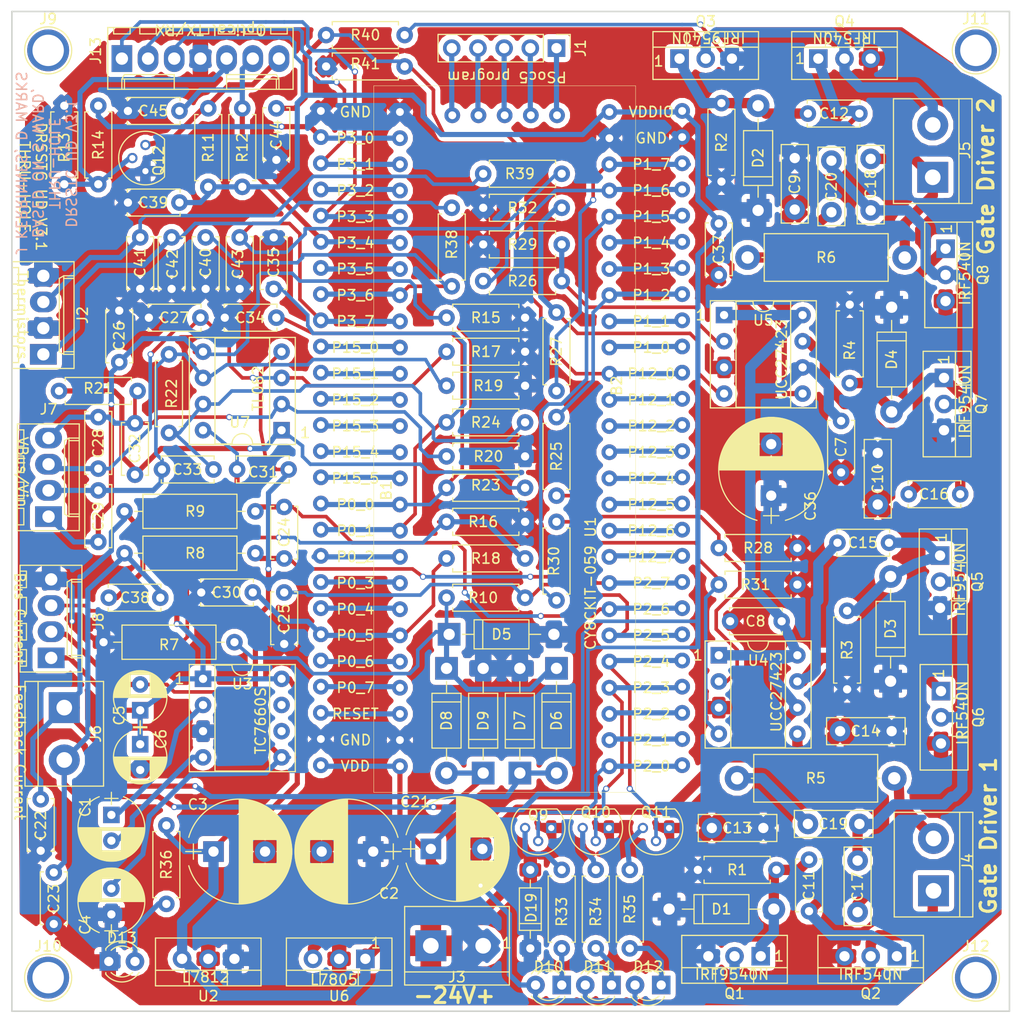
<source format=kicad_pcb>
(kicad_pcb (version 4) (host pcbnew 4.0.7)
  (layers (0 F.Cu signal) (31 B.Cu signal) (34 B.Paste user) (35 F.Paste user) (36 B.SilkS user) (37 F.SilkS user) (38 B.Mask user) (39 F.Mask user) (44 Edge.Cuts user))
  (net 0 "")
  (net 1 "Net-(B1-Pad10)")
  (net 2 "Net-(B1-Pad11)")
  (net 3 "Net-(B1-Pad12)")
  (net 4 "Net-(B1-Pad13)")
  (net 5 "Net-(B1-Pad14)")
  (net 6 "Net-(B1-Pad15)")
  (net 7 "Net-(B1-Pad19)")
  (net 8 "Net-(B1-Pad20)")
  (net 9 "Net-(B1-Pad22)")
  (net 10 "Net-(B1-Pad23)")
  (net 11 "Net-(B1-Pad24)")
  (net 12 "Net-(B2-Pad2)")
  (net 13 "Net-(B2-Pad9)")
  (net 14 "Net-(B2-Pad10)")
  (net 15 "Net-(B2-Pad11)")
  (net 16 "Net-(B2-Pad12)")
  (net 17 "Net-(B2-Pad13)")
  (net 18 "Net-(B2-Pad14)")
  (net 19 "Net-(B2-Pad15)")
  (net 20 "Net-(B2-Pad21)")
  (net 21 "Net-(J1-Pad1)")
  (net 22 "Net-(J1-Pad2)")
  (net 23 "Net-(J1-Pad3)")
  (net 24 "Net-(J1-Pad4)")
  (net 25 "Net-(J1-Pad5)")
  (net 26 "Net-(C1-Pad1)")
  (net 27 "Net-(C1-Pad2)")
  (net 28 +24V)
  (net 29 GND)
  (net 30 +12V)
  (net 31 -12VA)
  (net 32 "Net-(C11-Pad1)")
  (net 33 "Net-(C11-Pad2)")
  (net 34 "Net-(C12-Pad1)")
  (net 35 "Net-(C12-Pad2)")
  (net 36 "Net-(C15-Pad1)")
  (net 37 "Net-(C15-Pad2)")
  (net 38 "Net-(C16-Pad1)")
  (net 39 "Net-(C16-Pad2)")
  (net 40 "Net-(C17-Pad1)")
  (net 41 "Net-(C17-Pad2)")
  (net 42 "Net-(C18-Pad1)")
  (net 43 "Net-(C18-Pad2)")
  (net 44 "Net-(C19-Pad2)")
  (net 45 "Net-(C20-Pad2)")
  (net 46 "Net-(J5-Pad2)")
  (net 47 +5V)
  (net 48 "Net-(C23-Pad1)")
  (net 49 ZCDA)
  (net 50 ZCDB)
  (net 51 CTout)
  (net 52 "Net-(C26-Pad1)")
  (net 53 "Net-(C27-Pad1)")
  (net 54 "Net-(C28-Pad1)")
  (net 55 "Net-(C29-Pad1)")
  (net 56 Ibus)
  (net 57 "Net-(C32-Pad1)")
  (net 58 "Net-(C33-Pad1)")
  (net 59 Vin)
  (net 60 Vbus)
  (net 61 "Net-(D5-Pad1)")
  (net 62 "Net-(J8-Pad3)")
  (net 63 "Net-(C22-Pad1)")
  (net 64 "Net-(R25-Pad1)")
  (net 65 "Net-(R26-Pad2)")
  (net 66 "Net-(R27-Pad2)")
  (net 67 "Net-(R30-Pad2)")
  (net 68 "Net-(J4-Pad1)")
  (net 69 "Net-(D10-Pad1)")
  (net 70 "Net-(D11-Pad1)")
  (net 71 "Net-(D12-Pad1)")
  (net 72 "Net-(Q9-Pad3)")
  (net 73 "Net-(Q10-Pad3)")
  (net 74 "Net-(Q11-Pad3)")
  (net 75 "Net-(D13-Pad2)")
  (net 76 Supply)
  (net 77 RX)
  (net 78 RXen)
  (net 79 TXen)
  (net 80 TX)
  (net 81 Therm1)
  (net 82 "Net-(C41-Pad2)")
  (net 83 "Net-(C42-Pad2)")
  (net 84 Therm2)
  (net 85 GD1A)
  (net 86 GD1B)
  (net 87 GD2A)
  (net 88 GD2B)
  (net 89 LED3)
  (net 90 LED2)
  (net 91 LED1)
  (net 92 "Net-(B1-Pad4)")
  (net 93 "Net-(B1-Pad18)")
  (net 94 "Net-(B2-Pad3)")
  (net 95 "Net-(B2-Pad17)")
  (net 96 "Net-(B2-Pad18)")
  (net 97 "Net-(B2-Pad20)")
  (net 98 "Net-(B1-Pad7)")
  (net 99 "Net-(J13-Pad5)")
  (net 100 "Net-(J13-Pad7)")
  (module Resistors_THT:R_Axial_DIN0207_L6.3mm_D2.5mm_P7.62mm_Horizontal (layer F.Cu) (at 68.834 63.246 90)
    (fp_text reference R12 (at 3.81 0 90) (layer F.SilkS))
    (fp_text value 1k)
    (pad 1 thru_hole circle (at 0 0 90) (size 1.6 1.6) (drill 0.8) (layers *.Cu *.Mask) (net 47 +5V))
    (pad 2 thru_hole oval (at 7.62 0 90) (size 1.6 1.6) (drill 0.8) (layers *.Cu *.Mask) (net 77 RX))
  )
  (module Capacitors_THT:C_Disc_D5.0mm_W2.5mm_P5.00mm (layer F.Cu) (at 72.136 55.626 270)
    (fp_text reference C44 (at 2.54 0 270) (layer F.SilkS))
    (fp_text value "0.1 uF")
    (pad 1 thru_hole circle (at 0 0 270) (size 1.6 1.6) (drill 0.8) (layers *.Cu *.Mask) (net 76 Supply))
    (pad 2 thru_hole circle (at 5 0 270) (size 1.6 1.6) (drill 0.8) (layers *.Cu *.Mask) (net 29 GND))
  )
  (module CY8CKIT:CY8CKIT-059 (layer F.Cu) (at 90.4748 76.3016)
    (fp_text reference U1 (at 12.1412 19.9644 90) (layer F.SilkS))
    (fp_text value CY8CKIT-059)
    (fp_text user CY8CKIT-059 (at 12.1412 26.8224 90) (layer F.SilkS))
    (pad 4 thru_hole circle (at -6.35 -12.7) (size 1.524 1.524) (drill 0.762) (layers *.Cu *.Mask) (net 92 "Net-(B1-Pad4)"))
    (pad 1 thru_hole circle (at -6.35 -20.32) (size 1.524 1.524) (drill 0.762) (layers *.Cu *.Mask) (net 29 GND))
    (pad 2 thru_hole circle (at -6.35 -17.78) (size 1.524 1.524) (drill 0.762) (layers *.Cu *.Mask) (net 80 TX))
    (pad 3 thru_hole circle (at -6.35 -15.24) (size 1.524 1.524) (drill 0.762) (layers *.Cu *.Mask) (net 79 TXen))
    (pad 5 thru_hole circle (at -6.35 -10.16) (size 1.524 1.524) (drill 0.762) (layers *.Cu *.Mask) (net 78 RXen))
    (pad 6 thru_hole circle (at -6.35 -7.62) (size 1.524 1.524) (drill 0.762) (layers *.Cu *.Mask) (net 77 RX))
    (pad 7 thru_hole circle (at -6.35 -5.08) (size 1.524 1.524) (drill 0.762) (layers *.Cu *.Mask) (net 98 "Net-(B1-Pad7)"))
    (pad 8 thru_hole circle (at -6.35 -2.54) (size 1.524 1.524) (drill 0.762) (layers *.Cu *.Mask) (net 81 Therm1))
    (pad 9 thru_hole circle (at -6.35 0) (size 1.524 1.524) (drill 0.762) (layers *.Cu *.Mask) (net 84 Therm2))
    (pad 10 thru_hole circle (at -6.35 2.54) (size 1.524 1.524) (drill 0.762) (layers *.Cu *.Mask) (net 1 "Net-(B1-Pad10)"))
    (pad 11 thru_hole circle (at -6.35 5.08) (size 1.524 1.524) (drill 0.762) (layers *.Cu *.Mask) (net 2 "Net-(B1-Pad11)"))
    (pad 12 thru_hole circle (at -6.35 7.62) (size 1.524 1.524) (drill 0.762) (layers *.Cu *.Mask) (net 3 "Net-(B1-Pad12)"))
    (pad 13 thru_hole circle (at -6.35 10.16) (size 1.524 1.524) (drill 0.762) (layers *.Cu *.Mask) (net 4 "Net-(B1-Pad13)"))
    (pad 14 thru_hole circle (at -6.35 12.7) (size 1.524 1.524) (drill 0.762) (layers *.Cu *.Mask) (net 5 "Net-(B1-Pad14)"))
    (pad 15 thru_hole circle (at -6.35 15.24) (size 1.524 1.524) (drill 0.762) (layers *.Cu *.Mask) (net 6 "Net-(B1-Pad15)"))
    (pad 16 thru_hole circle (at -6.35 17.78) (size 1.524 1.524) (drill 0.762) (layers *.Cu *.Mask) (net 60 Vbus))
    (pad 17 thru_hole circle (at -6.35 20.32) (size 1.524 1.524) (drill 0.762) (layers *.Cu *.Mask) (net 59 Vin))
    (pad 18 thru_hole circle (at -6.35 22.86) (size 1.524 1.524) (drill 0.762) (layers *.Cu *.Mask) (net 93 "Net-(B1-Pad18)"))
    (pad 19 thru_hole circle (at -6.35 25.4) (size 1.524 1.524) (drill 0.762) (layers *.Cu *.Mask) (net 7 "Net-(B1-Pad19)"))
    (pad 20 thru_hole circle (at -6.35 27.94) (size 1.524 1.524) (drill 0.762) (layers *.Cu *.Mask) (net 8 "Net-(B1-Pad20)"))
    (pad 21 thru_hole circle (at -6.35 30.48) (size 1.524 1.524) (drill 0.762) (layers *.Cu *.Mask) (net 56 Ibus))
    (pad 22 thru_hole circle (at -6.35 33.02) (size 1.524 1.524) (drill 0.762) (layers *.Cu *.Mask) (net 9 "Net-(B1-Pad22)"))
    (pad 23 thru_hole circle (at -6.35 35.56) (size 1.524 1.524) (drill 0.762) (layers *.Cu *.Mask) (net 10 "Net-(B1-Pad23)"))
    (pad 24 thru_hole circle (at -6.35 38.1) (size 1.524 1.524) (drill 0.762) (layers *.Cu *.Mask) (net 11 "Net-(B1-Pad24)"))
    (pad 25 thru_hole circle (at -6.35 40.64) (size 1.524 1.524) (drill 0.762) (layers *.Cu *.Mask) (net 29 GND))
    (pad 26 thru_hole circle (at -6.35 43.18) (size 1.524 1.524) (drill 0.762) (layers *.Cu *.Mask) (net 47 +5V))
    (pad 27 thru_hole circle (at 13.97 43.18) (size 1.524 1.524) (drill 0.762) (layers *.Cu *.Mask) (net 91 LED1))
    (pad 28 thru_hole circle (at 13.97 40.64) (size 1.524 1.524) (drill 0.762) (layers *.Cu *.Mask) (net 12 "Net-(B2-Pad2)"))
    (pad 29 thru_hole circle (at 13.97 38.1) (size 1.524 1.524) (drill 0.762) (layers *.Cu *.Mask) (net 94 "Net-(B2-Pad3)"))
    (pad 30 thru_hole circle (at 13.97 35.56) (size 1.524 1.524) (drill 0.762) (layers *.Cu *.Mask) (net 90 LED2))
    (pad 31 thru_hole circle (at 13.97 33.02) (size 1.524 1.524) (drill 0.762) (layers *.Cu *.Mask) (net 89 LED3))
    (pad 32 thru_hole circle (at 13.97 30.48) (size 1.524 1.524) (drill 0.762) (layers *.Cu *.Mask) (net 51 CTout))
    (pad 33 thru_hole circle (at 13.97 27.94) (size 1.524 1.524) (drill 0.762) (layers *.Cu *.Mask) (net 50 ZCDB))
    (pad 34 thru_hole circle (at 13.97 25.4) (size 1.524 1.524) (drill 0.762) (layers *.Cu *.Mask) (net 49 ZCDA))
    (pad 35 thru_hole circle (at 13.97 22.86) (size 1.524 1.524) (drill 0.762) (layers *.Cu *.Mask) (net 13 "Net-(B2-Pad9)"))
    (pad 36 thru_hole circle (at 13.97 20.32) (size 1.524 1.524) (drill 0.762) (layers *.Cu *.Mask) (net 14 "Net-(B2-Pad10)"))
    (pad 37 thru_hole circle (at 13.97 17.78) (size 1.524 1.524) (drill 0.762) (layers *.Cu *.Mask) (net 15 "Net-(B2-Pad11)"))
    (pad 38 thru_hole circle (at 13.97 15.24) (size 1.524 1.524) (drill 0.762) (layers *.Cu *.Mask) (net 16 "Net-(B2-Pad12)"))
    (pad 39 thru_hole circle (at 13.97 12.7) (size 1.524 1.524) (drill 0.762) (layers *.Cu *.Mask) (net 17 "Net-(B2-Pad13)"))
    (pad 40 thru_hole circle (at 13.97 10.16) (size 1.524 1.524) (drill 0.762) (layers *.Cu *.Mask) (net 18 "Net-(B2-Pad14)"))
    (pad 41 thru_hole circle (at 13.97 7.62) (size 1.524 1.524) (drill 0.762) (layers *.Cu *.Mask) (net 19 "Net-(B2-Pad15)"))
    (pad 42 thru_hole circle (at 13.97 5.08) (size 1.524 1.524) (drill 0.762) (layers *.Cu *.Mask) (net 76 Supply))
    (pad 43 thru_hole circle (at 13.97 2.54) (size 1.524 1.524) (drill 0.762) (layers *.Cu *.Mask) (net 95 "Net-(B2-Pad17)"))
    (pad 44 thru_hole circle (at 13.97 0) (size 1.524 1.524) (drill 0.762) (layers *.Cu *.Mask) (net 96 "Net-(B2-Pad18)"))
    (pad 45 thru_hole circle (at 13.97 -2.54) (size 1.524 1.524) (drill 0.762) (layers *.Cu *.Mask) (net 85 GD1A))
    (pad 46 thru_hole circle (at 13.97 -5.08) (size 1.524 1.524) (drill 0.762) (layers *.Cu *.Mask) (net 97 "Net-(B2-Pad20)"))
    (pad 47 thru_hole circle (at 13.97 -7.62) (size 1.524 1.524) (drill 0.762) (layers *.Cu *.Mask) (net 20 "Net-(B2-Pad21)"))
    (pad 48 thru_hole circle (at 13.97 -10.16) (size 1.524 1.524) (drill 0.762) (layers *.Cu *.Mask) (net 86 GD1B))
    (pad 49 thru_hole circle (at 13.97 -12.7) (size 1.524 1.524) (drill 0.762) (layers *.Cu *.Mask) (net 87 GD2A))
    (pad 50 thru_hole circle (at 13.97 -15.24) (size 1.524 1.524) (drill 0.762) (layers *.Cu *.Mask) (net 88 GD2B))
    (pad 51 thru_hole circle (at 13.97 -17.78) (size 1.524 1.524) (drill 0.762) (layers *.Cu *.Mask) (net 29 GND))
    (pad 52 thru_hole circle (at 13.97 -20.32) (size 1.524 1.524) (drill 0.762) (layers *.Cu *.Mask) (net 47 +5V))
    (pad 53 thru_hole circle (at 8.89 -20) (size 1.524 1.524) (drill 0.762) (layers *.Cu *.Mask) (net 21 "Net-(J1-Pad1)"))
    (pad 54 thru_hole circle (at 6.35 -20) (size 1.524 1.524) (drill 0.762) (layers *.Cu *.Mask) (net 22 "Net-(J1-Pad2)"))
    (pad 55 thru_hole circle (at 3.81 -20) (size 1.524 1.524) (drill 0.762) (layers *.Cu *.Mask) (net 23 "Net-(J1-Pad3)"))
    (pad 56 thru_hole circle (at 1.27 -20) (size 1.524 1.524) (drill 0.762) (layers *.Cu *.Mask) (net 24 "Net-(J1-Pad4)"))
    (pad 57 thru_hole circle (at -1.27 -20) (size 1.524 1.524) (drill 0.762) (layers *.Cu *.Mask) (net 25 "Net-(J1-Pad5)"))
  )
  (module Resistors_THT:R_Axial_DIN0207_L6.3mm_D2.5mm_P7.62mm_Horizontal (layer F.Cu) (at 51.054 83.058)
    (fp_text reference R21 (at 3.81 -0.254) (layer F.SilkS))
    (fp_text value 5k)
    (pad 1 thru_hole circle (at 0 0) (size 1.6 1.6) (drill 0.8) (layers *.Cu *.Mask) (net 57 "Net-(C32-Pad1)"))
    (pad 2 thru_hole oval (at 7.62 0) (size 1.6 1.6) (drill 0.8) (layers *.Cu *.Mask) (net 54 "Net-(C28-Pad1)"))
  )
  (module Connectors_Molex:Molex_KK-6410-04_04x2.54mm_Straight (layer F.Cu) (at 50.038 95.25 90)
    (fp_text reference J7 (at 10.414 0 360) (layer F.SilkS))
    (fp_text value Conn_01x04)
    (pad 1 thru_hole rect (at 0 0 90) (size 2 2.6) (drill 1.2) (layers *.Cu *.Mask) (net 52 "Net-(C26-Pad1)"))
    (pad 2 thru_hole oval (at 2.54 0 90) (size 2 2.6) (drill 1.2) (layers *.Cu *.Mask) (net 55 "Net-(C29-Pad1)"))
    (pad 3 thru_hole oval (at 5.08 0 90) (size 2 2.6) (drill 1.2) (layers *.Cu *.Mask) (net 53 "Net-(C27-Pad1)"))
    (pad 4 thru_hole oval (at 7.62 0 90) (size 2 2.6) (drill 1.2) (layers *.Cu *.Mask) (net 54 "Net-(C28-Pad1)"))
  )
  (module Resistors_THT:R_Axial_DIN0207_L6.3mm_D2.5mm_P7.62mm_Horizontal (layer F.Cu) (at 88.646 92.456)
    (fp_text reference R23 (at 3.81 -0.254) (layer F.SilkS))
    (fp_text value 1k)
    (pad 1 thru_hole circle (at 0 0) (size 1.6 1.6) (drill 0.8) (layers *.Cu *.Mask) (net 60 Vbus))
    (pad 2 thru_hole oval (at 7.62 0) (size 1.6 1.6) (drill 0.8) (layers *.Cu *.Mask) (net 57 "Net-(C32-Pad1)"))
  )
  (module Capacitors_THT:C_Disc_D5.0mm_W2.5mm_P5.00mm (layer F.Cu) (at 64.77 75.946 180)
    (fp_text reference C27 (at 2.54 0 180) (layer F.SilkS))
    (fp_text value "10 nF")
    (pad 1 thru_hole circle (at 0 0 180) (size 1.6 1.6) (drill 0.8) (layers *.Cu *.Mask) (net 53 "Net-(C27-Pad1)"))
    (pad 2 thru_hole circle (at 5 0 180) (size 1.6 1.6) (drill 0.8) (layers *.Cu *.Mask) (net 29 GND))
  )
  (module Pin_Headers:Pin_Header_Straight_1x05_Pitch2.54mm (layer F.Cu) (at 99.314 49.784 270)
    (fp_text reference J1 (at 0 -2.33 270) (layer F.SilkS))
    (fp_text value Conn_01x05)
    (pad 1 thru_hole rect (at 0 0 270) (size 1.7 1.7) (drill 1) (layers *.Cu *.Mask) (net 21 "Net-(J1-Pad1)"))
    (pad 2 thru_hole oval (at 0 2.54 270) (size 1.7 1.7) (drill 1) (layers *.Cu *.Mask) (net 22 "Net-(J1-Pad2)"))
    (pad 3 thru_hole oval (at 0 5.08 270) (size 1.7 1.7) (drill 1) (layers *.Cu *.Mask) (net 23 "Net-(J1-Pad3)"))
    (pad 4 thru_hole oval (at 0 7.62 270) (size 1.7 1.7) (drill 1) (layers *.Cu *.Mask) (net 24 "Net-(J1-Pad4)"))
    (pad 5 thru_hole oval (at 0 10.16 270) (size 1.7 1.7) (drill 1) (layers *.Cu *.Mask) (net 25 "Net-(J1-Pad5)"))
  )
  (module CY8CKIT:CY8CKIT-059-BRKOUT (layer F.Cu) (at 76.454 82.55)
    (fp_text reference B1 (at 6.35 10.16 90) (layer F.SilkS))
    (fp_text value CY8CKIT-059-BRKOUT)
    (pad 4 thru_hole circle (at 0 -19.05) (size 1.524 1.524) (drill 0.762) (layers *.Cu *.Mask) (net 92 "Net-(B1-Pad4)"))
    (pad 1 thru_hole circle (at 0 -26.67) (size 1.524 1.524) (drill 0.762) (layers *.Cu *.Mask) (net 29 GND))
    (pad 2 thru_hole circle (at 0 -24.13) (size 1.524 1.524) (drill 0.762) (layers *.Cu *.Mask) (net 80 TX))
    (pad 3 thru_hole circle (at 0 -21.59) (size 1.524 1.524) (drill 0.762) (layers *.Cu *.Mask) (net 79 TXen))
    (pad 5 thru_hole circle (at 0 -16.51) (size 1.524 1.524) (drill 0.762) (layers *.Cu *.Mask) (net 78 RXen))
    (pad 6 thru_hole circle (at 0 -13.97) (size 1.524 1.524) (drill 0.762) (layers *.Cu *.Mask) (net 77 RX))
    (pad 7 thru_hole circle (at 0 -11.43) (size 1.524 1.524) (drill 0.762) (layers *.Cu *.Mask) (net 98 "Net-(B1-Pad7)"))
    (pad 8 thru_hole circle (at 0 -8.89) (size 1.524 1.524) (drill 0.762) (layers *.Cu *.Mask) (net 81 Therm1))
    (pad 9 thru_hole circle (at 0 -6.35) (size 1.524 1.524) (drill 0.762) (layers *.Cu *.Mask) (net 84 Therm2))
    (pad 10 thru_hole circle (at 0 -3.81) (size 1.524 1.524) (drill 0.762) (layers *.Cu *.Mask) (net 1 "Net-(B1-Pad10)"))
    (pad 11 thru_hole circle (at 0 -1.27) (size 1.524 1.524) (drill 0.762) (layers *.Cu *.Mask) (net 2 "Net-(B1-Pad11)"))
    (pad 12 thru_hole circle (at 0 1.27) (size 1.524 1.524) (drill 0.762) (layers *.Cu *.Mask) (net 3 "Net-(B1-Pad12)"))
    (pad 13 thru_hole circle (at 0 3.81) (size 1.524 1.524) (drill 0.762) (layers *.Cu *.Mask) (net 4 "Net-(B1-Pad13)"))
    (pad 14 thru_hole circle (at 0 6.35) (size 1.524 1.524) (drill 0.762) (layers *.Cu *.Mask) (net 5 "Net-(B1-Pad14)"))
    (pad 15 thru_hole circle (at 0 8.89) (size 1.524 1.524) (drill 0.762) (layers *.Cu *.Mask) (net 6 "Net-(B1-Pad15)"))
    (pad 16 thru_hole circle (at 0 11.43) (size 1.524 1.524) (drill 0.762) (layers *.Cu *.Mask) (net 60 Vbus))
    (pad 17 thru_hole circle (at 0 13.97) (size 1.524 1.524) (drill 0.762) (layers *.Cu *.Mask) (net 59 Vin))
    (pad 18 thru_hole circle (at 0 16.51) (size 1.524 1.524) (drill 0.762) (layers *.Cu *.Mask) (net 93 "Net-(B1-Pad18)"))
    (pad 19 thru_hole circle (at 0 19.05) (size 1.524 1.524) (drill 0.762) (layers *.Cu *.Mask) (net 7 "Net-(B1-Pad19)"))
    (pad 20 thru_hole circle (at 0 21.59) (size 1.524 1.524) (drill 0.762) (layers *.Cu *.Mask) (net 8 "Net-(B1-Pad20)"))
    (pad 21 thru_hole circle (at 0 24.13) (size 1.524 1.524) (drill 0.762) (layers *.Cu *.Mask) (net 56 Ibus))
    (pad 22 thru_hole circle (at 0 26.67) (size 1.524 1.524) (drill 0.762) (layers *.Cu *.Mask) (net 9 "Net-(B1-Pad22)"))
    (pad 23 thru_hole circle (at 0 29.21) (size 1.524 1.524) (drill 0.762) (layers *.Cu *.Mask) (net 10 "Net-(B1-Pad23)"))
    (pad 24 thru_hole circle (at 0 31.75) (size 1.524 1.524) (drill 0.762) (layers *.Cu *.Mask) (net 11 "Net-(B1-Pad24)"))
    (pad 25 thru_hole circle (at 0 34.29) (size 1.524 1.524) (drill 0.762) (layers *.Cu *.Mask) (net 29 GND))
    (pad 26 thru_hole circle (at 0 36.83) (size 1.524 1.524) (drill 0.762) (layers *.Cu *.Mask) (net 47 +5V))
  )
  (module CY8CKIT:CY8CKIT-059-BRKOUT (layer F.Cu) (at 111.506 92.71 180)
    (fp_text reference B2 (at 6.35 10.16 270) (layer F.SilkS))
    (fp_text value CY8CKIT-059-BRKOUT)
    (pad 4 thru_hole circle (at 0 -19.05 180) (size 1.524 1.524) (drill 0.762) (layers *.Cu *.Mask) (net 90 LED2))
    (pad 1 thru_hole circle (at 0 -26.67 180) (size 1.524 1.524) (drill 0.762) (layers *.Cu *.Mask) (net 91 LED1))
    (pad 2 thru_hole circle (at 0 -24.13 180) (size 1.524 1.524) (drill 0.762) (layers *.Cu *.Mask) (net 12 "Net-(B2-Pad2)"))
    (pad 3 thru_hole circle (at 0 -21.59 180) (size 1.524 1.524) (drill 0.762) (layers *.Cu *.Mask) (net 94 "Net-(B2-Pad3)"))
    (pad 5 thru_hole circle (at 0 -16.51 180) (size 1.524 1.524) (drill 0.762) (layers *.Cu *.Mask) (net 89 LED3))
    (pad 6 thru_hole circle (at 0 -13.97 180) (size 1.524 1.524) (drill 0.762) (layers *.Cu *.Mask) (net 51 CTout))
    (pad 7 thru_hole circle (at 0 -11.43 180) (size 1.524 1.524) (drill 0.762) (layers *.Cu *.Mask) (net 50 ZCDB))
    (pad 8 thru_hole circle (at 0 -8.89 180) (size 1.524 1.524) (drill 0.762) (layers *.Cu *.Mask) (net 49 ZCDA))
    (pad 9 thru_hole circle (at 0 -6.35 180) (size 1.524 1.524) (drill 0.762) (layers *.Cu *.Mask) (net 13 "Net-(B2-Pad9)"))
    (pad 10 thru_hole circle (at 0 -3.81 180) (size 1.524 1.524) (drill 0.762) (layers *.Cu *.Mask) (net 14 "Net-(B2-Pad10)"))
    (pad 11 thru_hole circle (at 0 -1.27 180) (size 1.524 1.524) (drill 0.762) (layers *.Cu *.Mask) (net 15 "Net-(B2-Pad11)"))
    (pad 12 thru_hole circle (at 0 1.27 180) (size 1.524 1.524) (drill 0.762) (layers *.Cu *.Mask) (net 16 "Net-(B2-Pad12)"))
    (pad 13 thru_hole circle (at 0 3.81 180) (size 1.524 1.524) (drill 0.762) (layers *.Cu *.Mask) (net 17 "Net-(B2-Pad13)"))
    (pad 14 thru_hole circle (at 0 6.35 180) (size 1.524 1.524) (drill 0.762) (layers *.Cu *.Mask) (net 18 "Net-(B2-Pad14)"))
    (pad 15 thru_hole circle (at 0 8.89 180) (size 1.524 1.524) (drill 0.762) (layers *.Cu *.Mask) (net 19 "Net-(B2-Pad15)"))
    (pad 16 thru_hole circle (at 0 11.43 180) (size 1.524 1.524) (drill 0.762) (layers *.Cu *.Mask) (net 76 Supply))
    (pad 17 thru_hole circle (at 0 13.97 180) (size 1.524 1.524) (drill 0.762) (layers *.Cu *.Mask) (net 95 "Net-(B2-Pad17)"))
    (pad 18 thru_hole circle (at 0 16.51 180) (size 1.524 1.524) (drill 0.762) (layers *.Cu *.Mask) (net 96 "Net-(B2-Pad18)"))
    (pad 19 thru_hole circle (at 0 19.05 180) (size 1.524 1.524) (drill 0.762) (layers *.Cu *.Mask) (net 85 GD1A))
    (pad 20 thru_hole circle (at 0 21.59 180) (size 1.524 1.524) (drill 0.762) (layers *.Cu *.Mask) (net 97 "Net-(B2-Pad20)"))
    (pad 21 thru_hole circle (at 0 24.13 180) (size 1.524 1.524) (drill 0.762) (layers *.Cu *.Mask) (net 20 "Net-(B2-Pad21)"))
    (pad 22 thru_hole circle (at 0 26.67 180) (size 1.524 1.524) (drill 0.762) (layers *.Cu *.Mask) (net 86 GD1B))
    (pad 23 thru_hole circle (at 0 29.21 180) (size 1.524 1.524) (drill 0.762) (layers *.Cu *.Mask) (net 87 GD2A))
    (pad 24 thru_hole circle (at 0 31.75 180) (size 1.524 1.524) (drill 0.762) (layers *.Cu *.Mask) (net 88 GD2B))
    (pad 25 thru_hole circle (at 0 34.29 180) (size 1.524 1.524) (drill 0.762) (layers *.Cu *.Mask) (net 29 GND))
    (pad 26 thru_hole circle (at 0 36.83 180) (size 1.524 1.524) (drill 0.762) (layers *.Cu *.Mask) (net 47 +5V))
  )
  (module Capacitors_THT:CP_Radial_D10.0mm_P5.00mm (layer F.Cu) (at 81.534 127.762 180)
    (fp_text reference C2 (at -1.524 -4.064 180) (layer F.SilkS))
    (fp_text value "100 uF")
    (pad 1 thru_hole rect (at 0 0 180) (size 2 2) (drill 1) (layers *.Cu *.Mask) (net 28 +24V))
    (pad 2 thru_hole circle (at 5 0 180) (size 2 2) (drill 1) (layers *.Cu *.Mask) (net 29 GND))
  )
  (module Capacitors_THT:CP_Radial_D10.0mm_P5.00mm (layer F.Cu) (at 66.04 127.762)
    (fp_text reference C3 (at -1.524 -4.572) (layer F.SilkS))
    (fp_text value "330 uF")
    (pad 1 thru_hole rect (at 0 0) (size 2 2) (drill 1) (layers *.Cu *.Mask) (net 30 +12V))
    (pad 2 thru_hole circle (at 5 0) (size 2 2) (drill 1) (layers *.Cu *.Mask) (net 29 GND))
  )
  (module Capacitors_THT:CP_Radial_D5.0mm_P2.50mm (layer F.Cu) (at 58.928 114.046 90)
    (fp_text reference C5 (at -0.508 -2.032 90) (layer F.SilkS))
    (fp_text value "1 uF")
    (pad 1 thru_hole rect (at 0 0 90) (size 1.6 1.6) (drill 0.8) (layers *.Cu *.Mask) (net 30 +12V))
    (pad 2 thru_hole circle (at 2.5 0 90) (size 1.6 1.6) (drill 0.8) (layers *.Cu *.Mask) (net 31 -12VA))
  )
  (module Capacitors_THT:CP_Radial_D5.0mm_P2.50mm (layer F.Cu) (at 58.928 117.348 270)
    (fp_text reference C6 (at -0.508 -2.032 270) (layer F.SilkS))
    (fp_text value "1 uF")
    (pad 1 thru_hole rect (at 0 0 270) (size 1.6 1.6) (drill 0.8) (layers *.Cu *.Mask) (net 30 +12V))
    (pad 2 thru_hole circle (at 2.5 0 270) (size 1.6 1.6) (drill 0.8) (layers *.Cu *.Mask) (net 29 GND))
  )
  (module Capacitors_THT:C_Disc_D5.0mm_W2.5mm_P5.00mm (layer F.Cu) (at 126.9238 85.9663 270)
    (fp_text reference C7 (at 2.54 0 270) (layer F.SilkS))
    (fp_text value "1 uF")
    (pad 1 thru_hole circle (at 0 0 270) (size 1.6 1.6) (drill 0.8) (layers *.Cu *.Mask) (net 30 +12V))
    (pad 2 thru_hole circle (at 5 0 270) (size 1.6 1.6) (drill 0.8) (layers *.Cu *.Mask) (net 29 GND))
  )
  (module Capacitors_THT:C_Disc_D5.0mm_W2.5mm_P5.00mm (layer F.Cu) (at 121.158 105.41 180)
    (fp_text reference C8 (at 2.54 0 180) (layer F.SilkS))
    (fp_text value "1 uF")
    (pad 1 thru_hole circle (at 0 0 180) (size 1.6 1.6) (drill 0.8) (layers *.Cu *.Mask) (net 30 +12V))
    (pad 2 thru_hole circle (at 5 0 180) (size 1.6 1.6) (drill 0.8) (layers *.Cu *.Mask) (net 29 GND))
  )
  (module Capacitors_THT:C_Disc_D7.5mm_W2.5mm_P5.00mm (layer F.Cu) (at 122.428 60.452 270)
    (fp_text reference C9 (at 2.54 0 270) (layer F.SilkS))
    (fp_text value "4.7 uF")
    (pad 1 thru_hole circle (at 0 0 270) (size 2 2) (drill 1) (layers *.Cu *.Mask) (net 28 +24V))
    (pad 2 thru_hole circle (at 5 0 270) (size 2 2) (drill 1) (layers *.Cu *.Mask) (net 29 GND))
  )
  (module Capacitors_THT:C_Disc_D7.5mm_W2.5mm_P5.00mm (layer F.Cu) (at 130.4798 89.0778 270)
    (fp_text reference C10 (at 2.54 0 270) (layer F.SilkS))
    (fp_text value "4.7 uF")
    (pad 1 thru_hole circle (at 0 0 270) (size 2 2) (drill 1) (layers *.Cu *.Mask) (net 28 +24V))
    (pad 2 thru_hole circle (at 5 0 270) (size 2 2) (drill 1) (layers *.Cu *.Mask) (net 29 GND))
  )
  (module Capacitors_THT:C_Disc_D5.0mm_W2.5mm_P5.00mm (layer F.Cu) (at 123.8123 128.5494 270)
    (fp_text reference C11 (at 2.54 0 270) (layer F.SilkS))
    (fp_text value "0.1 uF")
    (pad 1 thru_hole circle (at 0 0 270) (size 1.6 1.6) (drill 0.8) (layers *.Cu *.Mask) (net 32 "Net-(C11-Pad1)"))
    (pad 2 thru_hole circle (at 5 0 270) (size 1.6 1.6) (drill 0.8) (layers *.Cu *.Mask) (net 33 "Net-(C11-Pad2)"))
  )
  (module Capacitors_THT:C_Disc_D5.0mm_W2.5mm_P5.00mm (layer F.Cu) (at 123.698 56.134)
    (fp_text reference C12 (at 2.54 0) (layer F.SilkS))
    (fp_text value "0.1 uF")
    (pad 1 thru_hole circle (at 0 0) (size 1.6 1.6) (drill 0.8) (layers *.Cu *.Mask) (net 34 "Net-(C12-Pad1)"))
    (pad 2 thru_hole circle (at 5 0) (size 1.6 1.6) (drill 0.8) (layers *.Cu *.Mask) (net 35 "Net-(C12-Pad2)"))
  )
  (module Capacitors_THT:C_Disc_D7.5mm_W2.5mm_P5.00mm (layer F.Cu) (at 119.38 125.476 180)
    (fp_text reference C13 (at 2.54 0 180) (layer F.SilkS))
    (fp_text value "4.7 uF")
    (pad 1 thru_hole circle (at 0 0 180) (size 2 2) (drill 1) (layers *.Cu *.Mask) (net 28 +24V))
    (pad 2 thru_hole circle (at 5 0 180) (size 2 2) (drill 1) (layers *.Cu *.Mask) (net 29 GND))
  )
  (module Capacitors_THT:C_Disc_D7.5mm_W2.5mm_P5.00mm (layer F.Cu) (at 131.826 116.078 180)
    (fp_text reference C14 (at 2.54 0 180) (layer F.SilkS))
    (fp_text value "4.7 uF")
    (pad 1 thru_hole circle (at 0 0 180) (size 2 2) (drill 1) (layers *.Cu *.Mask) (net 28 +24V))
    (pad 2 thru_hole circle (at 5 0 180) (size 2 2) (drill 1) (layers *.Cu *.Mask) (net 29 GND))
  )
  (module Capacitors_THT:C_Disc_D5.0mm_W2.5mm_P5.00mm (layer F.Cu) (at 131.572 97.79 180)
    (fp_text reference C15 (at 2.54 0 180) (layer F.SilkS))
    (fp_text value "0.1 uF")
    (pad 1 thru_hole circle (at 0 0 180) (size 1.6 1.6) (drill 0.8) (layers *.Cu *.Mask) (net 36 "Net-(C15-Pad1)"))
    (pad 2 thru_hole circle (at 5 0 180) (size 1.6 1.6) (drill 0.8) (layers *.Cu *.Mask) (net 37 "Net-(C15-Pad2)"))
  )
  (module Capacitors_THT:C_Disc_D5.0mm_W2.5mm_P5.00mm (layer F.Cu) (at 138.4808 93.0783 180)
    (fp_text reference C16 (at 2.54 0 180) (layer F.SilkS))
    (fp_text value "0.1 uF")
    (pad 1 thru_hole circle (at 0 0 180) (size 1.6 1.6) (drill 0.8) (layers *.Cu *.Mask) (net 38 "Net-(C16-Pad1)"))
    (pad 2 thru_hole circle (at 5 0 180) (size 1.6 1.6) (drill 0.8) (layers *.Cu *.Mask) (net 39 "Net-(C16-Pad2)"))
  )
  (module Capacitors_THT:C_Disc_D7.5mm_W2.5mm_P5.00mm (layer F.Cu) (at 128.524 128.6383 270)
    (fp_text reference C17 (at 2.54 0 270) (layer F.SilkS))
    (fp_text value "2.2 uF")
    (pad 1 thru_hole circle (at 0 0 270) (size 2 2) (drill 1) (layers *.Cu *.Mask) (net 40 "Net-(C17-Pad1)"))
    (pad 2 thru_hole circle (at 5 0 270) (size 2 2) (drill 1) (layers *.Cu *.Mask) (net 41 "Net-(C17-Pad2)"))
  )
  (module Capacitors_THT:C_Disc_D7.5mm_W2.5mm_P5.00mm (layer F.Cu) (at 129.794 65.532 90)
    (fp_text reference C18 (at 2.54 0 90) (layer F.SilkS))
    (fp_text value "2.2 uF")
    (pad 1 thru_hole circle (at 0 0 90) (size 2 2) (drill 1) (layers *.Cu *.Mask) (net 42 "Net-(C18-Pad1)"))
    (pad 2 thru_hole circle (at 5 0 90) (size 2 2) (drill 1) (layers *.Cu *.Mask) (net 43 "Net-(C18-Pad2)"))
  )
  (module Capacitors_THT:C_Disc_D7.5mm_W2.5mm_P5.00mm (layer F.Cu) (at 128.7018 125.0823 180)
    (fp_text reference C19 (at 2.54 0 180) (layer F.SilkS))
    (fp_text value "1 uF")
    (pad 1 thru_hole circle (at 0 0 180) (size 2 2) (drill 1) (layers *.Cu *.Mask) (net 40 "Net-(C17-Pad1)"))
    (pad 2 thru_hole circle (at 5 0 180) (size 2 2) (drill 1) (layers *.Cu *.Mask) (net 44 "Net-(C19-Pad2)"))
  )
  (module Capacitors_THT:C_Disc_D7.5mm_W2.5mm_P5.00mm (layer F.Cu) (at 125.984 60.706 270)
    (fp_text reference C20 (at 2.54 0 270) (layer F.SilkS))
    (fp_text value "1 uF")
    (pad 1 thru_hole circle (at 0 0 270) (size 2 2) (drill 1) (layers *.Cu *.Mask) (net 42 "Net-(C18-Pad1)"))
    (pad 2 thru_hole circle (at 5 0 270) (size 2 2) (drill 1) (layers *.Cu *.Mask) (net 45 "Net-(C20-Pad2)"))
  )
  (module Diodes_THT:D_DO-41_SOD81_P10.16mm_Horizontal (layer F.Cu) (at 110.236 133.35)
    (fp_text reference D1 (at 5.08 0) (layer F.SilkS))
    (fp_text value 1N4148)
    (pad 1 thru_hole rect (at 0 0) (size 2.2 2.2) (drill 1.1) (layers *.Cu *.Mask) (net 28 +24V))
    (pad 2 thru_hole oval (at 10.16 0) (size 2.2 2.2) (drill 1.1) (layers *.Cu *.Mask) (net 32 "Net-(C11-Pad1)"))
  )
  (module Diodes_THT:D_DO-41_SOD81_P10.16mm_Horizontal (layer F.Cu) (at 118.872 65.532 90)
    (fp_text reference D2 (at 5.08 0 90) (layer F.SilkS))
    (fp_text value 1N4148)
    (pad 1 thru_hole rect (at 0 0 90) (size 2.2 2.2) (drill 1.1) (layers *.Cu *.Mask) (net 28 +24V))
    (pad 2 thru_hole oval (at 10.16 0 90) (size 2.2 2.2) (drill 1.1) (layers *.Cu *.Mask) (net 34 "Net-(C12-Pad1)"))
  )
  (module Diodes_THT:D_DO-41_SOD81_P10.16mm_Horizontal (layer F.Cu) (at 131.7244 111.2266 90)
    (fp_text reference D3 (at 5.08 0 90) (layer F.SilkS))
    (fp_text value 1N4148)
    (pad 1 thru_hole rect (at 0 0 90) (size 2.2 2.2) (drill 1.1) (layers *.Cu *.Mask) (net 28 +24V))
    (pad 2 thru_hole oval (at 10.16 0 90) (size 2.2 2.2) (drill 1.1) (layers *.Cu *.Mask) (net 36 "Net-(C15-Pad1)"))
  )
  (module Diodes_THT:D_DO-41_SOD81_P10.16mm_Horizontal (layer F.Cu) (at 131.826 74.93 270)
    (fp_text reference D4 (at 5.08 0 270) (layer F.SilkS))
    (fp_text value 1N4148)
    (pad 1 thru_hole rect (at 0 0 270) (size 2.2 2.2) (drill 1.1) (layers *.Cu *.Mask) (net 28 +24V))
    (pad 2 thru_hole oval (at 10.16 0 270) (size 2.2 2.2) (drill 1.1) (layers *.Cu *.Mask) (net 38 "Net-(C16-Pad1)"))
  )
  (module Connectors_Terminal_Blocks:TerminalBlock_bornier-2_P5.08mm (layer F.Cu) (at 87.122 136.906)
    (fp_text reference J3 (at 2.54 3.048) (layer F.SilkS))
    (fp_text value Conn_01x02)
    (pad 1 thru_hole rect (at 0 0) (size 3 3) (drill 1.52) (layers *.Cu *.Mask) (net 29 GND))
    (pad 2 thru_hole circle (at 5.08 0) (size 3 3) (drill 1.52) (layers *.Cu *.Mask) (net 28 +24V))
  )
  (module Connectors_Terminal_Blocks:TerminalBlock_bornier-2_P5.08mm (layer F.Cu) (at 135.89 131.572 90)
    (fp_text reference J4 (at 2.794 3.302 90) (layer F.SilkS))
    (fp_text value Conn_01x02)
    (pad 1 thru_hole rect (at 0 0 90) (size 3 3) (drill 1.52) (layers *.Cu *.Mask) (net 68 "Net-(J4-Pad1)"))
    (pad 2 thru_hole circle (at 5.08 0 90) (size 3 3) (drill 1.52) (layers *.Cu *.Mask) (net 41 "Net-(C17-Pad2)"))
  )
  (module Connectors_Terminal_Blocks:TerminalBlock_bornier-2_P5.08mm (layer F.Cu) (at 135.8138 62.3189 90)
    (fp_text reference J5 (at 2.6289 3.1242 90) (layer F.SilkS))
    (fp_text value Conn_01x02)
    (pad 1 thru_hole rect (at 0 0 90) (size 3 3) (drill 1.52) (layers *.Cu *.Mask) (net 43 "Net-(C18-Pad2)"))
    (pad 2 thru_hole circle (at 5.08 0 90) (size 3 3) (drill 1.52) (layers *.Cu *.Mask) (net 46 "Net-(J5-Pad2)"))
  )
  (module Resistors_THT:R_Axial_DIN0207_L6.3mm_D2.5mm_P7.62mm_Horizontal (layer F.Cu) (at 113.03 129.54)
    (fp_text reference R1 (at 3.81 0) (layer F.SilkS))
    (fp_text value 1k)
    (pad 1 thru_hole circle (at 0 0) (size 1.6 1.6) (drill 0.8) (layers *.Cu *.Mask) (net 28 +24V))
    (pad 2 thru_hole oval (at 7.62 0) (size 1.6 1.6) (drill 0.8) (layers *.Cu *.Mask) (net 32 "Net-(C11-Pad1)"))
  )
  (module Resistors_THT:R_Axial_DIN0207_L6.3mm_D2.5mm_P7.62mm_Horizontal (layer F.Cu) (at 115.316 62.738 90)
    (fp_text reference R2 (at 3.81 0 90) (layer F.SilkS))
    (fp_text value 1k)
    (pad 1 thru_hole circle (at 0 0 90) (size 1.6 1.6) (drill 0.8) (layers *.Cu *.Mask) (net 28 +24V))
    (pad 2 thru_hole oval (at 7.62 0 90) (size 1.6 1.6) (drill 0.8) (layers *.Cu *.Mask) (net 34 "Net-(C12-Pad1)"))
  )
  (module Resistors_THT:R_Axial_DIN0207_L6.3mm_D2.5mm_P7.62mm_Horizontal (layer F.Cu) (at 127.508 112.014 90)
    (fp_text reference R3 (at 3.81 0 90) (layer F.SilkS))
    (fp_text value 1k)
    (pad 1 thru_hole circle (at 0 0 90) (size 1.6 1.6) (drill 0.8) (layers *.Cu *.Mask) (net 28 +24V))
    (pad 2 thru_hole oval (at 7.62 0 90) (size 1.6 1.6) (drill 0.8) (layers *.Cu *.Mask) (net 36 "Net-(C15-Pad1)"))
  )
  (module Resistors_THT:R_Axial_DIN0207_L6.3mm_D2.5mm_P7.62mm_Horizontal (layer F.Cu) (at 127.762 74.676 270)
    (fp_text reference R4 (at 4.445 0 270) (layer F.SilkS))
    (fp_text value 1k)
    (pad 1 thru_hole circle (at 0 0 270) (size 1.6 1.6) (drill 0.8) (layers *.Cu *.Mask) (net 28 +24V))
    (pad 2 thru_hole oval (at 7.62 0 270) (size 1.6 1.6) (drill 0.8) (layers *.Cu *.Mask) (net 38 "Net-(C16-Pad1)"))
  )
  (module Resistors_THT:R_Axial_DIN0414_L11.9mm_D4.5mm_P15.24mm_Horizontal (layer F.Cu) (at 116.84 120.65)
    (fp_text reference R5 (at 7.62 0) (layer F.SilkS))
    (fp_text value 15R)
    (pad 1 thru_hole circle (at 0 0) (size 2.4 2.4) (drill 1.2) (layers *.Cu *.Mask) (net 44 "Net-(C19-Pad2)"))
    (pad 2 thru_hole oval (at 15.24 0) (size 2.4 2.4) (drill 1.2) (layers *.Cu *.Mask) (net 41 "Net-(C17-Pad2)"))
  )
  (module Resistors_THT:R_Axial_DIN0414_L11.9mm_D4.5mm_P15.24mm_Horizontal (layer F.Cu) (at 117.856 70.104)
    (fp_text reference R6 (at 7.62 0) (layer F.SilkS))
    (fp_text value 15R)
    (pad 1 thru_hole circle (at 0 0) (size 2.4 2.4) (drill 1.2) (layers *.Cu *.Mask) (net 45 "Net-(C20-Pad2)"))
    (pad 2 thru_hole oval (at 15.24 0) (size 2.4 2.4) (drill 1.2) (layers *.Cu *.Mask) (net 43 "Net-(C18-Pad2)"))
  )
  (module Housings_DIP:DIP-8_W7.62mm_Socket (layer F.Cu) (at 65.024 110.998)
    (fp_text reference U3 (at 3.81 0.508) (layer F.SilkS))
    (fp_text value TC7660S)
    (pad 1 thru_hole rect (at 0 0) (size 1.6 1.6) (drill 0.8) (layers *.Cu *.Mask) (net 30 +12V))
    (pad 5 thru_hole oval (at 7.62 7.62) (size 1.6 1.6) (drill 0.8) (layers *.Cu *.Mask) (net 31 -12VA))
    (pad 2 thru_hole oval (at 0 2.54) (size 1.6 1.6) (drill 0.8) (layers *.Cu *.Mask) (net 26 "Net-(C1-Pad1)"))
    (pad 6 thru_hole oval (at 7.62 5.08) (size 1.6 1.6) (drill 0.8) (layers *.Cu *.Mask))
    (pad 3 thru_hole oval (at 0 5.08) (size 1.6 1.6) (drill 0.8) (layers *.Cu *.Mask) (net 29 GND))
    (pad 7 thru_hole oval (at 7.62 2.54) (size 1.6 1.6) (drill 0.8) (layers *.Cu *.Mask))
    (pad 4 thru_hole oval (at 0 7.62) (size 1.6 1.6) (drill 0.8) (layers *.Cu *.Mask) (net 27 "Net-(C1-Pad2)"))
    (pad 8 thru_hole oval (at 7.62 0) (size 1.6 1.6) (drill 0.8) (layers *.Cu *.Mask) (net 30 +12V))
  )
  (module Housings_DIP:DIP-8_W7.62mm_Socket (layer F.Cu) (at 115.062 108.712)
    (fp_text reference U4 (at 3.81 0.508) (layer F.SilkS))
    (fp_text value UCC27423)
    (pad 1 thru_hole rect (at 0 0) (size 1.6 1.6) (drill 0.8) (layers *.Cu *.Mask) (net 30 +12V))
    (pad 5 thru_hole oval (at 7.62 7.62) (size 1.6 1.6) (drill 0.8) (layers *.Cu *.Mask) (net 33 "Net-(C11-Pad2)"))
    (pad 2 thru_hole oval (at 0 2.54) (size 1.6 1.6) (drill 0.8) (layers *.Cu *.Mask) (net 64 "Net-(R25-Pad1)"))
    (pad 6 thru_hole oval (at 7.62 5.08) (size 1.6 1.6) (drill 0.8) (layers *.Cu *.Mask) (net 30 +12V))
    (pad 3 thru_hole oval (at 0 5.08) (size 1.6 1.6) (drill 0.8) (layers *.Cu *.Mask) (net 29 GND))
    (pad 7 thru_hole oval (at 7.62 2.54) (size 1.6 1.6) (drill 0.8) (layers *.Cu *.Mask) (net 37 "Net-(C15-Pad2)"))
    (pad 4 thru_hole oval (at 0 7.62) (size 1.6 1.6) (drill 0.8) (layers *.Cu *.Mask) (net 67 "Net-(R30-Pad2)"))
    (pad 8 thru_hole oval (at 7.62 0) (size 1.6 1.6) (drill 0.8) (layers *.Cu *.Mask) (net 30 +12V))
  )
  (module Housings_DIP:DIP-8_W7.62mm_Socket (layer F.Cu) (at 115.57 75.692)
    (fp_text reference U5 (at 3.81 0.508) (layer F.SilkS))
    (fp_text value UCC27423)
    (pad 1 thru_hole rect (at 0 0) (size 1.6 1.6) (drill 0.8) (layers *.Cu *.Mask) (net 30 +12V))
    (pad 5 thru_hole oval (at 7.62 7.62) (size 1.6 1.6) (drill 0.8) (layers *.Cu *.Mask) (net 35 "Net-(C12-Pad2)"))
    (pad 2 thru_hole oval (at 0 2.54) (size 1.6 1.6) (drill 0.8) (layers *.Cu *.Mask) (net 65 "Net-(R26-Pad2)"))
    (pad 6 thru_hole oval (at 7.62 5.08) (size 1.6 1.6) (drill 0.8) (layers *.Cu *.Mask) (net 30 +12V))
    (pad 3 thru_hole oval (at 0 5.08) (size 1.6 1.6) (drill 0.8) (layers *.Cu *.Mask) (net 29 GND))
    (pad 7 thru_hole oval (at 7.62 2.54) (size 1.6 1.6) (drill 0.8) (layers *.Cu *.Mask) (net 39 "Net-(C16-Pad2)"))
    (pad 4 thru_hole oval (at 0 7.62) (size 1.6 1.6) (drill 0.8) (layers *.Cu *.Mask) (net 66 "Net-(R27-Pad2)"))
    (pad 8 thru_hole oval (at 7.62 0) (size 1.6 1.6) (drill 0.8) (layers *.Cu *.Mask) (net 30 +12V))
  )
  (module Capacitors_THT:CP_Radial_D10.0mm_P5.00mm (layer F.Cu) (at 87.122 127.508)
    (fp_text reference C21 (at -1.524 -4.572) (layer F.SilkS))
    (fp_text value "330 uF")
    (pad 1 thru_hole rect (at 0 0) (size 2 2) (drill 1) (layers *.Cu *.Mask) (net 47 +5V))
    (pad 2 thru_hole circle (at 5 0) (size 2 2) (drill 1) (layers *.Cu *.Mask) (net 29 GND))
  )
  (module TO_SOT_Packages_THT:TO-220-3_Vertical (layer F.Cu) (at 68.072 138.176 180)
    (fp_text reference U2 (at 2.54 -3.62 180) (layer F.SilkS))
    (fp_text value L7812)
    (pad 1 thru_hole rect (at 0 0 180) (size 1.8 1.8) (drill 1) (layers *.Cu *.Mask) (net 28 +24V))
    (pad 2 thru_hole oval (at 2.54 0 180) (size 1.8 1.8) (drill 1) (layers *.Cu *.Mask) (net 29 GND))
    (pad 3 thru_hole oval (at 5.08 0 180) (size 1.8 1.8) (drill 1) (layers *.Cu *.Mask) (net 30 +12V))
  )
  (module TO_SOT_Packages_THT:TO-220-3_Vertical (layer F.Cu) (at 80.772 138.176 180)
    (fp_text reference U6 (at 2.54 -3.62 180) (layer F.SilkS))
    (fp_text value L7805)
    (pad 1 thru_hole rect (at 0 0 180) (size 1.8 1.8) (drill 1) (layers *.Cu *.Mask) (net 30 +12V))
    (pad 2 thru_hole oval (at 2.54 0 180) (size 1.8 1.8) (drill 1) (layers *.Cu *.Mask) (net 29 GND))
    (pad 3 thru_hole oval (at 5.08 0 180) (size 1.8 1.8) (drill 1) (layers *.Cu *.Mask) (net 47 +5V))
  )
  (module TO_SOT_Packages_THT:TO-220-3_Vertical (layer F.Cu) (at 119.126 137.922 180)
    (fp_text reference Q1 (at 2.54 -3.62 180) (layer F.SilkS))
    (fp_text value IRF9540N)
    (pad 1 thru_hole rect (at 0 0 180) (size 1.8 1.8) (drill 1) (layers *.Cu *.Mask) (net 32 "Net-(C11-Pad1)"))
    (pad 2 thru_hole oval (at 2.54 0 180) (size 1.8 1.8) (drill 1) (layers *.Cu *.Mask) (net 68 "Net-(J4-Pad1)"))
    (pad 3 thru_hole oval (at 5.08 0 180) (size 1.8 1.8) (drill 1) (layers *.Cu *.Mask) (net 28 +24V))
  )
  (module TO_SOT_Packages_THT:TO-220-3_Vertical (layer F.Cu) (at 132.334 137.922 180)
    (fp_text reference Q2 (at 2.54 -3.62 180) (layer F.SilkS))
    (fp_text value IRF540N)
    (pad 1 thru_hole rect (at 0 0 180) (size 1.8 1.8) (drill 1) (layers *.Cu *.Mask) (net 33 "Net-(C11-Pad2)"))
    (pad 2 thru_hole oval (at 2.54 0 180) (size 1.8 1.8) (drill 1) (layers *.Cu *.Mask) (net 68 "Net-(J4-Pad1)"))
    (pad 3 thru_hole oval (at 5.08 0 180) (size 1.8 1.8) (drill 1) (layers *.Cu *.Mask) (net 29 GND))
  )
  (module TO_SOT_Packages_THT:TO-220-3_Vertical (layer F.Cu) (at 111.252 50.8)
    (fp_text reference Q3 (at 2.54 -3.62) (layer F.SilkS))
    (fp_text value IRF9540N)
    (pad 1 thru_hole rect (at 0 0) (size 1.8 1.8) (drill 1) (layers *.Cu *.Mask) (net 34 "Net-(C12-Pad1)"))
    (pad 2 thru_hole oval (at 2.54 0) (size 1.8 1.8) (drill 1) (layers *.Cu *.Mask) (net 46 "Net-(J5-Pad2)"))
    (pad 3 thru_hole oval (at 5.08 0) (size 1.8 1.8) (drill 1) (layers *.Cu *.Mask) (net 28 +24V))
  )
  (module TO_SOT_Packages_THT:TO-220-3_Vertical (layer F.Cu) (at 124.714 50.8)
    (fp_text reference Q4 (at 2.54 -3.62) (layer F.SilkS))
    (fp_text value IRF540N)
    (pad 1 thru_hole rect (at 0 0) (size 1.8 1.8) (drill 1) (layers *.Cu *.Mask) (net 35 "Net-(C12-Pad2)"))
    (pad 2 thru_hole oval (at 2.54 0) (size 1.8 1.8) (drill 1) (layers *.Cu *.Mask) (net 46 "Net-(J5-Pad2)"))
    (pad 3 thru_hole oval (at 5.08 0) (size 1.8 1.8) (drill 1) (layers *.Cu *.Mask) (net 29 GND))
  )
  (module TO_SOT_Packages_THT:TO-220-3_Vertical (layer F.Cu) (at 136.525 99.0346 270)
    (fp_text reference Q5 (at 2.54 -3.62 270) (layer F.SilkS))
    (fp_text value IRF9540N)
    (pad 1 thru_hole rect (at 0 0 270) (size 1.8 1.8) (drill 1) (layers *.Cu *.Mask) (net 36 "Net-(C15-Pad1)"))
    (pad 2 thru_hole oval (at 2.54 0 270) (size 1.8 1.8) (drill 1) (layers *.Cu *.Mask) (net 40 "Net-(C17-Pad1)"))
    (pad 3 thru_hole oval (at 5.08 0 270) (size 1.8 1.8) (drill 1) (layers *.Cu *.Mask) (net 28 +24V))
  )
  (module TO_SOT_Packages_THT:TO-220-3_Vertical (layer F.Cu) (at 136.6139 112.1918 270)
    (fp_text reference Q6 (at 2.54 -3.62 270) (layer F.SilkS))
    (fp_text value IRF540N)
    (pad 1 thru_hole rect (at 0 0 270) (size 1.8 1.8) (drill 1) (layers *.Cu *.Mask) (net 37 "Net-(C15-Pad2)"))
    (pad 2 thru_hole oval (at 2.54 0 270) (size 1.8 1.8) (drill 1) (layers *.Cu *.Mask) (net 40 "Net-(C17-Pad1)"))
    (pad 3 thru_hole oval (at 5.08 0 270) (size 1.8 1.8) (drill 1) (layers *.Cu *.Mask) (net 29 GND))
  )
  (module TO_SOT_Packages_THT:TO-220-3_Vertical (layer F.Cu) (at 136.906 81.788 270)
    (fp_text reference Q7 (at 2.54 -3.62 270) (layer F.SilkS))
    (fp_text value IRF9540N)
    (pad 1 thru_hole rect (at 0 0 270) (size 1.8 1.8) (drill 1) (layers *.Cu *.Mask) (net 38 "Net-(C16-Pad1)"))
    (pad 2 thru_hole oval (at 2.54 0 270) (size 1.8 1.8) (drill 1) (layers *.Cu *.Mask) (net 42 "Net-(C18-Pad1)"))
    (pad 3 thru_hole oval (at 5.08 0 270) (size 1.8 1.8) (drill 1) (layers *.Cu *.Mask) (net 28 +24V))
  )
  (module TO_SOT_Packages_THT:TO-220-3_Vertical (layer F.Cu) (at 137.0584 69.2531 270)
    (fp_text reference Q8 (at 2.54 -3.62 270) (layer F.SilkS))
    (fp_text value IRF540N)
    (pad 1 thru_hole rect (at 0 0 270) (size 1.8 1.8) (drill 1) (layers *.Cu *.Mask) (net 39 "Net-(C16-Pad2)"))
    (pad 2 thru_hole oval (at 2.54 0 270) (size 1.8 1.8) (drill 1) (layers *.Cu *.Mask) (net 42 "Net-(C18-Pad1)"))
    (pad 3 thru_hole oval (at 5.08 0 270) (size 1.8 1.8) (drill 1) (layers *.Cu *.Mask) (net 29 GND))
  )
  (module Capacitors_THT:C_Disc_D5.0mm_W2.5mm_P5.00mm (layer F.Cu) (at 49.276 122.682 270)
    (fp_text reference C22 (at 2.54 0 270) (layer F.SilkS))
    (fp_text value "150 pF")
    (pad 1 thru_hole circle (at 0 0 270) (size 1.6 1.6) (drill 0.8) (layers *.Cu *.Mask) (net 63 "Net-(C22-Pad1)"))
    (pad 2 thru_hole circle (at 5 0 270) (size 1.6 1.6) (drill 0.8) (layers *.Cu *.Mask) (net 29 GND))
  )
  (module Capacitors_THT:C_Disc_D5.0mm_W2.5mm_P5.00mm (layer F.Cu) (at 50.546 129.794 270)
    (fp_text reference C23 (at 2.54 0 270) (layer F.SilkS))
    (fp_text value "150 pF")
    (pad 1 thru_hole circle (at 0 0 270) (size 1.6 1.6) (drill 0.8) (layers *.Cu *.Mask) (net 48 "Net-(C23-Pad1)"))
    (pad 2 thru_hole circle (at 5 0 270) (size 1.6 1.6) (drill 0.8) (layers *.Cu *.Mask) (net 29 GND))
  )
  (module Capacitors_THT:C_Disc_D5.0mm_W2.5mm_P5.00mm (layer F.Cu) (at 72.898 99.314 90)
    (fp_text reference C24 (at 2.54 0 90) (layer F.SilkS))
    (fp_text value "150 pF")
    (pad 1 thru_hole circle (at 0 0 90) (size 1.6 1.6) (drill 0.8) (layers *.Cu *.Mask) (net 49 ZCDA))
    (pad 2 thru_hole circle (at 5 0 90) (size 1.6 1.6) (drill 0.8) (layers *.Cu *.Mask) (net 50 ZCDB))
  )
  (module Capacitors_THT:C_Disc_D5.0mm_W2.5mm_P5.00mm (layer F.Cu) (at 72.898 102.616 270)
    (fp_text reference C25 (at 2.54 0 270) (layer F.SilkS))
    (fp_text value "150 pF")
    (pad 1 thru_hole circle (at 0 0 270) (size 1.6 1.6) (drill 0.8) (layers *.Cu *.Mask) (net 51 CTout))
    (pad 2 thru_hole circle (at 5 0 270) (size 1.6 1.6) (drill 0.8) (layers *.Cu *.Mask) (net 29 GND))
  )
  (module Capacitors_THT:C_Disc_D5.0mm_W2.5mm_P5.00mm (layer F.Cu) (at 56.896 80.264 90)
    (fp_text reference C26 (at 2.54 0 90) (layer F.SilkS))
    (fp_text value "10 nF")
    (pad 1 thru_hole circle (at 0 0 90) (size 1.6 1.6) (drill 0.8) (layers *.Cu *.Mask) (net 52 "Net-(C26-Pad1)"))
    (pad 2 thru_hole circle (at 5 0 90) (size 1.6 1.6) (drill 0.8) (layers *.Cu *.Mask) (net 29 GND))
  )
  (module Capacitors_THT:C_Disc_D5.0mm_W2.5mm_P5.00mm (layer F.Cu) (at 69.85 102.616 180)
    (fp_text reference C30 (at 2.54 0 180) (layer F.SilkS))
    (fp_text value "1 nF")
    (pad 1 thru_hole circle (at 0 0 180) (size 1.6 1.6) (drill 0.8) (layers *.Cu *.Mask) (net 56 Ibus))
    (pad 2 thru_hole circle (at 5 0 180) (size 1.6 1.6) (drill 0.8) (layers *.Cu *.Mask) (net 29 GND))
  )
  (module Capacitors_THT:C_Disc_D5.0mm_W2.5mm_P5.00mm (layer F.Cu) (at 68.326 90.678)
    (fp_text reference C31 (at 2.54 0.254) (layer F.SilkS))
    (fp_text value "0.1 uF")
    (pad 1 thru_hole circle (at 0 0) (size 1.6 1.6) (drill 0.8) (layers *.Cu *.Mask) (net 30 +12V))
    (pad 2 thru_hole circle (at 5 0) (size 1.6 1.6) (drill 0.8) (layers *.Cu *.Mask) (net 31 -12VA))
  )
  (module Capacitors_THT:C_Disc_D5.0mm_W2.5mm_P5.00mm (layer F.Cu) (at 58.42 91.186 90)
    (fp_text reference C32 (at 2.54 0 90) (layer F.SilkS))
    (fp_text value "10 nF")
    (pad 1 thru_hole circle (at 0 0 90) (size 1.6 1.6) (drill 0.8) (layers *.Cu *.Mask) (net 57 "Net-(C32-Pad1)"))
    (pad 2 thru_hole circle (at 5 0 90) (size 1.6 1.6) (drill 0.8) (layers *.Cu *.Mask) (net 54 "Net-(C28-Pad1)"))
  )
  (module Capacitors_THT:C_Disc_D5.0mm_W2.5mm_P5.00mm (layer F.Cu) (at 66.04 90.678 180)
    (fp_text reference C33 (at 2.54 0 180) (layer F.SilkS))
    (fp_text value "10 nF")
    (pad 1 thru_hole circle (at 0 0 180) (size 1.6 1.6) (drill 0.8) (layers *.Cu *.Mask) (net 58 "Net-(C33-Pad1)"))
    (pad 2 thru_hole circle (at 5 0 180) (size 1.6 1.6) (drill 0.8) (layers *.Cu *.Mask) (net 55 "Net-(C29-Pad1)"))
  )
  (module Capacitors_THT:C_Disc_D5.0mm_W2.5mm_P5.00mm (layer F.Cu) (at 72.136 75.946 180)
    (fp_text reference C34 (at 2.54 0 180) (layer F.SilkS))
    (fp_text value "1 nF")
    (pad 1 thru_hole circle (at 0 0 180) (size 1.6 1.6) (drill 0.8) (layers *.Cu *.Mask) (net 60 Vbus))
    (pad 2 thru_hole circle (at 5 0 180) (size 1.6 1.6) (drill 0.8) (layers *.Cu *.Mask) (net 29 GND))
  )
  (module Capacitors_THT:C_Disc_D5.0mm_W2.5mm_P5.00mm (layer F.Cu) (at 71.882 73.152 90)
    (fp_text reference C35 (at 2.54 0 90) (layer F.SilkS))
    (fp_text value "1 nF")
    (pad 1 thru_hole circle (at 0 0 90) (size 1.6 1.6) (drill 0.8) (layers *.Cu *.Mask) (net 59 Vin))
    (pad 2 thru_hole circle (at 5 0 90) (size 1.6 1.6) (drill 0.8) (layers *.Cu *.Mask) (net 29 GND))
  )
  (module Diodes_THT:D_DO-41_SOD81_P10.16mm_Horizontal (layer F.Cu) (at 88.9 106.68)
    (fp_text reference D5 (at 5.08 0) (layer F.SilkS))
    (fp_text value 1N4733A)
    (pad 1 thru_hole rect (at 0 0) (size 2.2 2.2) (drill 1.1) (layers *.Cu *.Mask) (net 61 "Net-(D5-Pad1)"))
    (pad 2 thru_hole oval (at 10.16 0) (size 2.2 2.2) (drill 1.1) (layers *.Cu *.Mask) (net 29 GND))
  )
  (module Diodes_THT:D_DO-41_SOD81_P10.16mm_Horizontal (layer F.Cu) (at 99.314 109.982 270)
    (fp_text reference D6 (at 5.08 0 270) (layer F.SilkS))
    (fp_text value 1N5819)
    (pad 1 thru_hole rect (at 0 0 270) (size 2.2 2.2) (drill 1.1) (layers *.Cu *.Mask) (net 61 "Net-(D5-Pad1)"))
    (pad 2 thru_hole oval (at 10.16 0 270) (size 2.2 2.2) (drill 1.1) (layers *.Cu *.Mask) (net 63 "Net-(C22-Pad1)"))
  )
  (module Diodes_THT:D_DO-41_SOD81_P10.16mm_Horizontal (layer F.Cu) (at 95.758 120.142 90)
    (fp_text reference D7 (at 5.08 0 90) (layer F.SilkS))
    (fp_text value 1N5819)
    (pad 1 thru_hole rect (at 0 0 90) (size 2.2 2.2) (drill 1.1) (layers *.Cu *.Mask) (net 63 "Net-(C22-Pad1)"))
    (pad 2 thru_hole oval (at 10.16 0 90) (size 2.2 2.2) (drill 1.1) (layers *.Cu *.Mask) (net 29 GND))
  )
  (module Diodes_THT:D_DO-41_SOD81_P10.16mm_Horizontal (layer F.Cu) (at 88.646 109.982 270)
    (fp_text reference D8 (at 5.08 0 270) (layer F.SilkS))
    (fp_text value 1N5819)
    (pad 1 thru_hole rect (at 0 0 270) (size 2.2 2.2) (drill 1.1) (layers *.Cu *.Mask) (net 61 "Net-(D5-Pad1)"))
    (pad 2 thru_hole oval (at 10.16 0 270) (size 2.2 2.2) (drill 1.1) (layers *.Cu *.Mask) (net 48 "Net-(C23-Pad1)"))
  )
  (module Diodes_THT:D_DO-41_SOD81_P10.16mm_Horizontal (layer F.Cu) (at 92.202 120.142 90)
    (fp_text reference D9 (at 5.08 0 90) (layer F.SilkS))
    (fp_text value 1N5819)
    (pad 1 thru_hole rect (at 0 0 90) (size 2.2 2.2) (drill 1.1) (layers *.Cu *.Mask) (net 48 "Net-(C23-Pad1)"))
    (pad 2 thru_hole oval (at 10.16 0 90) (size 2.2 2.2) (drill 1.1) (layers *.Cu *.Mask) (net 29 GND))
  )
  (module Connectors_Terminal_Blocks:TerminalBlock_bornier-2_P5.08mm (layer F.Cu) (at 51.562 113.792 270)
    (fp_text reference J6 (at 2.54 -3.048 450) (layer F.SilkS))
    (fp_text value Conn_01x02)
    (pad 1 thru_hole rect (at 0 0 270) (size 3 3) (drill 1.52) (layers *.Cu *.Mask) (net 63 "Net-(C22-Pad1)"))
    (pad 2 thru_hole circle (at 5.08 0 270) (size 3 3) (drill 1.52) (layers *.Cu *.Mask) (net 48 "Net-(C23-Pad1)"))
  )
  (module Connectors_Molex:Molex_KK-6410-04_04x2.54mm_Straight (layer F.Cu) (at 50.292 108.966 90)
    (fp_text reference J8 (at 3.556 4.572 90) (layer F.SilkS))
    (fp_text value Conn_01x04)
    (pad 1 thru_hole rect (at 0 0 90) (size 2 2.6) (drill 1.2) (layers *.Cu *.Mask) (net 30 +12V))
    (pad 2 thru_hole oval (at 2.54 0 90) (size 2 2.6) (drill 1.2) (layers *.Cu *.Mask) (net 31 -12VA))
    (pad 3 thru_hole oval (at 5.08 0 90) (size 2 2.6) (drill 1.2) (layers *.Cu *.Mask) (net 62 "Net-(J8-Pad3)"))
    (pad 4 thru_hole oval (at 7.62 0 90) (size 2 2.6) (drill 1.2) (layers *.Cu *.Mask) (net 29 GND))
  )
  (module Resistors_THT:R_Axial_DIN0207_L6.3mm_D2.5mm_P7.62mm_Horizontal (layer F.Cu) (at 96.266 103.124 180)
    (fp_text reference R10 (at 4.064 0 180) (layer F.SilkS))
    (fp_text value 1k)
    (pad 1 thru_hole circle (at 0 0 180) (size 1.6 1.6) (drill 0.8) (layers *.Cu *.Mask) (net 51 CTout))
    (pad 2 thru_hole oval (at 7.62 0 180) (size 1.6 1.6) (drill 0.8) (layers *.Cu *.Mask) (net 61 "Net-(D5-Pad1)"))
  )
  (module Resistors_THT:R_Axial_DIN0207_L6.3mm_D2.5mm_P7.62mm_Horizontal (layer F.Cu) (at 96.266 75.946 180)
    (fp_text reference R15 (at 3.81 0 180) (layer F.SilkS))
    (fp_text value 2.5k)
    (pad 1 thru_hole circle (at 0 0 180) (size 1.6 1.6) (drill 0.8) (layers *.Cu *.Mask) (net 29 GND))
    (pad 2 thru_hole oval (at 7.62 0 180) (size 1.6 1.6) (drill 0.8) (layers *.Cu *.Mask) (net 52 "Net-(C26-Pad1)"))
  )
  (module Resistors_THT:R_Axial_DIN0207_L6.3mm_D2.5mm_P7.62mm_Horizontal (layer F.Cu) (at 96.266 95.758 180)
    (fp_text reference R16 (at 4.064 0 180) (layer F.SilkS))
    (fp_text value 49R9)
    (pad 1 thru_hole circle (at 0 0 180) (size 1.6 1.6) (drill 0.8) (layers *.Cu *.Mask) (net 29 GND))
    (pad 2 thru_hole oval (at 7.62 0 180) (size 1.6 1.6) (drill 0.8) (layers *.Cu *.Mask) (net 62 "Net-(J8-Pad3)"))
  )
  (module Resistors_THT:R_Axial_DIN0207_L6.3mm_D2.5mm_P7.62mm_Horizontal (layer F.Cu) (at 96.266 79.248 180)
    (fp_text reference R17 (at 3.81 0 180) (layer F.SilkS))
    (fp_text value 2.5k)
    (pad 1 thru_hole circle (at 0 0 180) (size 1.6 1.6) (drill 0.8) (layers *.Cu *.Mask) (net 29 GND))
    (pad 2 thru_hole oval (at 7.62 0 180) (size 1.6 1.6) (drill 0.8) (layers *.Cu *.Mask) (net 53 "Net-(C27-Pad1)"))
  )
  (module Resistors_THT:R_Axial_DIN0207_L6.3mm_D2.5mm_P7.62mm_Horizontal (layer F.Cu) (at 88.646 99.314)
    (fp_text reference R18 (at 3.81 0) (layer F.SilkS))
    (fp_text value 470R)
    (pad 1 thru_hole circle (at 0 0) (size 1.6 1.6) (drill 0.8) (layers *.Cu *.Mask) (net 56 Ibus))
    (pad 2 thru_hole oval (at 7.62 0) (size 1.6 1.6) (drill 0.8) (layers *.Cu *.Mask) (net 62 "Net-(J8-Pad3)"))
  )
  (module Resistors_THT:R_Axial_DIN0207_L6.3mm_D2.5mm_P7.62mm_Horizontal (layer F.Cu) (at 88.646 82.55)
    (fp_text reference R19 (at 4.064 0) (layer F.SilkS))
    (fp_text value 5k)
    (pad 1 thru_hole circle (at 0 0) (size 1.6 1.6) (drill 0.8) (layers *.Cu *.Mask) (net 55 "Net-(C29-Pad1)"))
    (pad 2 thru_hole oval (at 7.62 0) (size 1.6 1.6) (drill 0.8) (layers *.Cu *.Mask) (net 29 GND))
  )
  (module Resistors_THT:R_Axial_DIN0207_L6.3mm_D2.5mm_P7.62mm_Horizontal (layer F.Cu) (at 88.646 89.408)
    (fp_text reference R20 (at 4.064 0) (layer F.SilkS))
    (fp_text value 5k)
    (pad 1 thru_hole circle (at 0 0) (size 1.6 1.6) (drill 0.8) (layers *.Cu *.Mask) (net 54 "Net-(C28-Pad1)"))
    (pad 2 thru_hole oval (at 7.62 0) (size 1.6 1.6) (drill 0.8) (layers *.Cu *.Mask) (net 29 GND))
  )
  (module Resistors_THT:R_Axial_DIN0207_L6.3mm_D2.5mm_P7.62mm_Horizontal (layer F.Cu) (at 61.722 87.122 90)
    (fp_text reference R22 (at 3.81 0.254 90) (layer F.SilkS))
    (fp_text value 5k)
    (pad 1 thru_hole circle (at 0 0 90) (size 1.6 1.6) (drill 0.8) (layers *.Cu *.Mask) (net 58 "Net-(C33-Pad1)"))
    (pad 2 thru_hole oval (at 7.62 0 90) (size 1.6 1.6) (drill 0.8) (layers *.Cu *.Mask) (net 55 "Net-(C29-Pad1)"))
  )
  (module Resistors_THT:R_Axial_DIN0207_L6.3mm_D2.5mm_P7.62mm_Horizontal (layer F.Cu) (at 88.646 86.106)
    (fp_text reference R24 (at 3.81 0) (layer F.SilkS))
    (fp_text value 1k)
    (pad 1 thru_hole circle (at 0 0) (size 1.6 1.6) (drill 0.8) (layers *.Cu *.Mask) (net 59 Vin))
    (pad 2 thru_hole oval (at 7.62 0) (size 1.6 1.6) (drill 0.8) (layers *.Cu *.Mask) (net 58 "Net-(C33-Pad1)"))
  )
  (module Housings_DIP:DIP-8_W7.62mm_Socket (layer F.Cu) (at 72.644 86.868 180)
    (fp_text reference U7 (at 4.064 0.762 180) (layer F.SilkS))
    (fp_text value TL082)
    (pad 1 thru_hole rect (at 0 0 180) (size 1.6 1.6) (drill 0.8) (layers *.Cu *.Mask) (net 57 "Net-(C32-Pad1)"))
    (pad 5 thru_hole oval (at 7.62 7.62 180) (size 1.6 1.6) (drill 0.8) (layers *.Cu *.Mask) (net 52 "Net-(C26-Pad1)"))
    (pad 2 thru_hole oval (at 0 2.54 180) (size 1.6 1.6) (drill 0.8) (layers *.Cu *.Mask) (net 54 "Net-(C28-Pad1)"))
    (pad 6 thru_hole oval (at 7.62 5.08 180) (size 1.6 1.6) (drill 0.8) (layers *.Cu *.Mask) (net 55 "Net-(C29-Pad1)"))
    (pad 3 thru_hole oval (at 0 5.08 180) (size 1.6 1.6) (drill 0.8) (layers *.Cu *.Mask) (net 53 "Net-(C27-Pad1)"))
    (pad 7 thru_hole oval (at 7.62 2.54 180) (size 1.6 1.6) (drill 0.8) (layers *.Cu *.Mask) (net 58 "Net-(C33-Pad1)"))
    (pad 4 thru_hole oval (at 0 7.62 180) (size 1.6 1.6) (drill 0.8) (layers *.Cu *.Mask) (net 31 -12VA))
    (pad 8 thru_hole oval (at 7.62 0 180) (size 1.6 1.6) (drill 0.8) (layers *.Cu *.Mask) (net 30 +12V))
  )
  (module Resistors_THT:R_Axial_DIN0309_L9.0mm_D3.2mm_P12.70mm_Horizontal (layer F.Cu) (at 68.072 107.442 180)
    (fp_text reference R7 (at 6.35 -0.254 180) (layer F.SilkS))
    (fp_text value 3R3)
    (pad 1 thru_hole circle (at 0 0 180) (size 1.6 1.6) (drill 0.8) (layers *.Cu *.Mask) (net 61 "Net-(D5-Pad1)"))
    (pad 2 thru_hole oval (at 12.7 0 180) (size 1.6 1.6) (drill 0.8) (layers *.Cu *.Mask) (net 29 GND))
  )
  (module Resistors_THT:R_Axial_DIN0309_L9.0mm_D3.2mm_P12.70mm_Horizontal (layer F.Cu) (at 70.104 98.806 180)
    (fp_text reference R8 (at 5.842 0 180) (layer F.SilkS))
    (fp_text value 100R)
    (pad 1 thru_hole circle (at 0 0 180) (size 1.6 1.6) (drill 0.8) (layers *.Cu *.Mask) (net 49 ZCDA))
    (pad 2 thru_hole oval (at 12.7 0 180) (size 1.6 1.6) (drill 0.8) (layers *.Cu *.Mask) (net 48 "Net-(C23-Pad1)"))
  )
  (module Resistors_THT:R_Axial_DIN0309_L9.0mm_D3.2mm_P12.70mm_Horizontal (layer F.Cu) (at 70.104 94.742 180)
    (fp_text reference R9 (at 5.842 0 180) (layer F.SilkS))
    (fp_text value 100R)
    (pad 1 thru_hole circle (at 0 0 180) (size 1.6 1.6) (drill 0.8) (layers *.Cu *.Mask) (net 50 ZCDB))
    (pad 2 thru_hole oval (at 12.7 0 180) (size 1.6 1.6) (drill 0.8) (layers *.Cu *.Mask) (net 63 "Net-(C22-Pad1)"))
  )
  (module Capacitors_THT:CP_Radial_D10.0mm_P5.00mm (layer F.Cu) (at 120.142 93.218 90)
    (fp_text reference C36 (at -1.016 3.81 90) (layer F.SilkS))
    (fp_text value "100 uF")
    (pad 1 thru_hole rect (at 0 0 90) (size 2 2) (drill 1) (layers *.Cu *.Mask) (net 28 +24V))
    (pad 2 thru_hole circle (at 5 0 90) (size 2 2) (drill 1) (layers *.Cu *.Mask) (net 29 GND))
  )
  (module Capacitors_THT:C_Disc_D5.0mm_W2.5mm_P5.00mm (layer F.Cu) (at 115.062 66.802 270)
    (fp_text reference C37 (at 2.54 0 270) (layer F.SilkS))
    (fp_text value "0.1 uF")
    (pad 1 thru_hole circle (at 0 0 270) (size 1.6 1.6) (drill 0.8) (layers *.Cu *.Mask) (net 47 +5V))
    (pad 2 thru_hole circle (at 5 0 270) (size 1.6 1.6) (drill 0.8) (layers *.Cu *.Mask) (net 29 GND))
  )
  (module Resistors_THT:R_Axial_DIN0207_L6.3mm_D2.5mm_P7.62mm_Horizontal (layer F.Cu) (at 99.314 93.218 90)
    (fp_text reference R25 (at 3.81 0 90) (layer F.SilkS))
    (fp_text value 1k)
    (pad 1 thru_hole circle (at 0 0 90) (size 1.6 1.6) (drill 0.8) (layers *.Cu *.Mask) (net 64 "Net-(R25-Pad1)"))
    (pad 2 thru_hole oval (at 7.62 0 90) (size 1.6 1.6) (drill 0.8) (layers *.Cu *.Mask) (net 85 GD1A))
  )
  (module Resistors_THT:R_Axial_DIN0207_L6.3mm_D2.5mm_P7.62mm_Horizontal (layer F.Cu) (at 92.202 72.39)
    (fp_text reference R26 (at 3.81 0) (layer F.SilkS))
    (fp_text value 1k)
    (pad 1 thru_hole circle (at 0 0) (size 1.6 1.6) (drill 0.8) (layers *.Cu *.Mask) (net 87 GD2A))
    (pad 2 thru_hole oval (at 7.62 0) (size 1.6 1.6) (drill 0.8) (layers *.Cu *.Mask) (net 65 "Net-(R26-Pad2)"))
  )
  (module Resistors_THT:R_Axial_DIN0207_L6.3mm_D2.5mm_P7.62mm_Horizontal (layer F.Cu) (at 99.314 83.058 90)
    (fp_text reference R27 (at 3.81 0 90) (layer F.SilkS))
    (fp_text value 1k)
    (pad 1 thru_hole circle (at 0 0 90) (size 1.6 1.6) (drill 0.8) (layers *.Cu *.Mask) (net 88 GD2B))
    (pad 2 thru_hole oval (at 7.62 0 90) (size 1.6 1.6) (drill 0.8) (layers *.Cu *.Mask) (net 66 "Net-(R27-Pad2)"))
  )
  (module Resistors_THT:R_Axial_DIN0207_L6.3mm_D2.5mm_P7.62mm_Horizontal (layer F.Cu) (at 122.682 98.298 180)
    (fp_text reference R28 (at 3.81 0 180) (layer F.SilkS))
    (fp_text value 10k)
    (pad 1 thru_hole circle (at 0 0 180) (size 1.6 1.6) (drill 0.8) (layers *.Cu *.Mask) (net 29 GND))
    (pad 2 thru_hole oval (at 7.62 0 180) (size 1.6 1.6) (drill 0.8) (layers *.Cu *.Mask) (net 64 "Net-(R25-Pad1)"))
  )
  (module Resistors_THT:R_Axial_DIN0207_L6.3mm_D2.5mm_P7.62mm_Horizontal (layer F.Cu) (at 92.202 68.834)
    (fp_text reference R29 (at 3.81 0) (layer F.SilkS))
    (fp_text value 10k)
    (pad 1 thru_hole circle (at 0 0) (size 1.6 1.6) (drill 0.8) (layers *.Cu *.Mask) (net 29 GND))
    (pad 2 thru_hole oval (at 7.62 0) (size 1.6 1.6) (drill 0.8) (layers *.Cu *.Mask) (net 65 "Net-(R26-Pad2)"))
  )
  (module Resistors_THT:R_Axial_DIN0207_L6.3mm_D2.5mm_P7.62mm_Horizontal (layer F.Cu) (at 99.314 103.378 90)
    (fp_text reference R30 (at 3.81 -0.254 90) (layer F.SilkS))
    (fp_text value 1k)
    (pad 1 thru_hole circle (at 0 0 90) (size 1.6 1.6) (drill 0.8) (layers *.Cu *.Mask) (net 86 GD1B))
    (pad 2 thru_hole oval (at 7.62 0 90) (size 1.6 1.6) (drill 0.8) (layers *.Cu *.Mask) (net 67 "Net-(R30-Pad2)"))
  )
  (module Resistors_THT:R_Axial_DIN0207_L6.3mm_D2.5mm_P7.62mm_Horizontal (layer F.Cu) (at 122.682 101.854 180)
    (fp_text reference R31 (at 4.064 0 180) (layer F.SilkS))
    (fp_text value 10k)
    (pad 1 thru_hole circle (at 0 0 180) (size 1.6 1.6) (drill 0.8) (layers *.Cu *.Mask) (net 29 GND))
    (pad 2 thru_hole oval (at 7.62 0 180) (size 1.6 1.6) (drill 0.8) (layers *.Cu *.Mask) (net 67 "Net-(R30-Pad2)"))
  )
  (module Resistors_THT:R_Axial_DIN0207_L6.3mm_D2.5mm_P7.62mm_Horizontal (layer F.Cu) (at 92.202 65.278)
    (fp_text reference R32 (at 3.81 0) (layer F.SilkS))
    (fp_text value 10k)
    (pad 1 thru_hole circle (at 0 0) (size 1.6 1.6) (drill 0.8) (layers *.Cu *.Mask) (net 29 GND))
    (pad 2 thru_hole oval (at 7.62 0) (size 1.6 1.6) (drill 0.8) (layers *.Cu *.Mask) (net 66 "Net-(R27-Pad2)"))
  )
  (module Connectors:1pin (layer F.Cu) (at 50 50)
    (fp_text reference J9 (at 0 -3.048) (layer F.SilkS))
    (fp_text value Conn_01x01)
    (pad 1 thru_hole circle (at 0 0) (size 4.064 4.064) (drill 3.048) (layers *.Cu *.Mask))
  )
  (module Connectors:1pin (layer F.Cu) (at 50 140)
    (fp_text reference J10 (at 0 -3.048) (layer F.SilkS))
    (fp_text value Conn_01x01)
    (pad 1 thru_hole circle (at 0 0) (size 4.064 4.064) (drill 3.048) (layers *.Cu *.Mask))
  )
  (module Connectors:1pin (layer F.Cu) (at 140 50)
    (fp_text reference J11 (at 0 -3.048) (layer F.SilkS))
    (fp_text value Conn_01x01)
    (pad 1 thru_hole circle (at 0 0) (size 4.064 4.064) (drill 3.048) (layers *.Cu *.Mask))
  )
  (module Connectors:1pin (layer F.Cu) (at 140 140)
    (fp_text reference J12 (at 0 -3.048) (layer F.SilkS))
    (fp_text value Conn_01x01)
    (pad 1 thru_hole circle (at 0 0) (size 4.064 4.064) (drill 3.048) (layers *.Cu *.Mask))
  )
  (module Capacitors_THT:CP_Radial_D6.3mm_P2.50mm (layer F.Cu) (at 56.134 124.206 270)
    (fp_text reference C1 (at -0.762 2.54 270) (layer F.SilkS))
    (fp_text value "4.7 uF")
    (pad 1 thru_hole rect (at 0 0 270) (size 1.6 1.6) (drill 0.8) (layers *.Cu *.Mask) (net 26 "Net-(C1-Pad1)"))
    (pad 2 thru_hole circle (at 2.5 0 270) (size 1.6 1.6) (drill 0.8) (layers *.Cu *.Mask) (net 27 "Net-(C1-Pad2)"))
  )
  (module Capacitors_THT:CP_Radial_D6.3mm_P2.50mm (layer F.Cu) (at 56.134 133.858 90)
    (fp_text reference C4 (at -1.016 -2.54 90) (layer F.SilkS))
    (fp_text value "10 uF")
    (pad 1 thru_hole rect (at 0 0 90) (size 1.6 1.6) (drill 0.8) (layers *.Cu *.Mask) (net 29 GND))
    (pad 2 thru_hole circle (at 2.5 0 90) (size 1.6 1.6) (drill 0.8) (layers *.Cu *.Mask) (net 31 -12VA))
  )
  (module LEDs:LED_D3.0mm (layer F.Cu) (at 99.822 140.716 180)
    (fp_text reference D10 (at 1.27 1.778 180) (layer F.SilkS))
    (fp_text value LED)
    (pad 1 thru_hole rect (at 0 0 180) (size 1.8 1.8) (drill 0.9) (layers *.Cu *.Mask) (net 69 "Net-(D10-Pad1)"))
    (pad 2 thru_hole circle (at 2.54 0 180) (size 1.8 1.8) (drill 0.9) (layers *.Cu *.Mask) (net 47 +5V))
  )
  (module Resistors_THT:R_Axial_DIN0207_L6.3mm_D2.5mm_P7.62mm_Horizontal (layer F.Cu) (at 99.822 129.54 270)
    (fp_text reference R33 (at 4.064 0 270) (layer F.SilkS))
    (fp_text value 1k)
    (pad 1 thru_hole circle (at 0 0 270) (size 1.6 1.6) (drill 0.8) (layers *.Cu *.Mask) (net 72 "Net-(Q9-Pad3)"))
    (pad 2 thru_hole oval (at 7.62 0 270) (size 1.6 1.6) (drill 0.8) (layers *.Cu *.Mask) (net 69 "Net-(D10-Pad1)"))
  )
  (module TO_SOT_Packages_THT:TO-92_Molded_Narrow (layer F.Cu) (at 98.806 125.476 180)
    (fp_text reference Q9 (at 1.27 1.27 180) (layer F.SilkS))
    (fp_text value 2N7000)
    (pad 2 thru_hole circle (at 1.27 -1.27 270) (size 1 1) (drill 0.6) (layers *.Cu *.Mask) (net 91 LED1))
    (pad 3 thru_hole circle (at 2.54 0 270) (size 1 1) (drill 0.6) (layers *.Cu *.Mask) (net 72 "Net-(Q9-Pad3)"))
    (pad 1 thru_hole rect (at 0 0 270) (size 1 1) (drill 0.6) (layers *.Cu *.Mask) (net 29 GND))
  )
  (module LEDs:LED_D3.0mm (layer F.Cu) (at 104.648 140.716 180)
    (fp_text reference D11 (at 1.27 1.778 180) (layer F.SilkS))
    (fp_text value LED)
    (pad 1 thru_hole rect (at 0 0 180) (size 1.8 1.8) (drill 0.9) (layers *.Cu *.Mask) (net 70 "Net-(D11-Pad1)"))
    (pad 2 thru_hole circle (at 2.54 0 180) (size 1.8 1.8) (drill 0.9) (layers *.Cu *.Mask) (net 47 +5V))
  )
  (module LEDs:LED_D3.0mm (layer F.Cu) (at 109.474 140.716 180)
    (fp_text reference D12 (at 1.27 1.778 180) (layer F.SilkS))
    (fp_text value LED)
    (pad 1 thru_hole rect (at 0 0 180) (size 1.8 1.8) (drill 0.9) (layers *.Cu *.Mask) (net 71 "Net-(D12-Pad1)"))
    (pad 2 thru_hole circle (at 2.54 0 180) (size 1.8 1.8) (drill 0.9) (layers *.Cu *.Mask) (net 47 +5V))
  )
  (module TO_SOT_Packages_THT:TO-92_Molded_Narrow (layer F.Cu) (at 104.394 125.476 180)
    (fp_text reference Q10 (at 1.27 1.524 180) (layer F.SilkS))
    (fp_text value 2N7000)
    (pad 2 thru_hole circle (at 1.27 -1.27 270) (size 1 1) (drill 0.6) (layers *.Cu *.Mask) (net 90 LED2))
    (pad 3 thru_hole circle (at 2.54 0 270) (size 1 1) (drill 0.6) (layers *.Cu *.Mask) (net 73 "Net-(Q10-Pad3)"))
    (pad 1 thru_hole rect (at 0 0 270) (size 1 1) (drill 0.6) (layers *.Cu *.Mask) (net 29 GND))
  )
  (module TO_SOT_Packages_THT:TO-92_Molded_Narrow (layer F.Cu) (at 110.236 125.476 180)
    (fp_text reference Q11 (at 1.27 1.524 180) (layer F.SilkS))
    (fp_text value 2N7000)
    (pad 2 thru_hole circle (at 1.27 -1.27 270) (size 1 1) (drill 0.6) (layers *.Cu *.Mask) (net 89 LED3))
    (pad 3 thru_hole circle (at 2.54 0 270) (size 1 1) (drill 0.6) (layers *.Cu *.Mask) (net 74 "Net-(Q11-Pad3)"))
    (pad 1 thru_hole rect (at 0 0 270) (size 1 1) (drill 0.6) (layers *.Cu *.Mask) (net 29 GND))
  )
  (module Resistors_THT:R_Axial_DIN0207_L6.3mm_D2.5mm_P7.62mm_Horizontal (layer F.Cu) (at 103.124 129.54 270)
    (fp_text reference R34 (at 4.064 0 270) (layer F.SilkS))
    (fp_text value 1k)
    (pad 1 thru_hole circle (at 0 0 270) (size 1.6 1.6) (drill 0.8) (layers *.Cu *.Mask) (net 73 "Net-(Q10-Pad3)"))
    (pad 2 thru_hole oval (at 7.62 0 270) (size 1.6 1.6) (drill 0.8) (layers *.Cu *.Mask) (net 70 "Net-(D11-Pad1)"))
  )
  (module Resistors_THT:R_Axial_DIN0207_L6.3mm_D2.5mm_P7.62mm_Horizontal (layer F.Cu) (at 106.426 129.54 270)
    (fp_text reference R35 (at 3.81 0 270) (layer F.SilkS))
    (fp_text value 1k)
    (pad 1 thru_hole circle (at 0 0 270) (size 1.6 1.6) (drill 0.8) (layers *.Cu *.Mask) (net 74 "Net-(Q11-Pad3)"))
    (pad 2 thru_hole oval (at 7.62 0 270) (size 1.6 1.6) (drill 0.8) (layers *.Cu *.Mask) (net 71 "Net-(D12-Pad1)"))
  )
  (module LEDs:LED_D3.0mm (layer F.Cu) (at 55.88 138.43)
    (fp_text reference D13 (at 1.27 -2.286) (layer F.SilkS))
    (fp_text value LED)
    (pad 1 thru_hole rect (at 0 0) (size 1.8 1.8) (drill 0.9) (layers *.Cu *.Mask) (net 29 GND))
    (pad 2 thru_hole circle (at 2.54 0) (size 1.8 1.8) (drill 0.9) (layers *.Cu *.Mask) (net 75 "Net-(D13-Pad2)"))
  )
  (module Resistors_THT:R_Axial_DIN0207_L6.3mm_D2.5mm_P7.62mm_Horizontal (layer F.Cu) (at 61.468 132.842 90)
    (fp_text reference R36 (at 3.81 0 90) (layer F.SilkS))
    (fp_text value 1k)
    (pad 1 thru_hole circle (at 0 0 90) (size 1.6 1.6) (drill 0.8) (layers *.Cu *.Mask) (net 75 "Net-(D13-Pad2)"))
    (pad 2 thru_hole oval (at 7.62 0 90) (size 1.6 1.6) (drill 0.8) (layers *.Cu *.Mask) (net 30 +12V))
  )
  (module Capacitors_THT:C_Disc_D5.0mm_W2.5mm_P5.00mm (layer F.Cu) (at 55.88 103.124)
    (fp_text reference C38 (at 2.54 0) (layer F.SilkS))
    (fp_text value "1 nF")
    (pad 1 thru_hole circle (at 0 0) (size 1.6 1.6) (drill 0.8) (layers *.Cu *.Mask) (net 63 "Net-(C22-Pad1)"))
    (pad 2 thru_hole circle (at 5 0) (size 1.6 1.6) (drill 0.8) (layers *.Cu *.Mask) (net 48 "Net-(C23-Pad1)"))
  )
  (module Resistors_THT:R_Axial_DIN0207_L6.3mm_D2.5mm_P7.62mm_Horizontal (layer F.Cu) (at 76.962 48.514)
    (fp_text reference R40 (at 3.81 0) (layer F.SilkS))
    (fp_text value 10k)
    (pad 1 thru_hole circle (at 0 0) (size 1.6 1.6) (drill 0.8) (layers *.Cu *.Mask) (net 76 Supply))
    (pad 2 thru_hole oval (at 7.62 0) (size 1.6 1.6) (drill 0.8) (layers *.Cu *.Mask) (net 28 +24V))
  )
  (module Resistors_THT:R_Axial_DIN0207_L6.3mm_D2.5mm_P7.62mm_Horizontal (layer F.Cu) (at 76.962 51.562)
    (fp_text reference R41 (at 3.81 -0.254) (layer F.SilkS))
    (fp_text value 1k)
    (pad 1 thru_hole circle (at 0 0) (size 1.6 1.6) (drill 0.8) (layers *.Cu *.Mask) (net 29 GND))
    (pad 2 thru_hole oval (at 7.62 0) (size 1.6 1.6) (drill 0.8) (layers *.Cu *.Mask) (net 76 Supply))
  )
  (module Diodes_THT:D_DO-35_SOD27_P7.62mm_Horizontal (layer F.Cu) (at 96.774 137.16 90)
    (fp_text reference D19 (at 3.937 0.084999 90) (layer F.SilkS))
    (fp_text value 1N4148)
    (pad 1 thru_hole rect (at 0 0 90) (size 1.6 1.6) (drill 0.8) (layers *.Cu *.Mask) (net 28 +24V))
    (pad 2 thru_hole oval (at 7.62 0 90) (size 1.6 1.6) (drill 0.8) (layers *.Cu *.Mask) (net 29 GND))
  )
  (module Capacitors_THT:C_Disc_D5.0mm_W2.5mm_P5.00mm (layer F.Cu) (at 65.278 73.152 90)
    (fp_text reference C40 (at 2.54 0 90) (layer F.SilkS))
    (fp_text value "0.1 uF")
    (pad 1 thru_hole circle (at 0 0 90) (size 1.6 1.6) (drill 0.8) (layers *.Cu *.Mask) (net 29 GND))
    (pad 2 thru_hole circle (at 5 0 90) (size 1.6 1.6) (drill 0.8) (layers *.Cu *.Mask) (net 81 Therm1))
  )
  (module Capacitors_THT:C_Disc_D5.0mm_W2.5mm_P5.00mm (layer F.Cu) (at 68.58 73.152 90)
    (fp_text reference C43 (at 2.413 -0.169001 90) (layer F.SilkS))
    (fp_text value "0.1 uF")
    (pad 1 thru_hole circle (at 0 0 90) (size 1.6 1.6) (drill 0.8) (layers *.Cu *.Mask) (net 29 GND))
    (pad 2 thru_hole circle (at 5 0 90) (size 1.6 1.6) (drill 0.8) (layers *.Cu *.Mask) (net 84 Therm2))
  )
  (module Connectors_Molex:Molex_KK-6410-04_04x2.54mm_Straight (layer F.Cu) (at 49.53 79.502 90)
    (fp_text reference J2 (at 3.81 3.81 90) (layer F.SilkS))
    (fp_text value Conn_01x04)
    (pad 1 thru_hole rect (at 0 0 90) (size 2 2.6) (drill 1.2) (layers *.Cu *.Mask) (net 83 "Net-(C42-Pad2)"))
    (pad 2 thru_hole oval (at 2.54 0 90) (size 2 2.6) (drill 1.2) (layers *.Cu *.Mask) (net 29 GND))
    (pad 3 thru_hole oval (at 5.08 0 90) (size 2 2.6) (drill 1.2) (layers *.Cu *.Mask) (net 82 "Net-(C41-Pad2)"))
    (pad 4 thru_hole oval (at 7.62 0 90) (size 2 2.6) (drill 1.2) (layers *.Cu *.Mask) (net 29 GND))
  )
  (module Resistors_THT:R_Axial_DIN0207_L6.3mm_D2.5mm_P7.62mm_Horizontal (layer F.Cu) (at 89.154 65.278 270)
    (fp_text reference R38 (at 3.556 0 270) (layer F.SilkS))
    (fp_text value 100R)
    (pad 1 thru_hole circle (at 0 0 270) (size 1.6 1.6) (drill 0.8) (layers *.Cu *.Mask) (net 83 "Net-(C42-Pad2)"))
    (pad 2 thru_hole oval (at 7.62 0 270) (size 1.6 1.6) (drill 0.8) (layers *.Cu *.Mask) (net 81 Therm1))
  )
  (module Resistors_THT:R_Axial_DIN0207_L6.3mm_D2.5mm_P7.62mm_Horizontal (layer F.Cu) (at 92.202 61.976)
    (fp_text reference R39 (at 3.556 0) (layer F.SilkS))
    (fp_text value 100R)
    (pad 1 thru_hole circle (at 0 0) (size 1.6 1.6) (drill 0.8) (layers *.Cu *.Mask) (net 82 "Net-(C41-Pad2)"))
    (pad 2 thru_hole oval (at 7.62 0) (size 1.6 1.6) (drill 0.8) (layers *.Cu *.Mask) (net 84 Therm2))
  )
  (module Capacitors_THT:C_Disc_D5.0mm_W2.5mm_P5.00mm (layer F.Cu) (at 58.928 73.152 90)
    (fp_text reference C41 (at 2.54 0 90) (layer F.SilkS))
    (fp_text value "0.1 uF")
    (pad 1 thru_hole circle (at 0 0 90) (size 1.6 1.6) (drill 0.8) (layers *.Cu *.Mask) (net 29 GND))
    (pad 2 thru_hole circle (at 5 0 90) (size 1.6 1.6) (drill 0.8) (layers *.Cu *.Mask) (net 82 "Net-(C41-Pad2)"))
  )
  (module Capacitors_THT:C_Disc_D5.0mm_W2.5mm_P5.00mm (layer F.Cu) (at 61.976 73.152 90)
    (fp_text reference C42 (at 2.413 0.084999 90) (layer F.SilkS))
    (fp_text value "0.1 uF")
    (pad 1 thru_hole circle (at 0 0 90) (size 1.6 1.6) (drill 0.8) (layers *.Cu *.Mask) (net 29 GND))
    (pad 2 thru_hole circle (at 5 0 90) (size 1.6 1.6) (drill 0.8) (layers *.Cu *.Mask) (net 83 "Net-(C42-Pad2)"))
  )
  (module Capacitors_THT:C_Disc_D6.0mm_W2.5mm_P5.00mm (layer F.Cu) (at 54.864 85.598 270)
    (fp_text reference C28 (at 2.54 0 270) (layer F.SilkS))
    (fp_text value "10 nF")
    (pad 1 thru_hole circle (at 0 0 270) (size 1.6 1.6) (drill 0.8) (layers *.Cu *.Mask) (net 54 "Net-(C28-Pad1)"))
    (pad 2 thru_hole circle (at 5 0 270) (size 1.6 1.6) (drill 0.8) (layers *.Cu *.Mask) (net 53 "Net-(C27-Pad1)"))
  )
  (module Capacitors_THT:C_Disc_D6.0mm_W2.5mm_P5.00mm (layer F.Cu) (at 54.864 92.71 270)
    (fp_text reference C29 (at 2.54 0 270) (layer F.SilkS))
    (fp_text value "10 nF")
    (pad 1 thru_hole circle (at 0 0 270) (size 1.6 1.6) (drill 0.8) (layers *.Cu *.Mask) (net 55 "Net-(C29-Pad1)"))
    (pad 2 thru_hole circle (at 5 0 270) (size 1.6 1.6) (drill 0.8) (layers *.Cu *.Mask) (net 52 "Net-(C26-Pad1)"))
  )
  (module Capacitors_THT:C_Disc_D5.0mm_W2.5mm_P5.00mm (layer F.Cu) (at 62.738 64.77 180)
    (fp_text reference C39 (at 2.54 0 180) (layer F.SilkS))
    (fp_text value "0.1 uF")
    (pad 1 thru_hole circle (at 0 0 180) (size 1.6 1.6) (drill 0.8) (layers *.Cu *.Mask) (net 47 +5V))
    (pad 2 thru_hole circle (at 5 0 180) (size 1.6 1.6) (drill 0.8) (layers *.Cu *.Mask) (net 29 GND))
  )
  (module Capacitors_THT:C_Disc_D5.0mm_W2.5mm_P5.00mm (layer F.Cu) (at 62.738 55.88 180)
    (fp_text reference C45 (at 2.54 0 180) (layer F.SilkS))
    (fp_text value "150 pF")
    (pad 1 thru_hole circle (at 0 0 180) (size 1.6 1.6) (drill 0.8) (layers *.Cu *.Mask) (net 77 RX))
    (pad 2 thru_hole circle (at 5 0 180) (size 1.6 1.6) (drill 0.8) (layers *.Cu *.Mask) (net 29 GND))
  )
  (module TO_SOT_Packages_THT:TO-92_Molded_Narrow (layer F.Cu) (at 59.436 61.722 90)
    (fp_text reference Q12 (at 1.016 1.27 90) (layer F.SilkS))
    (fp_text value 2N7000)
    (pad 2 thru_hole circle (at 1.27 -1.27 180) (size 1 1) (drill 0.6) (layers *.Cu *.Mask) (net 99 "Net-(J13-Pad5)"))
    (pad 3 thru_hole circle (at 2.54 0 180) (size 1 1) (drill 0.6) (layers *.Cu *.Mask) (net 100 "Net-(J13-Pad7)"))
    (pad 1 thru_hole rect (at 0 0 180) (size 1 1) (drill 0.6) (layers *.Cu *.Mask) (net 29 GND))
  )
  (module Resistors_THT:R_Axial_DIN0207_L6.3mm_D2.5mm_P7.62mm_Horizontal (layer F.Cu) (at 65.532 63.246 90)
    (fp_text reference R11 (at 3.81 0 90) (layer F.SilkS))
    (fp_text value 100R)
    (pad 1 thru_hole circle (at 0 0 90) (size 1.6 1.6) (drill 0.8) (layers *.Cu *.Mask) (net 47 +5V))
    (pad 2 thru_hole oval (at 7.62 0 90) (size 1.6 1.6) (drill 0.8) (layers *.Cu *.Mask) (net 100 "Net-(J13-Pad7)"))
  )
  (module Resistors_THT:R_Axial_DIN0207_L6.3mm_D2.5mm_P7.62mm_Horizontal (layer F.Cu) (at 51.562 55.372 270)
    (fp_text reference R13 (at 4.064 0 270) (layer F.SilkS))
    (fp_text value 10k)
    (pad 1 thru_hole circle (at 0 0 270) (size 1.6 1.6) (drill 0.8) (layers *.Cu *.Mask) (net 29 GND))
    (pad 2 thru_hole oval (at 7.62 0 270) (size 1.6 1.6) (drill 0.8) (layers *.Cu *.Mask) (net 99 "Net-(J13-Pad5)"))
  )
  (module Resistors_THT:R_Axial_DIN0207_L6.3mm_D2.5mm_P7.62mm_Horizontal (layer F.Cu) (at 54.864 62.992 90)
    (fp_text reference R14 (at 3.81 0 90) (layer F.SilkS))
    (fp_text value 1k)
    (pad 1 thru_hole circle (at 0 0 90) (size 1.6 1.6) (drill 0.8) (layers *.Cu *.Mask) (net 99 "Net-(J13-Pad5)"))
    (pad 2 thru_hole oval (at 7.62 0 90) (size 1.6 1.6) (drill 0.8) (layers *.Cu *.Mask) (net 80 TX))
  )
  (module Connectors_Molex:Molex_KK-6410-07_07x2.54mm_Straight (layer F.Cu) (at 57.15 50.8)
    (fp_text reference J13 (at -2.54 -0.762 90) (layer F.SilkS))
    (fp_text value Conn_01x07)
    (pad 1 thru_hole rect (at 0 0) (size 2 2.6) (drill 1.2) (layers *.Cu *.Mask) (net 78 RXen))
    (pad 2 thru_hole oval (at 2.54 0) (size 2 2.6) (drill 1.2) (layers *.Cu *.Mask) (net 79 TXen))
    (pad 3 thru_hole oval (at 5.08 0) (size 2 2.6) (drill 1.2) (layers *.Cu *.Mask) (net 47 +5V))
    (pad 4 thru_hole oval (at 7.62 0) (size 2 2.6) (drill 1.2) (layers *.Cu *.Mask) (net 29 GND))
    (pad 5 thru_hole oval (at 10.16 0) (size 2 2.6) (drill 1.2) (layers *.Cu *.Mask) (net 99 "Net-(J13-Pad5)"))
    (pad 6 thru_hole oval (at 12.7 0) (size 2 2.6) (drill 1.2) (layers *.Cu *.Mask) (net 77 RX))
    (pad 7 thru_hole oval (at 15.24 0) (size 2 2.6) (drill 1.2) (layers *.Cu *.Mask) (net 100 "Net-(J13-Pad7)"))
  )
  (gr_text "DRSSTC UD V3.1\nTHRU-HOLE\nBASED ON S WARD,\nJ KERRINNES, D MARKS" (at 49.784 60.96 270) (layer B.SilkS) (effects (font (size 1 1)) (justify mirror)))
  (gr_text 1 (at 81.788 136.652) (layer F.SilkS) (effects (font (size 1 1))))
  (gr_text 1 (at 94.488 136.652) (layer F.SilkS) (effects (font (size 1 1))))
  (gr_text 1 (at 120.904 137.922) (layer F.SilkS) (effects (font (size 1 1))))
  (gr_text 1 (at 134.112 137.922) (layer F.SilkS) (effects (font (size 1 1))))
  (gr_text 1 (at 136.398 110.49 90) (layer F.SilkS) (effects (font (size 1 1))))
  (gr_text 1 (at 136.652 97.282 90) (layer F.SilkS) (effects (font (size 1 1))))
  (gr_text 1 (at 136.906 80.01 90) (layer F.SilkS) (effects (font (size 1 1))))
  (gr_text 1 (at 137.16 67.31 90) (layer F.SilkS) (effects (font (size 1 1))))
  (gr_text 1 (at 122.936 50.8) (layer F.SilkS) (effects (font (size 1 1))))
  (gr_text 1 (at 109.22 51.054) (layer F.SilkS) (effects (font (size 1 1))))
  (gr_text 1 (at 113.03 108.712) (layer F.SilkS) (effects (font (size 1 1))))
  (gr_text 1 (at 113.284 75.692) (layer F.SilkS) (effects (font (size 1 1))))
  (gr_text 1 (at 62.738 110.998) (layer F.SilkS) (effects (font (size 1 1))))
  (gr_text 1 (at 74.93 87.122) (layer F.SilkS) (effects (font (size 1 1))))
  (gr_text "DRSSTC UD V3.1\nTHRU-HOLE" (at 48.514 63.246 270) (layer F.SilkS) (effects (font (size 1 1))))
  (gr_text "Optical TX/RX" (at 65.786 48.006 180) (layer F.SilkS) (effects (font (size 1 1))))
  (gr_text Thermistors (at 47.498 75.692 270) (layer F.SilkS) (effects (font (size 1 1))))
  (gr_text VBus/Vin (at 47.498 90.932 270) (layer F.SilkS) (effects (font (size 1 1))))
  (gr_text "Bus Current" (at 47.244 105.156 270) (layer F.SilkS) (effects (font (size 1 1))))
  (gr_text "Feedback Current" (at 47.244 118.11 270) (layer F.SilkS) (effects (font (size 1 1))))
  (gr_text "PSoc5 program" (at 94.488 52.578 180) (layer F.SilkS) (effects (font (size 1 1))))
  (gr_text "Gate Driver 2" (at 140.97 62.23 90) (layer F.SilkS) (effects (font (size 1.5 1.5) (thickness 0.3))))
  (gr_text "Gate Driver 1" (at 141.224 126.238 90) (layer F.SilkS) (effects (font (size 1.5 1.5) (thickness 0.3))))
  (gr_text -24V+ (at 89.408 141.732) (layer F.SilkS) (effects (font (size 1.5 1.5) (thickness 0.3))))
  (gr_line (start 46.482 46.228) (end 143.256 46.228) (angle 90) (layer Edge.Cuts) (width 0.15))
  (gr_line (start 46.482 143.256) (end 46.482 46.228) (angle 90) (layer Edge.Cuts) (width 0.15))
  (gr_line (start 143.256 143.256) (end 46.482 143.256) (angle 90) (layer Edge.Cuts) (width 0.15))
  (gr_line (start 143.256 46.228) (end 143.256 143.256) (angle 90) (layer Edge.Cuts) (width 0.15))
  (gr_text TL082 (at 70.358 82.804 90) (layer F.SilkS) (effects (font (size 1 1))))
  (gr_text "IRF540N\n" (at 129.794 139.7) (layer F.SilkS) (effects (font (size 1 1))))
  (gr_text "IRF540N\n" (at 138.684 114.3 90) (layer F.SilkS) (effects (font (size 1 1))))
  (gr_text "IRF540N\n" (at 138.938 71.628 90) (layer F.SilkS) (effects (font (size 1 1))))
  (gr_text "IRF540N\n" (at 127.254 48.768 180) (layer F.SilkS) (effects (font (size 1 1))))
  (gr_text IRF9540N (at 114.046 48.768 180) (layer F.SilkS) (effects (font (size 1 1))))
  (gr_text IRF9540N (at 138.938 84.074 90) (layer F.SilkS) (effects (font (size 1 1))))
  (gr_text IRF9540N (at 138.43 101.346 90) (layer F.SilkS) (effects (font (size 1 1))))
  (gr_text IRF9540N (at 116.332 139.7) (layer F.SilkS) (effects (font (size 1 1))))
  (gr_text L7805 (at 77.724 140.208) (layer F.SilkS) (effects (font (size 1 1))))
  (gr_text L7812 (at 65.278 139.954) (layer F.SilkS) (effects (font (size 1 1))))
  (gr_text TC7660S (at 70.612 115.062 90) (layer F.SilkS) (effects (font (size 1 1))))
  (gr_text UCC27423 (at 120.65 112.268 90) (layer F.SilkS) (effects (font (size 1 1))))
  (gr_text UCC27423 (at 121.158 80.01 90) (layer F.SilkS) (effects (font (size 1 1))))
  (gr_text P2_0 (at 108.5088 119.4816) (layer F.SilkS) (effects (font (size 1 1))))
  (gr_text P2_1 (at 108.5088 116.9416) (layer F.SilkS) (effects (font (size 1 1))))
  (gr_text P2_2 (at 108.5088 114.4016) (layer F.SilkS) (effects (font (size 1 1))))
  (gr_text P2_3 (at 108.5088 111.8616) (layer F.SilkS) (effects (font (size 1 1))))
  (gr_text P2_4 (at 108.5088 109.3216) (layer F.SilkS) (effects (font (size 1 1))))
  (gr_text P2_5 (at 108.5088 106.7816) (layer F.SilkS) (effects (font (size 1 1))))
  (gr_text P2_6 (at 108.5088 104.2416) (layer F.SilkS) (effects (font (size 1 1))))
  (gr_text P2_7 (at 108.5088 101.7016) (layer F.SilkS) (effects (font (size 1 1))))
  (gr_text P12_7 (at 108.5088 99.1616) (layer F.SilkS) (effects (font (size 1 1))))
  (gr_text "P12_6\n" (at 108.5088 96.6216) (layer F.SilkS) (effects (font (size 1 1))))
  (gr_text "P12_5\n" (at 108.5088 94.0816) (layer F.SilkS) (effects (font (size 1 1))))
  (gr_text P12_4 (at 108.5088 91.5416) (layer F.SilkS) (effects (font (size 1 1))))
  (gr_text P12_3 (at 108.5088 89.0016) (layer F.SilkS) (effects (font (size 1 1))))
  (gr_text P12_2 (at 108.5088 86.4616) (layer F.SilkS) (effects (font (size 1 1))))
  (gr_text P12_1 (at 108.5088 83.9216) (layer F.SilkS) (effects (font (size 1 1))))
  (gr_text P12_0 (at 108.5088 81.3816) (layer F.SilkS) (effects (font (size 1 1))))
  (gr_text P1_0 (at 108.5088 78.8416) (layer F.SilkS) (effects (font (size 1 1))))
  (gr_text P1_1 (at 108.5088 76.3016) (layer F.SilkS) (effects (font (size 1 1))))
  (gr_text P1_2 (at 108.5088 73.7616) (layer F.SilkS) (effects (font (size 1 1))))
  (gr_text P1_3 (at 108.5088 71.2216) (layer F.SilkS) (effects (font (size 1 1))))
  (gr_text P1_4 (at 108.5088 68.6816) (layer F.SilkS) (effects (font (size 1 1))))
  (gr_text P1_5 (at 108.5088 66.1416) (layer F.SilkS) (effects (font (size 1 1))))
  (gr_text P1_6 (at 108.5088 63.6016) (layer F.SilkS) (effects (font (size 1 1))))
  (gr_text P1_7 (at 108.5088 61.0616) (layer F.SilkS) (effects (font (size 1 1))))
  (gr_text GND (at 108.5088 58.5216) (layer F.SilkS) (effects (font (size 1 1))))
  (gr_text VDDIO (at 108.5088 55.9816) (layer F.SilkS) (effects (font (size 1 1))))
  (gr_text VDD (at 79.8068 119.4816) (layer F.SilkS) (effects (font (size 1 1))))
  (gr_text GND (at 79.8068 116.9416) (layer F.SilkS) (effects (font (size 1 1))))
  (gr_text RESET (at 79.8068 114.4016) (layer F.SilkS) (effects (font (size 1 1))))
  (gr_text P0_7 (at 79.8068 111.8616) (layer F.SilkS) (effects (font (size 1 1))))
  (gr_text P0_6 (at 79.8068 109.3216) (layer F.SilkS) (effects (font (size 1 1))))
  (gr_text P0_5 (at 79.8068 106.7816) (layer F.SilkS) (effects (font (size 1 1))))
  (gr_text P0_4 (at 79.8068 104.2416) (layer F.SilkS) (effects (font (size 1 1))))
  (gr_text P0_3 (at 79.8068 101.7016) (layer F.SilkS) (effects (font (size 1 1))))
  (gr_text P0_2 (at 79.8068 99.1616) (layer F.SilkS) (effects (font (size 1 1))))
  (gr_text P0_1 (at 79.8068 96.6216) (layer F.SilkS) (effects (font (size 1 1))))
  (gr_text P0_0 (at 79.8068 94.0816) (layer F.SilkS) (effects (font (size 1 1))))
  (gr_text P15_5 (at 79.8068 91.5416) (layer F.SilkS) (effects (font (size 1 1))))
  (gr_text P15_4 (at 79.8068 89.0016) (layer F.SilkS) (effects (font (size 1 1))))
  (gr_text P15_3 (at 79.8068 86.4616) (layer F.SilkS) (effects (font (size 1 1))))
  (gr_text P15_2 (at 79.8068 83.9216) (layer F.SilkS) (effects (font (size 1 1))))
  (gr_text P15_1 (at 79.8068 81.3816) (layer F.SilkS) (effects (font (size 1 1))))
  (gr_text P15_0 (at 79.8068 78.8416) (layer F.SilkS) (effects (font (size 1 1))))
  (gr_text P3_7 (at 79.8068 76.3016) (layer F.SilkS) (effects (font (size 1 1))))
  (gr_text P3_6 (at 79.8068 73.7616) (layer F.SilkS) (effects (font (size 1 1))))
  (gr_text P3_5 (at 79.8068 71.2216) (layer F.SilkS) (effects (font (size 1 1))))
  (gr_text P3_4 (at 79.8068 68.6816) (layer F.SilkS) (effects (font (size 1 1))))
  (gr_text P3_3 (at 79.8068 66.1416) (layer F.SilkS) (effects (font (size 1 1))))
  (gr_text "P3_2\n" (at 79.8068 63.6016) (layer F.SilkS) (effects (font (size 1 1))))
  (gr_text P3_1 (at 79.8068 61.0616) (layer F.SilkS) (effects (font (size 1 1))))
  (gr_text P3_0 (at 79.8068 58.5216) (layer F.SilkS) (effects (font (size 1 1))))
  (gr_text GND (at 79.8068 55.9816) (layer F.SilkS) (effects (font (size 1 1))))
  (segment (start 76.454 78.74) (end 84.0232 78.74) (width 0.5) (layer B.Cu) (net 1))
  (segment (start 84.0232 78.74) (end 84.1248 78.8416) (width 0.5) (layer B.Cu) (net 1))
  (segment (start 84.1248 81.3816) (end 76.5556 81.3816) (width 0.5) (layer B.Cu) (net 2))
  (segment (start 76.5556 81.3816) (end 76.454 81.28) (width 0.5) (layer B.Cu) (net 2))
  (segment (start 76.454 83.82) (end 84.0232 83.82) (width 0.5) (layer B.Cu) (net 3))
  (segment (start 84.0232 83.82) (end 84.1248 83.9216) (width 0.5) (layer B.Cu) (net 3))
  (segment (start 84.1248 86.4616) (end 76.5556 86.4616) (width 0.5) (layer B.Cu) (net 4))
  (segment (start 76.5556 86.4616) (end 76.454 86.36) (width 0.5) (layer B.Cu) (net 4))
  (segment (start 84.1248 89.0016) (end 76.5556 89.0016) (width 0.5) (layer B.Cu) (net 5))
  (segment (start 76.5556 89.0016) (end 76.454 88.9) (width 0.5) (layer B.Cu) (net 5))
  (segment (start 76.454 91.44) (end 84.0232 91.44) (width 0.5) (layer B.Cu) (net 6))
  (segment (start 84.0232 91.44) (end 84.1248 91.5416) (width 0.5) (layer B.Cu) (net 6))
  (segment (start 76.454 101.6) (end 84.0232 101.6) (width 0.5) (layer B.Cu) (net 7))
  (segment (start 84.0232 101.6) (end 84.1248 101.7016) (width 0.5) (layer B.Cu) (net 7))
  (segment (start 76.454 104.14) (end 84.0232 104.14) (width 0.5) (layer B.Cu) (net 8))
  (segment (start 84.0232 104.14) (end 84.1248 104.2416) (width 0.5) (layer B.Cu) (net 8))
  (segment (start 84.1248 109.3216) (end 76.5556 109.3216) (width 0.5) (layer B.Cu) (net 9))
  (segment (start 76.5556 109.3216) (end 76.454 109.22) (width 0.5) (layer B.Cu) (net 9))
  (segment (start 76.454 111.76) (end 84.0232 111.76) (width 0.5) (layer B.Cu) (net 10))
  (segment (start 84.0232 111.76) (end 84.1248 111.8616) (width 0.5) (layer B.Cu) (net 10))
  (segment (start 84.1248 114.4016) (end 76.5556 114.4016) (width 0.5) (layer B.Cu) (net 11))
  (segment (start 76.5556 114.4016) (end 76.454 114.3) (width 0.5) (layer B.Cu) (net 11))
  (segment (start 111.506 116.84) (end 104.5464 116.84) (width 0.5) (layer B.Cu) (net 12))
  (segment (start 104.5464 116.84) (end 104.4448 116.9416) (width 0.5) (layer B.Cu) (net 12))
  (segment (start 111.506 99.06) (end 104.5464 99.06) (width 0.5) (layer B.Cu) (net 13))
  (segment (start 104.5464 99.06) (end 104.4448 99.1616) (width 0.5) (layer B.Cu) (net 13))
  (segment (start 104.4448 96.6216) (end 111.4044 96.6216) (width 0.5) (layer B.Cu) (net 14))
  (segment (start 111.4044 96.6216) (end 111.506 96.52) (width 0.5) (layer B.Cu) (net 14))
  (segment (start 111.506 93.98) (end 104.5464 93.98) (width 0.5) (layer B.Cu) (net 15))
  (segment (start 104.5464 93.98) (end 104.4448 94.0816) (width 0.5) (layer B.Cu) (net 15))
  (segment (start 104.4448 91.5416) (end 111.4044 91.5416) (width 0.5) (layer B.Cu) (net 16))
  (segment (start 111.4044 91.5416) (end 111.506 91.44) (width 0.5) (layer B.Cu) (net 16))
  (segment (start 111.506 88.9) (end 104.5464 88.9) (width 0.5) (layer B.Cu) (net 17))
  (segment (start 104.5464 88.9) (end 104.4448 89.0016) (width 0.5) (layer B.Cu) (net 17))
  (segment (start 104.4448 86.4616) (end 111.4044 86.4616) (width 0.5) (layer B.Cu) (net 18))
  (segment (start 111.4044 86.4616) (end 111.506 86.36) (width 0.5) (layer B.Cu) (net 18))
  (segment (start 111.506 83.82) (end 104.5464 83.82) (width 0.5) (layer B.Cu) (net 19))
  (segment (start 104.5464 83.82) (end 104.4448 83.9216) (width 0.5) (layer B.Cu) (net 19))
  (segment (start 111.506 68.58) (end 104.5464 68.58) (width 0.5) (layer B.Cu) (net 20))
  (segment (start 104.5464 68.58) (end 104.4448 68.6816) (width 0.5) (layer B.Cu) (net 20))
  (segment (start 99.314 49.784) (end 99.314 56.2508) (width 0.5) (layer B.Cu) (net 21))
  (segment (start 99.314 56.2508) (end 99.3648 56.3016) (width 0.5) (layer B.Cu) (net 21))
  (segment (start 99.314 56.2508) (end 99.3648 56.3016) (width 0.5) (layer F.Cu) (net 21))
  (segment (start 96.774 49.784) (end 96.774 56.2508) (width 0.5) (layer B.Cu) (net 22))
  (segment (start 96.774 56.2508) (end 96.8248 56.3016) (width 0.5) (layer B.Cu) (net 22))
  (segment (start 96.774 56.2508) (end 96.8248 56.3016) (width 0.5) (layer F.Cu) (net 22))
  (segment (start 94.234 49.784) (end 94.234 56.2508) (width 0.5) (layer B.Cu) (net 23))
  (segment (start 94.234 56.2508) (end 94.2848 56.3016) (width 0.5) (layer B.Cu) (net 23))
  (segment (start 94.234 56.2508) (end 94.2848 56.3016) (width 0.5) (layer F.Cu) (net 23))
  (segment (start 91.694 49.784) (end 91.694 56.2508) (width 0.5) (layer B.Cu) (net 24))
  (segment (start 91.694 56.2508) (end 91.7448 56.3016) (width 0.5) (layer B.Cu) (net 24))
  (segment (start 91.694 56.2508) (end 91.7448 56.3016) (width 0.5) (layer F.Cu) (net 24))
  (segment (start 89.154 49.784) (end 89.154 56.2508) (width 0.5) (layer B.Cu) (net 25))
  (segment (start 89.154 56.2508) (end 89.2048 56.3016) (width 0.5) (layer B.Cu) (net 25))
  (segment (start 89.154 56.2508) (end 89.2048 56.3016) (width 0.5) (layer F.Cu) (net 25))
  (segment (start 65.024 113.538) (end 62.484 116.078) (width 0.5) (layer B.Cu) (net 26))
  (segment (start 56.896 123.952) (end 56.134 124.206) (width 0.5) (layer B.Cu) (net 26))
  (segment (start 61.722 119.126) (end 56.896 123.952) (width 0.5) (layer B.Cu) (net 26))
  (segment (start 62.484 116.078) (end 61.722 119.126) (width 0.5) (layer B.Cu) (net 26))
  (segment (start 56.134 126.706) (end 56.682 126.706) (width 0.5) (layer B.Cu) (net 27))
  (segment (start 56.682 126.706) (end 58.166 125.222) (width 0.5) (layer B.Cu) (net 27))
  (segment (start 58.166 125.222) (end 58.166 124.46) (width 0.5) (layer B.Cu) (net 27))
  (segment (start 58.166 124.46) (end 64.008 118.618) (width 0.5) (layer B.Cu) (net 27))
  (segment (start 64.008 118.618) (end 65.024 118.618) (width 0.5) (layer B.Cu) (net 27))
  (segment (start 116.332 50.8) (end 115.824 50.8) (width 0.35) (layer F.Cu) (net 28))
  (segment (start 115.824 50.8) (end 113.284 47.498) (width 0.35) (layer F.Cu) (net 28))
  (segment (start 85.598 47.498) (end 84.582 48.514) (width 0.35) (layer B.Cu) (net 28))
  (segment (start 111.506 47.498) (end 85.598 47.498) (width 0.35) (layer B.Cu) (net 28))
  (segment (start 113.284 47.498) (end 111.506 47.498) (width 0.35) (layer B.Cu) (net 28))
  (via (at 113.284 47.498) (size 0.6) (drill 0.4) (layers F.Cu B.Cu) (net 28))
  (segment (start 116.332 50.8) (end 116.332 51.054) (width 0.35) (layer F.Cu) (net 28))
  (segment (start 116.332 50.8) (end 116.332 50.292) (width 0.5) (layer F.Cu) (net 28))
  (segment (start 113.4745 137.922) (end 114.046 137.922) (width 1) (layer F.Cu) (net 28))
  (segment (start 136.525 104.1146) (end 137.4394 104.1146) (width 1) (layer F.Cu) (net 28))
  (segment (start 136.144 87.63) (end 136.906 86.868) (width 1) (layer F.Cu) (net 28))
  (segment (start 136.144 94.488) (end 136.144 87.63) (width 1) (layer F.Cu) (net 28))
  (segment (start 136.906 95.25) (end 136.144 94.488) (width 1) (layer F.Cu) (net 28))
  (segment (start 136.906 95.504) (end 136.906 95.25) (width 1) (layer F.Cu) (net 28))
  (segment (start 138.43 97.028) (end 136.906 95.504) (width 1) (layer F.Cu) (net 28))
  (segment (start 138.43 103.124) (end 138.43 97.028) (width 1) (layer F.Cu) (net 28))
  (segment (start 137.4394 104.1146) (end 138.43 103.124) (width 1) (layer F.Cu) (net 28))
  (segment (start 136.906 86.868) (end 135.636 86.868) (width 1) (layer B.Cu) (net 28))
  (segment (start 133.4262 89.0778) (end 130.4798 89.0778) (width 1) (layer B.Cu) (net 28))
  (segment (start 135.636 86.868) (end 133.4262 89.0778) (width 1) (layer B.Cu) (net 28))
  (segment (start 84.0232 55.88) (end 84.1248 55.9816) (width 0.5) (layer B.Cu) (net 29))
  (segment (start 84.0232 116.84) (end 84.1248 116.9416) (width 0.5) (layer B.Cu) (net 29))
  (segment (start 104.5464 58.42) (end 104.4448 58.5216) (width 0.5) (layer B.Cu) (net 29))
  (segment (start 59.77 75.946) (end 59.77 76.374) (width 0.35) (layer F.Cu) (net 29))
  (segment (start 59.77 75.946) (end 59.77 76.628) (width 0.35) (layer F.Cu) (net 29))
  (segment (start 65.278 73.152) (end 65.278 72.898) (width 0.5) (layer F.Cu) (net 29))
  (segment (start 72.898 107.616) (end 71.548 107.616) (width 0.5) (layer B.Cu) (net 29))
  (segment (start 71.548 107.616) (end 68.834 104.902) (width 0.5) (layer B.Cu) (net 29))
  (segment (start 76.454 116.84) (end 76.2 116.84) (width 0.5) (layer F.Cu) (net 29))
  (segment (start 76.2 116.84) (end 74.93 115.57) (width 0.5) (layer F.Cu) (net 29))
  (segment (start 74.93 115.57) (end 74.93 109.14) (width 0.5) (layer F.Cu) (net 29))
  (segment (start 74.93 109.14) (end 72.898 107.616) (width 0.5) (layer F.Cu) (net 29))
  (segment (start 64.85 102.616) (end 65.024 102.616) (width 0.5) (layer B.Cu) (net 29))
  (segment (start 65.024 102.616) (end 67.31 104.902) (width 0.5) (layer B.Cu) (net 29))
  (segment (start 67.31 104.902) (end 68.834 104.902) (width 0.5) (layer B.Cu) (net 29))
  (segment (start 55.372 107.442) (end 54.864 107.442) (width 0.5) (layer F.Cu) (net 29))
  (segment (start 54.864 107.442) (end 52.324 105.41) (width 0.5) (layer F.Cu) (net 29))
  (via (at 52.324 105.41) (size 0.6) (drill 0.4) (layers F.Cu B.Cu) (net 29))
  (segment (start 52.324 105.41) (end 52.324 102.108) (width 0.5) (layer B.Cu) (net 29))
  (segment (start 52.324 102.108) (end 51.562 101.346) (width 0.5) (layer B.Cu) (net 29))
  (segment (start 51.562 101.346) (end 50.292 101.346) (width 0.5) (layer B.Cu) (net 29))
  (segment (start 65.024 116.078) (end 63.246 116.078) (width 0.5) (layer F.Cu) (net 29))
  (segment (start 59.904 118.872) (end 58.928 119.848) (width 0.5) (layer F.Cu) (net 29))
  (segment (start 60.452 118.872) (end 59.904 118.872) (width 0.5) (layer F.Cu) (net 29))
  (segment (start 63.246 116.078) (end 60.452 118.872) (width 0.5) (layer F.Cu) (net 29))
  (segment (start 80.772 138.176) (end 80.772 139.954) (width 1) (layer B.Cu) (net 30))
  (segment (start 66.548 141.732) (end 62.992 138.176) (width 1) (layer B.Cu) (net 30))
  (segment (start 78.994 141.732) (end 66.548 141.732) (width 1) (layer B.Cu) (net 30))
  (segment (start 80.772 139.954) (end 78.994 141.732) (width 1) (layer B.Cu) (net 30))
  (segment (start 93.98 131.826) (end 92.456 133.35) (width 1) (layer F.Cu) (net 30))
  (segment (start 95.504 123.698) (end 110.236 123.698) (width 1) (layer F.Cu) (net 30))
  (segment (start 110.236 123.698) (end 115.062 118.872) (width 1) (layer F.Cu) (net 30))
  (segment (start 115.062 118.872) (end 115.062 118.618) (width 1) (layer F.Cu) (net 30))
  (segment (start 118.618 118.618) (end 120.396 116.84) (width 1) (layer F.Cu) (net 30))
  (segment (start 120.396 116.84) (end 120.396 116.078) (width 1) (layer F.Cu) (net 30))
  (segment (start 120.396 116.078) (end 122.682 113.792) (width 1) (layer F.Cu) (net 30))
  (segment (start 115.062 118.618) (end 118.618 118.618) (width 1) (layer F.Cu) (net 30))
  (segment (start 93.98 131.826) (end 93.98 125.222) (width 1) (layer F.Cu) (net 30))
  (segment (start 93.98 125.222) (end 95.504 123.698) (width 1) (layer F.Cu) (net 30))
  (segment (start 92.456 133.35) (end 84.582 133.35) (width 1) (layer F.Cu) (net 30))
  (segment (start 84.582 133.35) (end 82.55 135.382) (width 1) (layer F.Cu) (net 30))
  (segment (start 82.55 135.382) (end 82.55 136.398) (width 1) (layer F.Cu) (net 30))
  (segment (start 82.55 136.398) (end 80.772 138.176) (width 1) (layer F.Cu) (net 30))
  (segment (start 66.04 127.762) (end 66.04 127.508) (width 0.5) (layer F.Cu) (net 30))
  (segment (start 66.04 127.508) (end 69.088 124.46) (width 0.5) (layer F.Cu) (net 30))
  (segment (start 74.168 112.268) (end 74.168 121.158) (width 0.5) (layer F.Cu) (net 30))
  (segment (start 73.406 110.998) (end 74.168 112.268) (width 0.5) (layer F.Cu) (net 30))
  (segment (start 70.866 124.46) (end 74.168 121.158) (width 0.5) (layer F.Cu) (net 30))
  (segment (start 69.088 124.46) (end 70.866 124.46) (width 0.5) (layer F.Cu) (net 30))
  (segment (start 62.992 138.176) (end 62.992 135.636) (width 1) (layer B.Cu) (net 30))
  (segment (start 62.992 134.62) (end 66.04 131.572) (width 1) (layer B.Cu) (net 30))
  (segment (start 66.04 131.572) (end 66.04 127.762) (width 1) (layer B.Cu) (net 30))
  (segment (start 62.992 135.636) (end 62.992 134.62) (width 1) (layer B.Cu) (net 30))
  (segment (start 61.468 125.222) (end 61.468 125.984) (width 0.5) (layer B.Cu) (net 30))
  (segment (start 61.468 125.984) (end 63.246 127.762) (width 0.5) (layer B.Cu) (net 30))
  (segment (start 63.246 127.762) (end 66.04 127.762) (width 0.5) (layer B.Cu) (net 30))
  (segment (start 80.772 138.176) (end 80.772 137.668) (width 1) (layer F.Cu) (net 30))
  (segment (start 58.928 114.046) (end 57.15 114.046) (width 0.5) (layer F.Cu) (net 30))
  (segment (start 52.07 108.966) (end 50.292 108.966) (width 0.5) (layer F.Cu) (net 30))
  (segment (start 57.15 114.046) (end 52.07 108.966) (width 0.5) (layer F.Cu) (net 30))
  (segment (start 118.11 82.804) (end 121.158 82.804) (width 1) (layer B.Cu) (net 30))
  (segment (start 121.158 105.41) (end 121.158 105.156) (width 1) (layer B.Cu) (net 30))
  (segment (start 121.158 105.156) (end 118.11 101.854) (width 1) (layer B.Cu) (net 30))
  (segment (start 118.11 80.772) (end 123.19 75.692) (width 1) (layer B.Cu) (net 30))
  (segment (start 118.11 101.854) (end 118.11 82.804) (width 1) (layer B.Cu) (net 30))
  (segment (start 118.11 82.804) (end 118.11 80.772) (width 1) (layer B.Cu) (net 30))
  (segment (start 65.024 110.998) (end 65.024 107.95) (width 0.5) (layer B.Cu) (net 30))
  (segment (start 68.326 92.71) (end 68.326 90.678) (width 0.5) (layer F.Cu) (net 30))
  (segment (start 66.04 94.996) (end 68.326 92.71) (width 0.5) (layer F.Cu) (net 30))
  (segment (start 66.04 95.504) (end 66.04 94.996) (width 0.5) (layer F.Cu) (net 30))
  (segment (start 62.484 99.06) (end 66.04 95.504) (width 0.5) (layer F.Cu) (net 30))
  (segment (start 62.484 105.664) (end 62.484 99.06) (width 0.5) (layer F.Cu) (net 30))
  (via (at 62.484 105.664) (size 0.6) (drill 0.4) (layers F.Cu B.Cu) (net 30))
  (segment (start 62.738 105.664) (end 62.484 105.664) (width 0.5) (layer B.Cu) (net 30))
  (segment (start 65.024 107.95) (end 62.738 105.664) (width 0.5) (layer B.Cu) (net 30))
  (segment (start 65.024 86.868) (end 65.532 86.868) (width 0.35) (layer B.Cu) (net 30))
  (segment (start 65.532 86.868) (end 68.326 89.154) (width 0.35) (layer B.Cu) (net 30))
  (segment (start 68.326 89.154) (end 68.326 90.678) (width 0.35) (layer B.Cu) (net 30))
  (segment (start 58.928 114.046) (end 58.928 117.348) (width 0.5) (layer B.Cu) (net 30))
  (segment (start 123.19 80.772) (end 123.952 80.772) (width 1) (layer B.Cu) (net 30))
  (segment (start 123.952 80.772) (end 125.73 82.55) (width 1) (layer B.Cu) (net 30))
  (segment (start 125.73 84.7725) (end 126.9238 85.9663) (width 1) (layer B.Cu) (net 30))
  (segment (start 125.73 82.55) (end 125.73 84.7725) (width 1) (layer B.Cu) (net 30))
  (segment (start 121.158 82.804) (end 123.19 80.772) (width 1) (layer B.Cu) (net 30))
  (segment (start 115.57 75.692) (end 123.19 75.692) (width 1) (layer B.Cu) (net 30))
  (segment (start 72.644 110.998) (end 73.406 110.998) (width 0.5) (layer F.Cu) (net 30))
  (segment (start 58.928 114.046) (end 61.468 112.268) (width 0.5) (layer B.Cu) (net 30))
  (segment (start 62.738 110.998) (end 65.024 110.998) (width 0.5) (layer B.Cu) (net 30))
  (segment (start 61.468 112.268) (end 62.738 110.998) (width 0.5) (layer B.Cu) (net 30))
  (segment (start 72.644 110.998) (end 65.024 110.998) (width 0.5) (layer B.Cu) (net 30))
  (segment (start 122.174 114.3) (end 122.682 113.792) (width 1) (layer F.Cu) (net 30))
  (segment (start 122.682 108.712) (end 121.666 108.966) (width 1) (layer B.Cu) (net 30))
  (segment (start 120.396 110.998) (end 122.682 113.792) (width 1) (layer B.Cu) (net 30))
  (segment (start 120.396 109.22) (end 120.396 110.998) (width 1) (layer B.Cu) (net 30))
  (segment (start 121.666 108.966) (end 120.396 109.22) (width 1) (layer B.Cu) (net 30))
  (segment (start 122.682 108.712) (end 115.062 108.712) (width 1) (layer B.Cu) (net 30))
  (segment (start 121.158 105.41) (end 121.92 106.934) (width 1) (layer B.Cu) (net 30))
  (segment (start 121.92 106.934) (end 122.682 108.712) (width 1) (layer B.Cu) (net 30))
  (segment (start 123.19 80.772) (end 122.4407 80.772) (width 1) (layer B.Cu) (net 30))
  (segment (start 123.19 80.7339) (end 123.19 80.772) (width 1) (layer B.Cu) (net 30))
  (segment (start 56.134 131.358) (end 56.134 131.064) (width 0.5) (layer B.Cu) (net 31))
  (segment (start 56.134 131.064) (end 59.182 128.016) (width 0.5) (layer B.Cu) (net 31))
  (segment (start 59.182 128.016) (end 59.817 124.333) (width 0.5) (layer B.Cu) (net 31))
  (segment (start 59.817 124.333) (end 63.881 120.269) (width 0.5) (layer B.Cu) (net 31))
  (segment (start 63.881 120.269) (end 71.12 120.142) (width 0.5) (layer B.Cu) (net 31))
  (segment (start 71.12 120.142) (end 72.644 118.618) (width 0.5) (layer B.Cu) (net 31))
  (segment (start 58.928 111.546) (end 61.508 111.546) (width 0.35) (layer F.Cu) (net 31))
  (segment (start 62.23 112.268) (end 70.104 112.268) (width 0.35) (layer F.Cu) (net 31))
  (segment (start 61.508 111.546) (end 62.23 112.268) (width 0.35) (layer F.Cu) (net 31))
  (segment (start 70.104 112.268) (end 70.104 105.156) (width 0.5) (layer F.Cu) (net 31))
  (segment (start 71.374 103.886) (end 71.374 100.33) (width 0.5) (layer F.Cu) (net 31))
  (via (at 71.374 100.33) (size 0.6) (drill 0.4) (layers F.Cu B.Cu) (net 31))
  (segment (start 71.374 100.33) (end 71.374 92.964) (width 0.5) (layer B.Cu) (net 31))
  (segment (start 71.374 92.964) (end 73.326 91.012) (width 0.5) (layer B.Cu) (net 31))
  (segment (start 70.104 105.156) (end 71.374 103.886) (width 0.5) (layer F.Cu) (net 31))
  (segment (start 72.644 118.618) (end 70.104 116.078) (width 0.5) (layer F.Cu) (net 31))
  (segment (start 70.104 116.078) (end 70.104 112.268) (width 0.5) (layer F.Cu) (net 31))
  (segment (start 58.928 111.546) (end 56.602 111.546) (width 0.5) (layer F.Cu) (net 31))
  (segment (start 51.736 106.68) (end 50.546 106.68) (width 0.5) (layer F.Cu) (net 31))
  (segment (start 56.602 111.546) (end 51.736 106.68) (width 0.5) (layer F.Cu) (net 31))
  (segment (start 50.546 106.68) (end 50.292 106.426) (width 0.5) (layer F.Cu) (net 31))
  (segment (start 73.326 91.012) (end 73.326 90.678) (width 0.5) (layer B.Cu) (net 31))
  (segment (start 70.612 86.868) (end 71.12 89.662) (width 0.35) (layer F.Cu) (net 31))
  (segment (start 72.136 90.678) (end 73.326 90.678) (width 0.35) (layer F.Cu) (net 31))
  (segment (start 71.12 89.662) (end 72.136 90.678) (width 0.35) (layer F.Cu) (net 31))
  (segment (start 70.612 86.868) (end 70.612 81.28) (width 0.35) (layer F.Cu) (net 31))
  (segment (start 70.612 81.28) (end 72.644 79.248) (width 0.35) (layer F.Cu) (net 31))
  (segment (start 58.928 111.546) (end 58.888 111.546) (width 0.5) (layer B.Cu) (net 31))
  (segment (start 72.644 118.618) (end 73.406 118.618) (width 0.35) (layer B.Cu) (net 31))
  (segment (start 119.126 137.922) (end 119.126 136.906) (width 1) (layer B.Cu) (net 32))
  (segment (start 120.396 135.636) (end 120.396 133.35) (width 1) (layer B.Cu) (net 32))
  (segment (start 119.126 136.906) (end 120.396 135.636) (width 1) (layer B.Cu) (net 32))
  (segment (start 120.396 133.35) (end 120.396 129.794) (width 1) (layer F.Cu) (net 32))
  (segment (start 120.396 129.794) (end 120.65 129.54) (width 1) (layer F.Cu) (net 32))
  (segment (start 120.65 129.54) (end 122.8217 129.54) (width 1) (layer F.Cu) (net 32))
  (segment (start 122.8217 129.54) (end 123.8123 128.5494) (width 1) (layer F.Cu) (net 32))
  (segment (start 119.888 133.858) (end 120.396 133.35) (width 1) (layer B.Cu) (net 32))
  (segment (start 132.334 137.922) (end 132.334 137.16) (width 1) (layer B.Cu) (net 33))
  (segment (start 132.334 137.16) (end 129.794 135.89) (width 1) (layer B.Cu) (net 33))
  (segment (start 129.794 135.89) (end 125.984 135.89) (width 1) (layer B.Cu) (net 33))
  (segment (start 123.8123 133.5494) (end 123.8123 133.7183) (width 1) (layer B.Cu) (net 33))
  (segment (start 123.8123 133.7183) (end 125.984 135.89) (width 1) (layer B.Cu) (net 33))
  (segment (start 123.8123 133.5494) (end 124.1514 133.5494) (width 1) (layer F.Cu) (net 33))
  (segment (start 122.682 116.332) (end 122.682 117.602) (width 1) (layer F.Cu) (net 33))
  (segment (start 125.73 131.6317) (end 123.8123 133.5494) (width 1) (layer F.Cu) (net 33))
  (segment (start 125.73 120.65) (end 125.73 131.6317) (width 1) (layer F.Cu) (net 33))
  (segment (start 122.682 117.602) (end 125.73 120.65) (width 1) (layer F.Cu) (net 33))
  (segment (start 111.252 50.8) (end 111.76 52.07) (width 1) (layer B.Cu) (net 34))
  (segment (start 111.76 52.07) (end 113.538 55.118) (width 1) (layer B.Cu) (net 34))
  (segment (start 113.538 55.118) (end 115.316 55.118) (width 1) (layer B.Cu) (net 34))
  (segment (start 123.698 56.134) (end 119.634 56.134) (width 1) (layer F.Cu) (net 34))
  (segment (start 119.634 56.134) (end 118.872 55.372) (width 1) (layer F.Cu) (net 34))
  (segment (start 115.316 55.118) (end 118.618 55.118) (width 1) (layer F.Cu) (net 34))
  (segment (start 118.618 55.118) (end 118.872 55.372) (width 1) (layer F.Cu) (net 34))
  (segment (start 118.618 55.118) (end 118.872 55.372) (width 1) (layer B.Cu) (net 34))
  (segment (start 111.252 50.8) (end 111.252 51.054) (width 1) (layer B.Cu) (net 34))
  (segment (start 121.412 83.312) (end 121.412 76.962) (width 0.5) (layer F.Cu) (net 35))
  (segment (start 121.412 76.962) (end 116.332 71.882) (width 0.5) (layer F.Cu) (net 35))
  (segment (start 126.666 58.166) (end 128.698 56.134) (width 0.5) (layer F.Cu) (net 35))
  (segment (start 119.126 58.166) (end 126.666 58.166) (width 0.5) (layer F.Cu) (net 35))
  (segment (start 116.84 60.452) (end 119.126 58.166) (width 0.5) (layer F.Cu) (net 35))
  (segment (start 116.84 67.31) (end 116.84 60.452) (width 0.5) (layer F.Cu) (net 35))
  (segment (start 115.824 68.326) (end 116.84 67.31) (width 0.5) (layer F.Cu) (net 35))
  (segment (start 115.824 70.358) (end 115.824 68.326) (width 0.5) (layer F.Cu) (net 35))
  (segment (start 116.332 70.866) (end 115.824 70.358) (width 0.5) (layer F.Cu) (net 35))
  (segment (start 116.332 71.882) (end 116.332 70.866) (width 0.5) (layer F.Cu) (net 35))
  (segment (start 121.412 83.312) (end 123.19 83.312) (width 0.5) (layer F.Cu) (net 35))
  (segment (start 124.714 50.8) (end 124.714 51.054) (width 1) (layer B.Cu) (net 35))
  (segment (start 124.714 51.054) (end 126.492 55.88) (width 1) (layer B.Cu) (net 35))
  (segment (start 126.492 55.88) (end 128.444 55.88) (width 1) (layer B.Cu) (net 35))
  (segment (start 128.444 55.88) (end 128.698 56.134) (width 1) (layer B.Cu) (net 35))
  (segment (start 127.508 104.394) (end 128.397 104.394) (width 1) (layer B.Cu) (net 36))
  (segment (start 128.397 104.394) (end 131.7244 101.0666) (width 1) (layer B.Cu) (net 36))
  (segment (start 136.525 99.0346) (end 134.112 99.822) (width 1) (layer B.Cu) (net 36))
  (segment (start 134.112 99.822) (end 131.7244 101.0666) (width 1) (layer B.Cu) (net 36))
  (segment (start 136.525 99.0346) (end 136.3726 99.0346) (width 1) (layer B.Cu) (net 36))
  (segment (start 136.3726 99.0346) (end 135.128 97.79) (width 1) (layer B.Cu) (net 36))
  (segment (start 135.128 97.79) (end 131.572 97.79) (width 1) (layer B.Cu) (net 36))
  (segment (start 131.7117 101.0793) (end 131.7244 101.0666) (width 1) (layer F.Cu) (net 36))
  (segment (start 124.46 103.378) (end 124.714 103.378) (width 1) (layer B.Cu) (net 37))
  (segment (start 124.714 99.822) (end 126.572 97.79) (width 1) (layer B.Cu) (net 37))
  (segment (start 124.714 103.378) (end 124.714 99.822) (width 1) (layer B.Cu) (net 37))
  (segment (start 122.682 111.252) (end 123.19 111.252) (width 1) (layer F.Cu) (net 37))
  (segment (start 123.19 111.252) (end 124.968 108.966) (width 1) (layer F.Cu) (net 37))
  (segment (start 133.3881 108.966) (end 136.6139 112.1918) (width 1) (layer F.Cu) (net 37))
  (segment (start 124.968 108.966) (end 133.3881 108.966) (width 1) (layer F.Cu) (net 37))
  (segment (start 122.682 111.252) (end 123.952 110.744) (width 1) (layer B.Cu) (net 37))
  (segment (start 124.46 110.236) (end 124.46 103.378) (width 1) (layer B.Cu) (net 37))
  (segment (start 123.952 110.744) (end 124.46 110.236) (width 1) (layer B.Cu) (net 37))
  (segment (start 127.762 82.296) (end 129.286 82.296) (width 1) (layer F.Cu) (net 38))
  (segment (start 129.286 82.296) (end 131.826 84.836) (width 1) (layer F.Cu) (net 38))
  (segment (start 131.826 84.836) (end 131.826 85.09) (width 1) (layer F.Cu) (net 38))
  (segment (start 131.826 85.09) (end 132.334 85.09) (width 1) (layer B.Cu) (net 38))
  (segment (start 132.334 85.09) (end 135.636 81.788) (width 1) (layer B.Cu) (net 38))
  (segment (start 135.636 81.788) (end 136.906 81.788) (width 1) (layer B.Cu) (net 38))
  (segment (start 138.4808 93.0783) (end 138.4808 89.1032) (width 1) (layer F.Cu) (net 38))
  (segment (start 139.192 84.074) (end 136.906 81.788) (width 1) (layer F.Cu) (net 38))
  (segment (start 139.192 88.392) (end 139.192 84.074) (width 1) (layer F.Cu) (net 38))
  (segment (start 138.4808 89.1032) (end 139.192 88.392) (width 1) (layer F.Cu) (net 38))
  (segment (start 125.349 79.883) (end 125.349 82.169) (width 1) (layer F.Cu) (net 39))
  (segment (start 125.349 82.169) (end 127.254 84.328) (width 1) (layer F.Cu) (net 39))
  (segment (start 125.349 79.883) (end 123.698 78.232) (width 1) (layer F.Cu) (net 39))
  (segment (start 123.698 78.232) (end 123.19 78.232) (width 1) (layer F.Cu) (net 39))
  (segment (start 134.366 87.884) (end 132.842 87.884) (width 1) (layer F.Cu) (net 39))
  (segment (start 132.842 87.884) (end 132.08 87.122) (width 1) (layer F.Cu) (net 39))
  (segment (start 132.08 87.122) (end 131.064 87.122) (width 1) (layer F.Cu) (net 39))
  (segment (start 131.064 87.122) (end 128.27 84.328) (width 1) (layer F.Cu) (net 39))
  (segment (start 128.27 84.328) (end 127.254 84.328) (width 1) (layer F.Cu) (net 39))
  (segment (start 137.0584 69.2531) (end 136.9949 69.2531) (width 1) (layer F.Cu) (net 39))
  (segment (start 136.9949 69.2531) (end 134.366 71.882) (width 1) (layer F.Cu) (net 39))
  (segment (start 134.366 71.882) (end 134.366 87.884) (width 1) (layer F.Cu) (net 39))
  (segment (start 134.366 87.884) (end 134.366 92.1931) (width 1) (layer F.Cu) (net 39))
  (segment (start 134.366 92.1931) (end 133.4808 93.0783) (width 1) (layer F.Cu) (net 39))
  (segment (start 136.525 101.5746) (end 138.4046 101.5746) (width 1) (layer B.Cu) (net 40))
  (segment (start 138.684 101.854) (end 138.684 103.7336) (width 1) (layer B.Cu) (net 40))
  (segment (start 138.4046 101.5746) (end 138.684 101.854) (width 1) (layer B.Cu) (net 40))
  (segment (start 136.6139 114.7318) (end 138.684 114.7318) (width 1) (layer B.Cu) (net 40))
  (segment (start 138.43 114.554) (end 138.684 114.554) (width 1) (layer B.Cu) (net 40))
  (segment (start 138.5062 114.554) (end 138.43 114.554) (width 1) (layer B.Cu) (net 40))
  (segment (start 138.684 114.7318) (end 138.5062 114.554) (width 1) (layer B.Cu) (net 40))
  (segment (start 132.08 123.19) (end 136.906 123.19) (width 1) (layer B.Cu) (net 40))
  (segment (start 130.1877 125.0823) (end 132.08 123.19) (width 1) (layer B.Cu) (net 40))
  (segment (start 128.7018 125.0823) (end 130.1877 125.0823) (width 1) (layer B.Cu) (net 40))
  (segment (start 136.906 123.19) (end 137.668 122.428) (width 1) (layer B.Cu) (net 40))
  (segment (start 137.668 122.428) (end 137.922 122.428) (width 1) (layer B.Cu) (net 40))
  (segment (start 137.922 122.428) (end 138.684 121.666) (width 1) (layer B.Cu) (net 40))
  (segment (start 138.684 121.666) (end 138.684 114.554) (width 1) (layer B.Cu) (net 40))
  (segment (start 138.684 114.554) (end 138.684 113.284) (width 1) (layer B.Cu) (net 40))
  (segment (start 138.684 113.284) (end 138.684 103.7336) (width 1) (layer B.Cu) (net 40))
  (segment (start 128.524 128.6383) (end 128.524 125.2601) (width 1) (layer F.Cu) (net 40))
  (segment (start 128.524 125.2601) (end 128.7018 125.0823) (width 1) (layer F.Cu) (net 40))
  (segment (start 136.6139 114.7318) (end 137.2362 114.7318) (width 1) (layer B.Cu) (net 40))
  (segment (start 128.524 133.6383) (end 128.524 132.842) (width 1) (layer F.Cu) (net 41))
  (segment (start 128.524 132.842) (end 132.588 128.778) (width 1) (layer F.Cu) (net 41))
  (segment (start 132.588 128.778) (end 132.588 123.1011) (width 1) (layer F.Cu) (net 41))
  (segment (start 132.08 120.65) (end 132.4864 120.65) (width 1) (layer F.Cu) (net 41))
  (segment (start 132.4864 120.65) (end 132.588 123.1011) (width 1) (layer F.Cu) (net 41))
  (segment (start 132.588 123.1011) (end 135.8138 126.3269) (width 1) (layer F.Cu) (net 41))
  (segment (start 137.0584 71.7931) (end 136.0551 71.7931) (width 1) (layer B.Cu) (net 42))
  (segment (start 133.35 65.532) (end 129.794 65.532) (width 1) (layer B.Cu) (net 42))
  (segment (start 135.128 67.31) (end 133.35 65.532) (width 1) (layer B.Cu) (net 42))
  (segment (start 135.128 70.866) (end 135.128 67.31) (width 1) (layer B.Cu) (net 42))
  (segment (start 136.0551 71.7931) (end 135.128 70.866) (width 1) (layer B.Cu) (net 42))
  (segment (start 136.5631 71.7931) (end 137.0584 71.7931) (width 1) (layer B.Cu) (net 42))
  (segment (start 136.906 84.328) (end 138.43 84.328) (width 1) (layer B.Cu) (net 42))
  (segment (start 138.0871 71.7931) (end 137.0584 71.7931) (width 1) (layer B.Cu) (net 42))
  (segment (start 139.192 72.898) (end 138.0871 71.7931) (width 1) (layer B.Cu) (net 42))
  (segment (start 139.192 83.566) (end 139.192 72.898) (width 1) (layer B.Cu) (net 42))
  (segment (start 138.43 84.328) (end 139.192 83.566) (width 1) (layer B.Cu) (net 42))
  (segment (start 125.984 60.706) (end 125.984 61.468) (width 1) (layer B.Cu) (net 42))
  (segment (start 125.984 61.468) (end 129.794 65.532) (width 1) (layer B.Cu) (net 42))
  (segment (start 133.096 70.104) (end 133.096 66.802) (width 1) (layer F.Cu) (net 43))
  (segment (start 135.8138 64.0842) (end 135.8138 62.3189) (width 1) (layer F.Cu) (net 43))
  (segment (start 133.096 66.802) (end 135.8138 64.0842) (width 1) (layer F.Cu) (net 43))
  (segment (start 129.794 60.532) (end 134.0269 60.532) (width 1) (layer F.Cu) (net 43))
  (segment (start 134.0269 60.532) (end 135.8138 62.3189) (width 1) (layer F.Cu) (net 43))
  (segment (start 116.84 120.65) (end 119.2568 120.6373) (width 1) (layer B.Cu) (net 44))
  (segment (start 119.2568 120.6373) (end 123.7018 125.0823) (width 1) (layer B.Cu) (net 44))
  (segment (start 117.856 70.104) (end 120.57 70.104) (width 1) (layer F.Cu) (net 45))
  (segment (start 120.57 70.104) (end 125.984 65.706) (width 1) (layer F.Cu) (net 45))
  (segment (start 127.254 50.8) (end 127.254 52.07) (width 1) (layer B.Cu) (net 46))
  (segment (start 135.8138 55.2958) (end 135.8138 57.2389) (width 1) (layer B.Cu) (net 46))
  (segment (start 134.112 53.594) (end 135.8138 55.2958) (width 1) (layer B.Cu) (net 46))
  (segment (start 128.778 53.594) (end 134.112 53.594) (width 1) (layer B.Cu) (net 46))
  (segment (start 127.254 52.07) (end 128.778 53.594) (width 1) (layer B.Cu) (net 46))
  (segment (start 127.254 50.8) (end 127.254 51.054) (width 1) (layer B.Cu) (net 46))
  (segment (start 127.254 50.8) (end 127.254 49.53) (width 1) (layer B.Cu) (net 46))
  (segment (start 113.792 49.022) (end 113.792 50.8) (width 1) (layer B.Cu) (net 46))
  (segment (start 114.808 48.26) (end 113.792 49.022) (width 1) (layer B.Cu) (net 46))
  (segment (start 125.984 48.26) (end 114.808 48.26) (width 1) (layer B.Cu) (net 46))
  (segment (start 127.254 49.53) (end 125.984 48.26) (width 1) (layer B.Cu) (net 46))
  (segment (start 113.792 50.8) (end 113.792 50.038) (width 1) (layer B.Cu) (net 46))
  (segment (start 127.254 50.8) (end 127.254 50.038) (width 1) (layer B.Cu) (net 46))
  (segment (start 127.254 50.8) (end 127.508 50.8) (width 1) (layer B.Cu) (net 46))
  (segment (start 87.122 127.508) (end 87.122 128.524) (width 0.5) (layer F.Cu) (net 47))
  (segment (start 95.758 140.716) (end 97.282 140.716) (width 0.5) (layer B.Cu) (net 47))
  (segment (start 94.742 139.7) (end 95.758 140.716) (width 0.5) (layer B.Cu) (net 47))
  (segment (start 94.742 133.858) (end 94.742 139.7) (width 0.5) (layer B.Cu) (net 47))
  (segment (start 91.948 131.064) (end 94.742 133.858) (width 0.5) (layer B.Cu) (net 47))
  (via (at 91.948 131.064) (size 0.6) (drill 0.4) (layers F.Cu B.Cu) (net 47))
  (segment (start 89.662 131.064) (end 91.948 131.064) (width 0.5) (layer F.Cu) (net 47))
  (segment (start 87.122 128.524) (end 89.662 131.064) (width 0.5) (layer F.Cu) (net 47))
  (segment (start 75.692 138.176) (end 75.692 137.16) (width 1) (layer F.Cu) (net 47))
  (segment (start 87.122 130.81) (end 87.122 127.508) (width 1) (layer F.Cu) (net 47))
  (segment (start 86.868 131.064) (end 87.122 130.81) (width 1) (layer F.Cu) (net 47))
  (segment (start 84.074 131.064) (end 86.868 131.064) (width 1) (layer F.Cu) (net 47))
  (segment (start 80.518 134.62) (end 84.074 131.064) (width 1) (layer F.Cu) (net 47))
  (segment (start 78.232 134.62) (end 80.518 134.62) (width 1) (layer F.Cu) (net 47))
  (segment (start 75.692 137.16) (end 78.232 134.62) (width 1) (layer F.Cu) (net 47))
  (segment (start 84.1248 119.4816) (end 84.1248 125.1712) (width 0.5) (layer F.Cu) (net 47))
  (segment (start 84.1248 125.1712) (end 86.4616 127.508) (width 0.5) (layer F.Cu) (net 47))
  (segment (start 86.4616 127.508) (end 87.122 127.508) (width 0.5) (layer F.Cu) (net 47))
  (segment (start 87.122 127.508) (end 87.122 127.254) (width 0.5) (layer B.Cu) (net 47))
  (segment (start 87.122 127.254) (end 89.662 124.714) (width 0.5) (layer B.Cu) (net 47))
  (segment (start 89.662 124.714) (end 90.678 123.698) (width 0.5) (layer B.Cu) (net 47))
  (segment (start 97.536 122.174) (end 101.854 122.174) (width 0.5) (layer B.Cu) (net 47))
  (segment (start 96.012 123.698) (end 97.536 122.174) (width 0.5) (layer B.Cu) (net 47))
  (segment (start 90.678 123.698) (end 96.012 123.698) (width 0.5) (layer B.Cu) (net 47))
  (segment (start 75.692 138.176) (end 75.692 138.684) (width 0.5) (layer F.Cu) (net 47))
  (segment (start 62.738 64.77) (end 64.77 64.77) (width 0.5) (layer B.Cu) (net 47))
  (segment (start 64.77 64.77) (end 65.532 64.008) (width 0.5) (layer B.Cu) (net 47))
  (segment (start 65.532 64.008) (end 65.532 63.246) (width 0.5) (layer B.Cu) (net 47))
  (segment (start 70.612 48.768) (end 73.406 48.768) (width 0.35) (layer B.Cu) (net 47))
  (segment (start 63.272623 48.768) (end 70.612 48.768) (width 0.35) (layer B.Cu) (net 47))
  (segment (start 62.23 49.810623) (end 63.272623 48.768) (width 0.35) (layer B.Cu) (net 47))
  (segment (start 74.676 54.61) (end 74.93 54.356) (width 0.35) (layer B.Cu) (net 47))
  (segment (start 74.676 51.308) (end 74.676 54.61) (width 0.35) (layer B.Cu) (net 47))
  (segment (start 73.914 50.546) (end 74.676 51.308) (width 0.35) (layer B.Cu) (net 47))
  (segment (start 73.914 49.276) (end 73.914 50.546) (width 0.35) (layer B.Cu) (net 47))
  (segment (start 73.406 48.768) (end 73.914 49.276) (width 0.35) (layer B.Cu) (net 47))
  (segment (start 104.4448 55.9816) (end 104.0384 55.9816) (width 0.5) (layer B.Cu) (net 47))
  (segment (start 104.0384 55.9816) (end 101.854 58.166) (width 0.5) (layer B.Cu) (net 47))
  (segment (start 101.854 58.166) (end 88.138 58.166) (width 0.5) (layer B.Cu) (net 47))
  (segment (start 88.138 58.166) (end 86.36 56.388) (width 0.5) (layer B.Cu) (net 47))
  (segment (start 86.36 56.388) (end 86.36 55.372) (width 0.5) (layer B.Cu) (net 47))
  (segment (start 86.36 55.372) (end 85.344 54.356) (width 0.5) (layer B.Cu) (net 47))
  (segment (start 85.344 54.356) (end 74.93 54.356) (width 0.5) (layer B.Cu) (net 47))
  (segment (start 72.39 63.246) (end 68.834 63.246) (width 0.5) (layer B.Cu) (net 47))
  (segment (start 74.93 54.356) (end 74.168 55.118) (width 0.5) (layer B.Cu) (net 47))
  (segment (start 74.168 55.118) (end 74.168 61.468) (width 0.5) (layer B.Cu) (net 47))
  (segment (start 74.168 61.468) (end 72.39 63.246) (width 0.5) (layer B.Cu) (net 47))
  (segment (start 62.23 50.546) (end 62.23 49.810623) (width 0.35) (layer B.Cu) (net 47))
  (segment (start 62.23 50.546) (end 62.23 49.784) (width 0.35) (layer B.Cu) (net 47))
  (segment (start 65.532 63.246) (end 68.834 63.246) (width 0.5) (layer B.Cu) (net 47))
  (segment (start 104.4448 55.9816) (end 104.4448 55.6768) (width 0.5) (layer B.Cu) (net 47))
  (segment (start 113.03 105.41) (end 103.124 105.41) (width 0.35) (layer B.Cu) (net 47))
  (segment (start 103.124 105.41) (end 101.854 106.68) (width 0.35) (layer B.Cu) (net 47))
  (segment (start 101.854 106.68) (end 101.854 122.174) (width 0.35) (layer B.Cu) (net 47))
  (segment (start 113.03 107.95) (end 103.124 107.95) (width 0.35) (layer B.Cu) (net 47))
  (segment (start 102.362 108.204) (end 102.362 122.174) (width 0.35) (layer B.Cu) (net 47))
  (segment (start 103.124 107.95) (end 102.362 108.204) (width 0.35) (layer B.Cu) (net 47))
  (segment (start 101.854 122.174) (end 102.362 122.174) (width 0.5) (layer B.Cu) (net 47))
  (segment (start 113.03 107.95) (end 113.03 105.41) (width 0.5) (layer B.Cu) (net 47))
  (segment (start 113.03 105.41) (end 113.03 69.85) (width 0.5) (layer B.Cu) (net 47))
  (segment (start 113.03 69.85) (end 115.062 67.818) (width 0.5) (layer B.Cu) (net 47))
  (segment (start 115.062 67.818) (end 115.062 66.802) (width 0.5) (layer B.Cu) (net 47))
  (segment (start 106.934 140.716) (end 106.934 142.494) (width 0.5) (layer B.Cu) (net 47))
  (segment (start 106.68 142.24) (end 101.854 142.24) (width 0.5) (layer B.Cu) (net 47))
  (segment (start 106.934 142.494) (end 106.68 142.24) (width 0.5) (layer B.Cu) (net 47))
  (segment (start 97.282 140.716) (end 97.282 141.986) (width 0.5) (layer B.Cu) (net 47))
  (segment (start 97.536 142.24) (end 101.854 142.24) (width 0.5) (layer B.Cu) (net 47))
  (segment (start 97.282 141.986) (end 97.536 142.24) (width 0.5) (layer B.Cu) (net 47))
  (segment (start 102.108 141.986) (end 102.108 140.716) (width 0.5) (layer B.Cu) (net 47))
  (segment (start 101.854 142.24) (end 102.108 141.986) (width 0.5) (layer B.Cu) (net 47))
  (segment (start 111.506 55.88) (end 113.03 57.404) (width 0.5) (layer B.Cu) (net 47))
  (segment (start 113.03 64.516) (end 115.062 66.548) (width 0.5) (layer B.Cu) (net 47))
  (segment (start 113.03 57.404) (end 113.03 64.516) (width 0.5) (layer B.Cu) (net 47))
  (segment (start 115.062 66.548) (end 115.062 66.802) (width 0.5) (layer B.Cu) (net 47))
  (segment (start 104.4448 55.9816) (end 111.4044 55.9816) (width 0.5) (layer B.Cu) (net 47))
  (segment (start 111.4044 55.9816) (end 111.506 55.88) (width 0.5) (layer B.Cu) (net 47))
  (segment (start 84.1248 119.4816) (end 76.5556 119.4816) (width 0.5) (layer B.Cu) (net 47))
  (segment (start 76.5556 119.4816) (end 76.454 119.38) (width 0.5) (layer B.Cu) (net 47))
  (segment (start 51.562 118.872) (end 51.562 128.778) (width 0.5) (layer B.Cu) (net 48))
  (segment (start 51.562 128.778) (end 50.546 129.794) (width 0.5) (layer B.Cu) (net 48))
  (segment (start 53.848 116.586) (end 53.848 102.362) (width 0.5) (layer B.Cu) (net 48))
  (segment (start 53.848 102.362) (end 57.404 99.06) (width 0.5) (layer B.Cu) (net 48))
  (segment (start 57.404 99.06) (end 57.404 98.806) (width 0.5) (layer B.Cu) (net 48))
  (segment (start 60.88 103.124) (end 60.88 102.536) (width 0.5) (layer B.Cu) (net 48))
  (segment (start 60.88 102.536) (end 57.404 98.806) (width 0.5) (layer B.Cu) (net 48))
  (segment (start 53.848 116.586) (end 51.562 118.872) (width 0.5) (layer B.Cu) (net 48))
  (segment (start 92.202 120.142) (end 92.202 120.65) (width 0.5) (layer F.Cu) (net 48))
  (segment (start 92.202 120.65) (end 88.9 123.444) (width 0.5) (layer F.Cu) (net 48))
  (segment (start 88.9 123.444) (end 87.376 123.444) (width 0.5) (layer F.Cu) (net 48))
  (via (at 87.376 123.444) (size 0.6) (drill 0.4) (layers F.Cu B.Cu) (net 48))
  (segment (start 87.376 123.444) (end 87.376 123.444) (width 0.5) (layer B.Cu) (net 48))
  (segment (start 87.376 123.444) (end 62.23 123.444) (width 0.5) (layer B.Cu) (net 48))
  (via (at 62.23 123.444) (size 0.6) (drill 0.4) (layers F.Cu B.Cu) (net 48))
  (segment (start 62.23 123.444) (end 60.706 122.428) (width 0.5) (layer F.Cu) (net 48))
  (segment (start 60.706 122.428) (end 52.832 122.428) (width 0.5) (layer F.Cu) (net 48))
  (segment (start 52.832 122.428) (end 51.562 121.158) (width 0.5) (layer F.Cu) (net 48))
  (segment (start 51.562 121.158) (end 51.562 118.872) (width 0.5) (layer F.Cu) (net 48))
  (segment (start 92.202 120.142) (end 88.646 120.142) (width 0.5) (layer B.Cu) (net 48))
  (segment (start 72.898 99.314) (end 73.406 99.314) (width 0.35) (layer F.Cu) (net 49))
  (segment (start 73.406 99.314) (end 74.422 100.33) (width 0.35) (layer F.Cu) (net 49))
  (segment (start 103.2256 101.7016) (end 104.4448 101.7016) (width 0.35) (layer F.Cu) (net 49))
  (segment (start 102.616 101.092) (end 103.2256 101.7016) (width 0.35) (layer F.Cu) (net 49))
  (segment (start 96.774 101.092) (end 102.616 101.092) (width 0.35) (layer F.Cu) (net 49))
  (via (at 96.774 101.092) (size 0.6) (drill 0.4) (layers F.Cu B.Cu) (net 49))
  (segment (start 86.36 101.092) (end 96.774 101.092) (width 0.35) (layer B.Cu) (net 49))
  (via (at 86.36 101.092) (size 0.6) (drill 0.4) (layers F.Cu B.Cu) (net 49))
  (segment (start 85.344 100.33) (end 86.36 101.092) (width 0.35) (layer F.Cu) (net 49))
  (segment (start 74.422 100.33) (end 85.344 100.33) (width 0.35) (layer F.Cu) (net 49))
  (segment (start 104.4448 101.7016) (end 111.4044 101.7016) (width 0.5) (layer B.Cu) (net 49))
  (segment (start 111.4044 101.7016) (end 111.506 101.6) (width 0.5) (layer B.Cu) (net 49))
  (segment (start 72.898 99.314) (end 70.612 99.314) (width 0.5) (layer F.Cu) (net 49))
  (segment (start 70.612 99.314) (end 70.104 98.806) (width 0.5) (layer F.Cu) (net 49))
  (segment (start 72.898 94.314) (end 73.74 94.314) (width 0.35) (layer F.Cu) (net 50))
  (segment (start 103.5304 104.2416) (end 104.4448 104.2416) (width 0.35) (layer F.Cu) (net 50))
  (segment (start 102.87 104.902) (end 103.5304 104.2416) (width 0.35) (layer F.Cu) (net 50))
  (segment (start 97.79 104.902) (end 102.87 104.902) (width 0.35) (layer F.Cu) (net 50))
  (via (at 97.79 104.902) (size 0.6) (drill 0.4) (layers F.Cu B.Cu) (net 50))
  (segment (start 92.71 104.902) (end 97.79 104.902) (width 0.35) (layer B.Cu) (net 50))
  (segment (start 90.424 102.616) (end 92.71 104.902) (width 0.35) (layer B.Cu) (net 50))
  (via (at 90.424 102.616) (size 0.6) (drill 0.4) (layers F.Cu B.Cu) (net 50))
  (segment (start 90.424 98.552) (end 90.424 102.616) (width 0.35) (layer F.Cu) (net 50))
  (segment (start 89.662 97.79) (end 90.424 98.552) (width 0.35) (layer F.Cu) (net 50))
  (segment (start 79.502 97.79) (end 89.662 97.79) (width 0.35) (layer F.Cu) (net 50))
  (segment (start 76.962 95.25) (end 79.502 97.79) (width 0.35) (layer F.Cu) (net 50))
  (segment (start 74.676 95.25) (end 76.962 95.25) (width 0.35) (layer F.Cu) (net 50))
  (segment (start 73.74 94.314) (end 74.676 95.25) (width 0.35) (layer F.Cu) (net 50))
  (segment (start 111.506 104.14) (end 104.5464 104.14) (width 0.5) (layer B.Cu) (net 50))
  (segment (start 104.5464 104.14) (end 104.4448 104.2416) (width 0.5) (layer B.Cu) (net 50))
  (segment (start 72.898 94.314) (end 70.532 94.314) (width 0.5) (layer F.Cu) (net 50))
  (segment (start 70.532 94.314) (end 70.104 94.742) (width 0.5) (layer F.Cu) (net 50))
  (segment (start 72.47 94.742) (end 72.898 94.314) (width 0.5) (layer B.Cu) (net 50))
  (segment (start 96.266 103.124) (end 96.774 103.124) (width 0.35) (layer F.Cu) (net 51))
  (segment (start 96.774 103.124) (end 98.044 101.854) (width 0.35) (layer F.Cu) (net 51))
  (segment (start 105.5624 106.7816) (end 104.4448 106.7816) (width 0.35) (layer F.Cu) (net 51))
  (segment (start 106.172 106.172) (end 105.5624 106.7816) (width 0.35) (layer F.Cu) (net 51))
  (segment (start 106.172 103.632) (end 106.172 106.172) (width 0.35) (layer F.Cu) (net 51))
  (segment (start 105.41 102.87) (end 106.172 103.632) (width 0.35) (layer F.Cu) (net 51))
  (segment (start 103.124 102.87) (end 105.41 102.87) (width 0.35) (layer F.Cu) (net 51))
  (segment (start 102.108 101.854) (end 103.124 102.87) (width 0.35) (layer F.Cu) (net 51))
  (segment (start 98.044 101.854) (end 102.108 101.854) (width 0.35) (layer F.Cu) (net 51))
  (segment (start 72.898 102.616) (end 74.93 102.616) (width 0.35) (layer B.Cu) (net 51))
  (segment (start 94.996 101.854) (end 96.266 103.124) (width 0.35) (layer B.Cu) (net 51))
  (segment (start 87.122 101.854) (end 94.996 101.854) (width 0.35) (layer B.Cu) (net 51))
  (segment (start 86.106 102.87) (end 87.122 101.854) (width 0.35) (layer B.Cu) (net 51))
  (segment (start 75.184 102.87) (end 86.106 102.87) (width 0.35) (layer B.Cu) (net 51))
  (segment (start 74.93 102.616) (end 75.184 102.87) (width 0.35) (layer B.Cu) (net 51))
  (segment (start 104.4448 106.7816) (end 111.4044 106.7816) (width 0.5) (layer B.Cu) (net 51))
  (segment (start 111.4044 106.7816) (end 111.506 106.68) (width 0.5) (layer B.Cu) (net 51))
  (segment (start 72.898 102.87) (end 72.644 102.616) (width 0.35) (layer B.Cu) (net 51))
  (segment (start 73.152 102.87) (end 72.644 102.362) (width 0.35) (layer F.Cu) (net 51))
  (segment (start 96.012 102.87) (end 96.266 102.87) (width 0.5) (layer B.Cu) (net 51))
  (segment (start 54.864 97.71) (end 52.498 97.71) (width 0.5) (layer B.Cu) (net 52))
  (segment (start 52.498 97.71) (end 50.038 95.25) (width 0.5) (layer B.Cu) (net 52))
  (segment (start 54.864 97.71) (end 54.864 95.25) (width 0.5) (layer F.Cu) (net 52))
  (segment (start 56.134 81.28) (end 56.896 80.518) (width 0.5) (layer B.Cu) (net 52))
  (segment (start 56.134 84.328) (end 56.134 81.28) (width 0.5) (layer B.Cu) (net 52))
  (via (at 56.134 84.328) (size 0.6) (drill 0.4) (layers F.Cu B.Cu) (net 52))
  (segment (start 56.134 93.98) (end 56.134 84.328) (width 0.5) (layer F.Cu) (net 52))
  (segment (start 54.864 95.25) (end 56.134 93.98) (width 0.5) (layer F.Cu) (net 52))
  (segment (start 56.896 80.518) (end 56.896 80.264) (width 0.5) (layer B.Cu) (net 52))
  (segment (start 65.024 79.248) (end 64.516 79.248) (width 0.5) (layer B.Cu) (net 52))
  (segment (start 64.516 79.248) (end 63.246 77.978) (width 0.5) (layer B.Cu) (net 52))
  (segment (start 63.246 77.978) (end 59.182 77.978) (width 0.5) (layer B.Cu) (net 52))
  (segment (start 59.182 77.978) (end 56.896 80.264) (width 0.5) (layer B.Cu) (net 52))
  (segment (start 65.024 79.248) (end 64.262 79.248) (width 0.5) (layer F.Cu) (net 52))
  (segment (start 50.038 95.25) (end 50.8 95.25) (width 0.5) (layer B.Cu) (net 52))
  (segment (start 69.342 78.232) (end 69.342 75.692) (width 0.35) (layer B.Cu) (net 52))
  (segment (start 70.358 74.676) (end 70.358 71.882) (width 0.35) (layer B.Cu) (net 52))
  (segment (start 69.342 75.692) (end 70.358 74.676) (width 0.35) (layer B.Cu) (net 52))
  (segment (start 88.646 75.946) (end 86.868 75.946) (width 0.35) (layer B.Cu) (net 52))
  (segment (start 86.868 75.946) (end 85.598 74.676) (width 0.35) (layer B.Cu) (net 52))
  (segment (start 70.612 71.628) (end 70.358 71.882) (width 0.35) (layer B.Cu) (net 52))
  (segment (start 73.66 71.628) (end 70.612 71.628) (width 0.35) (layer B.Cu) (net 52))
  (segment (start 74.422 72.39) (end 73.66 71.628) (width 0.35) (layer B.Cu) (net 52))
  (segment (start 85.09 72.39) (end 74.422 72.39) (width 0.35) (layer B.Cu) (net 52))
  (segment (start 85.598 72.898) (end 85.09 72.39) (width 0.35) (layer B.Cu) (net 52))
  (segment (start 85.598 74.676) (end 85.598 72.898) (width 0.35) (layer B.Cu) (net 52))
  (segment (start 68.072 79.502) (end 65.278 79.502) (width 0.35) (layer B.Cu) (net 52))
  (segment (start 69.342 78.232) (end 68.072 79.502) (width 0.35) (layer B.Cu) (net 52))
  (segment (start 65.278 79.502) (end 65.024 79.248) (width 0.35) (layer B.Cu) (net 52))
  (segment (start 65.024 79.248) (end 65.024 78.74) (width 0.5) (layer B.Cu) (net 52))
  (segment (start 65.024 79.248) (end 65.278 79.248) (width 0.35) (layer F.Cu) (net 52))
  (segment (start 54.864 90.598) (end 50.466 90.598) (width 0.5) (layer B.Cu) (net 53))
  (segment (start 50.466 90.598) (end 50.038 90.17) (width 0.5) (layer B.Cu) (net 53))
  (segment (start 54.864 90.598) (end 55.96 90.598) (width 0.35) (layer B.Cu) (net 53))
  (segment (start 63.754 76.962) (end 64.77 75.946) (width 0.35) (layer F.Cu) (net 53))
  (segment (start 62.484 76.962) (end 63.754 76.962) (width 0.35) (layer F.Cu) (net 53))
  (segment (start 59.944 79.502) (end 62.484 76.962) (width 0.35) (layer F.Cu) (net 53))
  (via (at 59.944 79.502) (size 0.6) (drill 0.4) (layers F.Cu B.Cu) (net 53))
  (segment (start 59.901998 79.544002) (end 59.944 79.502) (width 0.35) (layer B.Cu) (net 53))
  (segment (start 59.901998 86.656002) (end 59.901998 79.544002) (width 0.35) (layer B.Cu) (net 53))
  (segment (start 55.96 90.598) (end 59.901998 86.656002) (width 0.35) (layer B.Cu) (net 53))
  (segment (start 50.038 90.17) (end 51.054 90.17) (width 0.5) (layer B.Cu) (net 53))
  (segment (start 64.77 75.946) (end 65.532 76.454) (width 0.35) (layer F.Cu) (net 53))
  (segment (start 69.85 81.788) (end 72.644 81.788) (width 0.35) (layer B.Cu) (net 53))
  (via (at 69.85 81.788) (size 0.6) (drill 0.4) (layers F.Cu B.Cu) (net 53))
  (segment (start 68.834 81.788) (end 69.85 81.788) (width 0.35) (layer F.Cu) (net 53))
  (segment (start 67.564 80.518) (end 68.834 81.788) (width 0.35) (layer F.Cu) (net 53))
  (segment (start 67.564 78.486) (end 67.564 80.518) (width 0.35) (layer F.Cu) (net 53))
  (segment (start 65.532 76.454) (end 67.564 78.486) (width 0.35) (layer F.Cu) (net 53))
  (segment (start 64.516 76.2) (end 64.77 75.946) (width 0.5) (layer F.Cu) (net 53))
  (segment (start 72.644 81.788) (end 74.676 81.788) (width 0.35) (layer F.Cu) (net 53))
  (segment (start 74.676 81.788) (end 75.438 82.55) (width 0.35) (layer F.Cu) (net 53))
  (segment (start 75.438 82.55) (end 85.344 82.55) (width 0.35) (layer F.Cu) (net 53))
  (segment (start 85.344 82.55) (end 88.646 79.248) (width 0.35) (layer F.Cu) (net 53))
  (segment (start 72.644 81.788) (end 73.152 81.788) (width 0.5) (layer B.Cu) (net 53))
  (segment (start 50.038 90.17) (end 50.546 90.17) (width 0.5) (layer F.Cu) (net 53))
  (segment (start 50.038 90.17) (end 50.8 90.17) (width 0.5) (layer B.Cu) (net 53))
  (segment (start 54.864 85.598) (end 52.07 85.598) (width 0.5) (layer B.Cu) (net 54))
  (segment (start 52.07 85.598) (end 50.038 87.63) (width 0.5) (layer B.Cu) (net 54))
  (segment (start 54.864 85.598) (end 55.88 85.598) (width 0.5) (layer B.Cu) (net 54))
  (segment (start 56.468 86.186) (end 58.42 86.186) (width 0.5) (layer B.Cu) (net 54))
  (segment (start 55.88 85.598) (end 56.468 86.186) (width 0.5) (layer B.Cu) (net 54))
  (segment (start 50.038 87.63) (end 50.8 87.63) (width 0.5) (layer B.Cu) (net 54))
  (segment (start 49.022 87.63) (end 50.038 87.63) (width 0.5) (layer B.Cu) (net 54))
  (segment (start 58.42 86.186) (end 58.42 83.312) (width 0.35) (layer F.Cu) (net 54))
  (segment (start 58.42 83.312) (end 58.674 83.058) (width 0.35) (layer F.Cu) (net 54))
  (segment (start 72.644 84.328) (end 72.898 84.328) (width 0.35) (layer B.Cu) (net 54))
  (segment (start 72.898 84.328) (end 74.168 85.09) (width 0.35) (layer B.Cu) (net 54))
  (segment (start 86.868 89.408) (end 88.646 89.408) (width 0.35) (layer B.Cu) (net 54))
  (segment (start 86.106 88.646) (end 86.868 89.408) (width 0.35) (layer B.Cu) (net 54))
  (segment (start 86.106 86.614) (end 86.106 88.646) (width 0.35) (layer B.Cu) (net 54))
  (segment (start 84.582 85.09) (end 86.106 86.614) (width 0.35) (layer B.Cu) (net 54))
  (segment (start 74.168 85.09) (end 84.582 85.09) (width 0.35) (layer B.Cu) (net 54))
  (segment (start 72.644 84.328) (end 72.39 84.328) (width 0.35) (layer B.Cu) (net 54))
  (segment (start 72.39 84.328) (end 71.628 85.598) (width 0.35) (layer B.Cu) (net 54))
  (segment (start 60.118 86.186) (end 58.42 86.186) (width 0.35) (layer F.Cu) (net 54))
  (segment (start 60.706 85.598) (end 60.118 86.186) (width 0.35) (layer F.Cu) (net 54))
  (segment (start 67.564 85.598) (end 60.706 85.598) (width 0.35) (layer F.Cu) (net 54))
  (via (at 67.564 85.598) (size 0.6) (drill 0.4) (layers F.Cu B.Cu) (net 54))
  (segment (start 71.628 85.598) (end 67.564 85.598) (width 0.35) (layer B.Cu) (net 54))
  (segment (start 54.864 92.71) (end 50.038 92.71) (width 0.5) (layer B.Cu) (net 55))
  (segment (start 54.864 92.71) (end 60.198 92.71) (width 0.5) (layer B.Cu) (net 55))
  (segment (start 60.96 91.948) (end 60.96 90.758) (width 0.5) (layer B.Cu) (net 55))
  (segment (start 60.198 92.71) (end 60.96 91.948) (width 0.5) (layer B.Cu) (net 55))
  (segment (start 60.96 90.758) (end 61.04 90.678) (width 0.5) (layer B.Cu) (net 55))
  (segment (start 54.102 92.71) (end 54.864 92.71) (width 0.5) (layer B.Cu) (net 55))
  (segment (start 50.038 92.71) (end 50.546 92.71) (width 0.5) (layer B.Cu) (net 55))
  (segment (start 61.04 90.678) (end 61.04 89.742) (width 0.35) (layer B.Cu) (net 55))
  (segment (start 60.452 80.772) (end 61.722 79.502) (width 0.35) (layer B.Cu) (net 55))
  (segment (start 60.452 89.154) (end 60.452 80.772) (width 0.35) (layer B.Cu) (net 55))
  (segment (start 61.04 89.742) (end 60.452 89.154) (width 0.35) (layer B.Cu) (net 55))
  (segment (start 88.646 82.55) (end 88.138 82.55) (width 0.35) (layer B.Cu) (net 55))
  (segment (start 88.138 82.55) (end 86.614 80.01) (width 0.35) (layer B.Cu) (net 55))
  (segment (start 86.614 80.01) (end 75.692 80.01) (width 0.35) (layer B.Cu) (net 55))
  (segment (start 75.692 80.01) (end 75.184 80.518) (width 0.35) (layer B.Cu) (net 55))
  (segment (start 75.184 80.518) (end 67.31 80.518) (width 0.35) (layer B.Cu) (net 55))
  (segment (start 67.31 80.518) (end 65.532 81.788) (width 0.35) (layer B.Cu) (net 55))
  (segment (start 65.532 81.788) (end 65.024 81.788) (width 0.35) (layer B.Cu) (net 55))
  (segment (start 61.722 79.502) (end 63.246 79.502) (width 0.35) (layer B.Cu) (net 55))
  (segment (start 63.246 79.502) (end 65.024 81.788) (width 0.35) (layer B.Cu) (net 55))
  (segment (start 84.1248 106.7816) (end 84.4804 106.7816) (width 0.35) (layer F.Cu) (net 56))
  (segment (start 84.4804 106.7816) (end 87.376 103.886) (width 0.35) (layer F.Cu) (net 56))
  (segment (start 87.376 100.584) (end 88.646 99.314) (width 0.35) (layer F.Cu) (net 56))
  (segment (start 87.376 103.886) (end 87.376 100.584) (width 0.35) (layer F.Cu) (net 56))
  (segment (start 69.85 102.616) (end 70.104 102.616) (width 0.5) (layer B.Cu) (net 56))
  (segment (start 70.104 102.616) (end 72.898 105.41) (width 0.5) (layer B.Cu) (net 56))
  (segment (start 75.184 105.41) (end 76.454 106.68) (width 0.5) (layer B.Cu) (net 56))
  (segment (start 72.898 105.41) (end 75.184 105.41) (width 0.5) (layer B.Cu) (net 56))
  (segment (start 84.1248 106.7816) (end 76.5556 106.7816) (width 0.5) (layer B.Cu) (net 56))
  (segment (start 76.5556 106.7816) (end 76.454 106.68) (width 0.5) (layer B.Cu) (net 56))
  (segment (start 69.85 102.616) (end 70.358 102.616) (width 0.35) (layer B.Cu) (net 56))
  (segment (start 69.85 102.616) (end 69.85 102.108) (width 0.35) (layer F.Cu) (net 56))
  (segment (start 96.266 92.456) (end 94.742 92.456) (width 0.35) (layer B.Cu) (net 57))
  (segment (start 86.106 90.17) (end 75.438 90.17) (width 0.35) (layer B.Cu) (net 57))
  (segment (start 86.868 90.932) (end 86.106 90.17) (width 0.35) (layer B.Cu) (net 57))
  (segment (start 93.218 90.932) (end 86.868 90.932) (width 0.35) (layer B.Cu) (net 57))
  (segment (start 94.742 92.456) (end 93.218 90.932) (width 0.35) (layer B.Cu) (net 57))
  (segment (start 72.644 86.868) (end 74.676 88.392) (width 0.35) (layer B.Cu) (net 57))
  (segment (start 74.676 88.392) (end 74.676 89.408) (width 0.35) (layer B.Cu) (net 57))
  (segment (start 74.676 89.408) (end 75.438 90.17) (width 0.35) (layer B.Cu) (net 57))
  (segment (start 58.42 91.186) (end 58.42 90.678) (width 0.5) (layer F.Cu) (net 57))
  (segment (start 58.42 90.678) (end 57.15 89.408) (width 0.5) (layer F.Cu) (net 57))
  (segment (start 56.388 83.058) (end 51.054 83.058) (width 0.5) (layer F.Cu) (net 57))
  (segment (start 57.15 83.82) (end 56.388 83.058) (width 0.5) (layer F.Cu) (net 57))
  (segment (start 57.15 89.408) (end 57.15 83.82) (width 0.5) (layer F.Cu) (net 57))
  (segment (start 69.596 88.646) (end 60.96 88.646) (width 0.5) (layer F.Cu) (net 57))
  (segment (start 60.96 88.646) (end 58.42 91.186) (width 0.5) (layer F.Cu) (net 57))
  (segment (start 72.644 86.868) (end 72.39 86.868) (width 0.5) (layer B.Cu) (net 57))
  (segment (start 72.39 86.868) (end 71.12 88.646) (width 0.5) (layer B.Cu) (net 57))
  (segment (start 71.12 88.646) (end 69.596 88.646) (width 0.5) (layer B.Cu) (net 57))
  (via (at 69.596 88.646) (size 0.6) (drill 0.4) (layers F.Cu B.Cu) (net 57))
  (segment (start 94.488 87.884) (end 96.266 86.106) (width 0.35) (layer B.Cu) (net 58))
  (segment (start 87.63 87.884) (end 94.488 87.884) (width 0.35) (layer B.Cu) (net 58))
  (segment (start 87.376 87.63) (end 87.63 87.884) (width 0.35) (layer B.Cu) (net 58))
  (segment (start 87.376 86.614) (end 87.376 87.63) (width 0.35) (layer B.Cu) (net 58))
  (segment (start 86.106 85.344) (end 87.376 86.614) (width 0.35) (layer B.Cu) (net 58))
  (segment (start 86.106 83.312) (end 86.106 85.344) (width 0.35) (layer B.Cu) (net 58))
  (segment (start 85.344 82.55) (end 86.106 83.312) (width 0.35) (layer B.Cu) (net 58))
  (segment (start 74.93 82.55) (end 85.344 82.55) (width 0.35) (layer B.Cu) (net 58))
  (segment (start 74.422 83.058) (end 74.93 82.55) (width 0.35) (layer B.Cu) (net 58))
  (segment (start 67.818 83.058) (end 74.422 83.058) (width 0.35) (layer B.Cu) (net 58))
  (segment (start 66.548 84.328) (end 67.818 83.058) (width 0.35) (layer B.Cu) (net 58))
  (segment (start 65.024 84.328) (end 66.548 84.328) (width 0.35) (layer B.Cu) (net 58))
  (segment (start 65.024 84.328) (end 65.786 84.328) (width 0.35) (layer B.Cu) (net 58))
  (segment (start 61.722 87.122) (end 62.23 87.122) (width 0.35) (layer B.Cu) (net 58))
  (segment (start 62.23 87.122) (end 66.04 90.678) (width 0.35) (layer B.Cu) (net 58))
  (segment (start 65.024 84.328) (end 65.278 84.328) (width 0.35) (layer B.Cu) (net 58))
  (segment (start 61.722 87.122) (end 62.738 87.122) (width 0.35) (layer B.Cu) (net 58))
  (segment (start 62.738 87.122) (end 65.024 84.328) (width 0.35) (layer B.Cu) (net 58))
  (segment (start 84.1248 96.6216) (end 84.1248 96.4692) (width 0.35) (layer F.Cu) (net 59))
  (segment (start 84.1248 96.4692) (end 85.598 94.996) (width 0.35) (layer F.Cu) (net 59))
  (segment (start 85.598 94.996) (end 85.598 88.646) (width 0.35) (layer F.Cu) (net 59))
  (segment (start 88.138 86.106) (end 85.598 88.646) (width 0.35) (layer F.Cu) (net 59))
  (segment (start 88.646 86.106) (end 88.138 86.106) (width 0.35) (layer F.Cu) (net 59))
  (segment (start 76.454 96.52) (end 84.0232 96.52) (width 0.5) (layer B.Cu) (net 59))
  (segment (start 84.0232 96.52) (end 84.1248 96.6216) (width 0.5) (layer B.Cu) (net 59))
  (segment (start 71.374 72.644) (end 72.136 72.644) (width 0.35) (layer B.Cu) (net 59))
  (segment (start 72.136 72.644) (end 75.184 75.692) (width 0.35) (layer B.Cu) (net 59))
  (segment (start 71.374 72.644) (end 71.628 72.644) (width 0.35) (layer B.Cu) (net 59))
  (segment (start 75.184 75.692) (end 75.184 76.708) (width 0.35) (layer B.Cu) (net 59))
  (segment (start 75.184 76.708) (end 75.692 77.47) (width 0.35) (layer B.Cu) (net 59))
  (segment (start 89.408 77.47) (end 75.692 77.47) (width 0.35) (layer B.Cu) (net 59))
  (segment (start 90.424 84.328) (end 90.424 78.486) (width 0.35) (layer B.Cu) (net 59))
  (segment (start 90.424 78.486) (end 89.408 77.47) (width 0.35) (layer B.Cu) (net 59))
  (segment (start 90.424 84.328) (end 88.646 86.106) (width 0.35) (layer B.Cu) (net 59))
  (segment (start 84.1248 96.6216) (end 84.4804 96.6216) (width 0.35) (layer F.Cu) (net 59))
  (segment (start 84.1248 94.0816) (end 87.0204 94.0816) (width 0.35) (layer B.Cu) (net 60))
  (segment (start 87.0204 94.0816) (end 88.646 92.456) (width 0.35) (layer B.Cu) (net 60))
  (segment (start 84.1248 94.0816) (end 84.4804 94.0816) (width 0.35) (layer F.Cu) (net 60))
  (segment (start 88.646 92.456) (end 88.646 92.202) (width 0.35) (layer F.Cu) (net 60))
  (segment (start 88.646 92.202) (end 90.17 90.678) (width 0.35) (layer F.Cu) (net 60))
  (segment (start 90.17 90.678) (end 90.17 78.486) (width 0.35) (layer F.Cu) (net 60))
  (segment (start 90.17 78.486) (end 89.154 77.47) (width 0.35) (layer F.Cu) (net 60))
  (segment (start 89.154 77.47) (end 75.692 77.47) (width 0.35) (layer F.Cu) (net 60))
  (segment (start 75.692 77.47) (end 72.644 75.946) (width 0.35) (layer F.Cu) (net 60))
  (segment (start 72.644 75.946) (end 72.136 75.946) (width 0.35) (layer F.Cu) (net 60))
  (segment (start 72.136 75.946) (end 72.39 75.946) (width 0.35) (layer F.Cu) (net 60))
  (segment (start 72.136 75.946) (end 72.644 75.946) (width 0.35) (layer B.Cu) (net 60))
  (segment (start 84.1248 94.0816) (end 76.5556 94.0816) (width 0.5) (layer B.Cu) (net 60))
  (segment (start 76.5556 94.0816) (end 76.454 93.98) (width 0.5) (layer B.Cu) (net 60))
  (segment (start 88.646 103.124) (end 88.646 106.426) (width 0.35) (layer B.Cu) (net 61))
  (segment (start 88.646 106.426) (end 88.9 106.68) (width 0.35) (layer B.Cu) (net 61))
  (segment (start 88.9 106.68) (end 87.63 106.426) (width 0.35) (layer B.Cu) (net 61))
  (segment (start 69.85 108.966) (end 68.072 107.442) (width 0.35) (layer B.Cu) (net 61))
  (segment (start 74.168 108.966) (end 69.85 108.966) (width 0.35) (layer B.Cu) (net 61))
  (segment (start 75.692 110.49) (end 74.168 108.966) (width 0.35) (layer B.Cu) (net 61))
  (segment (start 85.09 110.49) (end 75.692 110.49) (width 0.35) (layer B.Cu) (net 61))
  (segment (start 85.852 109.728) (end 85.09 110.49) (width 0.35) (layer B.Cu) (net 61))
  (segment (start 85.852 108.204) (end 85.852 109.728) (width 0.35) (layer B.Cu) (net 61))
  (segment (start 87.63 106.426) (end 85.852 108.204) (width 0.35) (layer B.Cu) (net 61))
  (segment (start 68.326 107.696) (end 68.072 107.442) (width 0.35) (layer B.Cu) (net 61))
  (segment (start 88.646 109.982) (end 88.646 106.934) (width 0.5) (layer B.Cu) (net 61))
  (segment (start 88.646 106.934) (end 88.9 106.68) (width 0.5) (layer B.Cu) (net 61))
  (segment (start 99.314 109.982) (end 98.806 109.982) (width 0.5) (layer B.Cu) (net 61))
  (segment (start 98.806 109.982) (end 96.774 112.014) (width 0.5) (layer B.Cu) (net 61))
  (segment (start 90.678 112.014) (end 88.646 109.982) (width 0.5) (layer B.Cu) (net 61))
  (segment (start 96.774 112.014) (end 90.678 112.014) (width 0.5) (layer B.Cu) (net 61))
  (segment (start 88.646 106.426) (end 88.9 106.68) (width 0.35) (layer F.Cu) (net 61))
  (segment (start 88.9 106.68) (end 88.646 106.68) (width 0.35) (layer F.Cu) (net 61))
  (segment (start 89.154 106.934) (end 88.9 106.68) (width 0.5) (layer B.Cu) (net 61))
  (segment (start 96.266 99.314) (end 96.012 99.314) (width 0.5) (layer B.Cu) (net 62))
  (segment (start 96.012 99.314) (end 92.456 95.758) (width 0.5) (layer B.Cu) (net 62))
  (segment (start 92.456 95.758) (end 88.646 95.758) (width 0.5) (layer B.Cu) (net 62))
  (segment (start 88.646 95.758) (end 88.392 95.758) (width 0.35) (layer B.Cu) (net 62))
  (segment (start 88.392 95.758) (end 86.36 97.79) (width 0.35) (layer B.Cu) (net 62))
  (segment (start 58.42 107.95) (end 54.864 104.394) (width 0.35) (layer F.Cu) (net 62))
  (segment (start 62.484 107.95) (end 58.42 107.95) (width 0.35) (layer F.Cu) (net 62))
  (segment (start 63.5 106.934) (end 62.484 107.95) (width 0.35) (layer F.Cu) (net 62))
  (segment (start 63.5 101.6) (end 63.5 106.934) (width 0.35) (layer F.Cu) (net 62))
  (segment (start 65.532 99.568) (end 63.5 101.6) (width 0.35) (layer F.Cu) (net 62))
  (segment (start 66.802 99.568) (end 65.532 99.568) (width 0.35) (layer F.Cu) (net 62))
  (segment (start 69.088 97.282) (end 66.802 99.568) (width 0.35) (layer F.Cu) (net 62))
  (segment (start 54.102 104.394) (end 53.594 103.886) (width 0.35) (layer F.Cu) (net 62))
  (segment (start 53.594 103.886) (end 50.292 103.886) (width 0.35) (layer F.Cu) (net 62))
  (segment (start 54.864 104.394) (end 54.102 104.394) (width 0.35) (layer F.Cu) (net 62))
  (segment (start 72.39 97.282) (end 69.088 97.282) (width 0.35) (layer F.Cu) (net 62))
  (via (at 72.39 97.282) (size 0.6) (drill 0.4) (layers F.Cu B.Cu) (net 62))
  (segment (start 73.914 97.282) (end 72.39 97.282) (width 0.35) (layer B.Cu) (net 62))
  (segment (start 74.422 97.79) (end 73.914 97.282) (width 0.35) (layer B.Cu) (net 62))
  (segment (start 86.36 97.79) (end 74.422 97.79) (width 0.35) (layer B.Cu) (net 62))
  (segment (start 88.646 95.758) (end 87.884 95.758) (width 0.35) (layer F.Cu) (net 62))
  (segment (start 51.054 104.648) (end 50.292 103.886) (width 0.35) (layer F.Cu) (net 62))
  (segment (start 88.646 95.758) (end 88.646 96.266) (width 0.5) (layer B.Cu) (net 62))
  (segment (start 49.276 122.682) (end 49.276 120.904) (width 0.5) (layer B.Cu) (net 63))
  (segment (start 48.514 116.84) (end 51.562 113.792) (width 0.5) (layer B.Cu) (net 63))
  (segment (start 48.514 120.142) (end 48.514 116.84) (width 0.5) (layer B.Cu) (net 63))
  (segment (start 49.276 120.904) (end 48.514 120.142) (width 0.5) (layer B.Cu) (net 63))
  (segment (start 53.086 101.092) (end 53.34 101.092) (width 0.5) (layer B.Cu) (net 63))
  (segment (start 56.134 98.552) (end 56.134 96.774) (width 0.5) (layer B.Cu) (net 63))
  (segment (start 53.34 101.092) (end 56.134 98.552) (width 0.5) (layer B.Cu) (net 63))
  (segment (start 55.88 103.124) (end 56.642 103.124) (width 0.5) (layer F.Cu) (net 63))
  (segment (start 56.642 103.124) (end 59.182 100.584) (width 0.5) (layer F.Cu) (net 63))
  (segment (start 59.182 96.774) (end 57.404 94.742) (width 0.5) (layer F.Cu) (net 63))
  (segment (start 59.182 100.584) (end 59.182 96.774) (width 0.5) (layer F.Cu) (net 63))
  (segment (start 65.786 122.428) (end 94.488 122.428) (width 0.5) (layer B.Cu) (net 63))
  (segment (start 64.262 121.412) (end 65.786 122.428) (width 0.5) (layer B.Cu) (net 63))
  (segment (start 57.404 94.742) (end 57.404 95.504) (width 0.5) (layer B.Cu) (net 63))
  (segment (start 57.404 95.504) (end 56.134 96.774) (width 0.5) (layer B.Cu) (net 63))
  (segment (start 53.086 112.268) (end 51.562 113.792) (width 0.5) (layer B.Cu) (net 63))
  (segment (start 53.086 101.092) (end 53.086 112.268) (width 0.5) (layer B.Cu) (net 63))
  (segment (start 95.758 120.142) (end 95.758 120.65) (width 0.5) (layer B.Cu) (net 63))
  (segment (start 95.758 120.65) (end 94.488 122.428) (width 0.5) (layer B.Cu) (net 63))
  (segment (start 99.314 120.142) (end 95.758 120.142) (width 0.5) (layer B.Cu) (net 63))
  (segment (start 51.562 113.792) (end 52.324 113.792) (width 0.5) (layer B.Cu) (net 63))
  (segment (start 51.562 113.792) (end 51.562 114.046) (width 0.5) (layer F.Cu) (net 63))
  (segment (start 51.562 114.046) (end 54.61 117.094) (width 0.5) (layer F.Cu) (net 63))
  (via (at 64.262 121.412) (size 0.6) (drill 0.4) (layers F.Cu B.Cu) (net 63))
  (segment (start 56.134 121.412) (end 64.262 121.412) (width 0.5) (layer F.Cu) (net 63))
  (segment (start 54.61 119.888) (end 56.134 121.412) (width 0.5) (layer F.Cu) (net 63))
  (segment (start 54.61 117.094) (end 54.61 119.888) (width 0.5) (layer F.Cu) (net 63))
  (segment (start 51.562 113.792) (end 51.308 113.792) (width 0.5) (layer B.Cu) (net 63))
  (segment (start 51.562 113.792) (end 52.832 113.792) (width 0.5) (layer B.Cu) (net 63))
  (segment (start 115.062 111.252) (end 115.824 111.252) (width 0.35) (layer F.Cu) (net 64))
  (segment (start 115.824 111.252) (end 116.84 110.236) (width 0.35) (layer F.Cu) (net 64))
  (segment (start 116.84 110.236) (end 116.84 108.204) (width 0.35) (layer F.Cu) (net 64))
  (segment (start 116.84 108.204) (end 114.808 106.172) (width 0.35) (layer F.Cu) (net 64))
  (segment (start 114.808 106.172) (end 114.808 104.394) (width 0.35) (layer F.Cu) (net 64))
  (segment (start 114.808 104.394) (end 117.094 102.108) (width 0.35) (layer F.Cu) (net 64))
  (segment (start 117.094 102.108) (end 117.094 100.33) (width 0.35) (layer F.Cu) (net 64))
  (segment (start 117.094 100.33) (end 115.062 98.298) (width 0.35) (layer F.Cu) (net 64))
  (segment (start 115.062 98.298) (end 115.062 97.028) (width 0.35) (layer F.Cu) (net 64))
  (segment (start 101.092 93.218) (end 99.314 93.218) (width 0.35) (layer F.Cu) (net 64))
  (segment (start 103.124 95.25) (end 101.092 93.218) (width 0.35) (layer F.Cu) (net 64))
  (segment (start 113.284 95.25) (end 103.124 95.25) (width 0.35) (layer F.Cu) (net 64))
  (segment (start 115.062 97.028) (end 113.284 95.25) (width 0.35) (layer F.Cu) (net 64))
  (segment (start 99.822 68.834) (end 99.822 72.39) (width 0.5) (layer B.Cu) (net 65))
  (segment (start 115.57 78.232) (end 114.808 78.232) (width 0.35) (layer F.Cu) (net 65))
  (segment (start 114.808 78.232) (end 113.03 76.454) (width 0.35) (layer F.Cu) (net 65))
  (segment (start 113.03 76.454) (end 113.03 75.184) (width 0.35) (layer F.Cu) (net 65))
  (segment (start 113.03 75.184) (end 112.776 74.93) (width 0.35) (layer F.Cu) (net 65))
  (segment (start 112.776 74.93) (end 102.362 74.93) (width 0.35) (layer F.Cu) (net 65))
  (segment (start 102.362 74.93) (end 99.822 72.39) (width 0.35) (layer F.Cu) (net 65))
  (segment (start 99.314 65.278) (end 97.79 66.802) (width 0.5) (layer B.Cu) (net 66))
  (segment (start 97.79 73.914) (end 99.314 75.438) (width 0.5) (layer B.Cu) (net 66))
  (segment (start 97.79 66.802) (end 97.79 73.914) (width 0.5) (layer B.Cu) (net 66))
  (segment (start 99.822 65.278) (end 99.314 65.278) (width 0.5) (layer B.Cu) (net 66))
  (segment (start 115.57 83.312) (end 115.062 83.312) (width 0.35) (layer F.Cu) (net 66))
  (segment (start 115.062 83.312) (end 113.03 81.28) (width 0.35) (layer F.Cu) (net 66))
  (segment (start 113.03 81.28) (end 113.03 78.232) (width 0.35) (layer F.Cu) (net 66))
  (segment (start 113.03 78.232) (end 112.268 77.47) (width 0.35) (layer F.Cu) (net 66))
  (segment (start 112.268 77.47) (end 101.346 77.47) (width 0.35) (layer F.Cu) (net 66))
  (segment (start 101.346 77.47) (end 99.314 75.438) (width 0.35) (layer F.Cu) (net 66))
  (segment (start 115.062 116.332) (end 113.792 115.062) (width 0.35) (layer B.Cu) (net 67))
  (segment (start 113.792 103.124) (end 115.062 101.854) (width 0.35) (layer B.Cu) (net 67))
  (segment (start 113.792 115.062) (end 113.792 103.124) (width 0.35) (layer B.Cu) (net 67))
  (segment (start 115.062 101.854) (end 115.062 101.346) (width 0.35) (layer F.Cu) (net 67))
  (segment (start 115.062 101.346) (end 113.03 99.314) (width 0.35) (layer F.Cu) (net 67))
  (segment (start 113.03 99.314) (end 113.03 98.044) (width 0.35) (layer F.Cu) (net 67))
  (segment (start 113.03 98.044) (end 112.776 97.79) (width 0.35) (layer F.Cu) (net 67))
  (segment (start 112.776 97.79) (end 103.378 97.79) (width 0.35) (layer F.Cu) (net 67))
  (segment (start 103.378 97.79) (end 101.346 95.758) (width 0.35) (layer F.Cu) (net 67))
  (segment (start 101.346 95.758) (end 99.314 95.758) (width 0.35) (layer F.Cu) (net 67))
  (segment (start 116.586 137.922) (end 116.586 140.208) (width 1) (layer B.Cu) (net 68))
  (segment (start 116.586 140.208) (end 117.856 140.208) (width 1) (layer B.Cu) (net 68))
  (segment (start 129.794 137.922) (end 129.794 139.7) (width 1) (layer B.Cu) (net 68))
  (segment (start 129.794 139.7) (end 129.286 140.208) (width 1) (layer B.Cu) (net 68))
  (segment (start 129.286 140.208) (end 117.856 140.208) (width 1) (layer B.Cu) (net 68))
  (segment (start 129.794 137.922) (end 129.794 136.652) (width 1) (layer F.Cu) (net 68))
  (segment (start 129.794 136.652) (end 130.556 135.89) (width 1) (layer F.Cu) (net 68))
  (segment (start 135.8138 133.6802) (end 135.8138 131.4069) (width 1) (layer F.Cu) (net 68))
  (segment (start 130.556 135.89) (end 133.604 135.89) (width 1) (layer F.Cu) (net 68))
  (segment (start 133.604 135.89) (end 135.8138 133.6802) (width 1) (layer F.Cu) (net 68))
  (segment (start 99.822 137.16) (end 99.822 140.716) (width 0.5) (layer B.Cu) (net 69))
  (segment (start 99.314 140.208) (end 99.822 140.716) (width 0.5) (layer B.Cu) (net 69))
  (segment (start 103.124 137.16) (end 104.648 138.684) (width 0.5) (layer B.Cu) (net 70))
  (segment (start 104.648 138.684) (end 104.648 140.716) (width 0.5) (layer B.Cu) (net 70))
  (segment (start 106.426 137.16) (end 108.204 137.16) (width 0.5) (layer B.Cu) (net 71))
  (segment (start 109.474 138.43) (end 109.474 140.716) (width 0.5) (layer B.Cu) (net 71))
  (segment (start 108.204 137.16) (end 109.474 138.43) (width 0.5) (layer B.Cu) (net 71))
  (segment (start 96.266 125.476) (end 96.266 127.762) (width 0.5) (layer B.Cu) (net 72))
  (segment (start 98.298 128.016) (end 99.822 129.54) (width 0.5) (layer B.Cu) (net 72))
  (segment (start 96.52 128.016) (end 98.298 128.016) (width 0.5) (layer B.Cu) (net 72))
  (segment (start 96.266 127.762) (end 96.52 128.016) (width 0.5) (layer B.Cu) (net 72))
  (segment (start 101.854 125.476) (end 101.854 127.508) (width 0.5) (layer B.Cu) (net 73))
  (segment (start 102.87 128.524) (end 103.124 129.54) (width 0.5) (layer B.Cu) (net 73))
  (segment (start 101.854 127.508) (end 102.87 128.524) (width 0.5) (layer B.Cu) (net 73))
  (segment (start 106.426 129.54) (end 106.172 127) (width 0.5) (layer B.Cu) (net 74))
  (segment (start 106.172 127) (end 107.696 125.476) (width 0.5) (layer B.Cu) (net 74))
  (segment (start 58.42 138.43) (end 58.42 135.128) (width 0.5) (layer B.Cu) (net 75))
  (segment (start 58.42 135.128) (end 60.706 132.842) (width 0.5) (layer B.Cu) (net 75))
  (segment (start 60.706 132.842) (end 61.468 132.842) (width 0.5) (layer B.Cu) (net 75))
  (segment (start 72.136 55.626) (end 73.914 55.626) (width 0.5) (layer F.Cu) (net 76))
  (segment (start 74.93 50.546) (end 76.962 48.514) (width 0.5) (layer F.Cu) (net 76))
  (segment (start 74.93 54.61) (end 74.93 50.546) (width 0.5) (layer F.Cu) (net 76))
  (segment (start 73.914 55.626) (end 74.93 54.61) (width 0.5) (layer F.Cu) (net 76))
  (segment (start 85.09 51.562) (end 87.376 53.848) (width 0.35) (layer F.Cu) (net 76))
  (segment (start 95.504 72.644) (end 97.79 74.93) (width 0.35) (layer F.Cu) (net 76))
  (segment (start 95.504 59.182) (end 95.504 72.644) (width 0.35) (layer F.Cu) (net 76))
  (segment (start 97.79 77.978) (end 101.1936 81.3816) (width 0.35) (layer F.Cu) (net 76))
  (segment (start 101.1936 81.3816) (end 104.4448 81.3816) (width 0.35) (layer F.Cu) (net 76))
  (segment (start 97.79 74.93) (end 97.79 77.978) (width 0.35) (layer F.Cu) (net 76))
  (segment (start 94.488 58.166) (end 95.504 59.182) (width 0.35) (layer F.Cu) (net 76))
  (segment (start 88.392 58.166) (end 94.488 58.166) (width 0.35) (layer F.Cu) (net 76))
  (segment (start 87.376 56.134) (end 88.392 58.166) (width 0.35) (layer F.Cu) (net 76))
  (segment (start 87.376 53.848) (end 87.376 56.134) (width 0.35) (layer F.Cu) (net 76))
  (segment (start 76.962 48.514) (end 79.248 48.514) (width 0.35) (layer B.Cu) (net 76))
  (segment (start 81.788 51.054) (end 84.074 51.054) (width 0.35) (layer B.Cu) (net 76))
  (segment (start 79.248 48.514) (end 81.788 51.054) (width 0.35) (layer B.Cu) (net 76))
  (segment (start 84.074 51.054) (end 84.582 51.562) (width 0.35) (layer B.Cu) (net 76))
  (segment (start 76.454 49.022) (end 76.962 48.514) (width 0.35) (layer F.Cu) (net 76))
  (segment (start 84.582 51.562) (end 85.09 51.562) (width 0.35) (layer F.Cu) (net 76))
  (segment (start 104.4448 81.3816) (end 111.4044 81.3816) (width 0.5) (layer B.Cu) (net 76))
  (segment (start 111.4044 81.3816) (end 111.506 81.28) (width 0.5) (layer B.Cu) (net 76))
  (segment (start 68.834 53.848) (end 64.77 53.848) (width 0.5) (layer B.Cu) (net 77))
  (segment (start 64.77 53.848) (end 62.992 55.88) (width 0.5) (layer B.Cu) (net 77))
  (segment (start 62.992 55.88) (end 62.738 55.88) (width 0.5) (layer B.Cu) (net 77))
  (segment (start 68.834 55.626) (end 68.834 53.848) (width 0.5) (layer B.Cu) (net 77))
  (segment (start 68.834 53.848) (end 68.834 51.816) (width 0.5) (layer B.Cu) (net 77))
  (segment (start 68.834 51.816) (end 69.85 50.8) (width 0.5) (layer B.Cu) (net 77))
  (segment (start 68.834 55.626) (end 68.834 60.706) (width 0.5) (layer F.Cu) (net 77))
  (segment (start 68.834 60.706) (end 76.454 68.326) (width 0.5) (layer F.Cu) (net 77))
  (segment (start 76.454 68.326) (end 76.454 68.58) (width 0.5) (layer F.Cu) (net 77))
  (segment (start 62.738 56.134) (end 62.738 55.88) (width 0.5) (layer B.Cu) (net 77))
  (segment (start 76.454 68.326) (end 76.454 68.58) (width 0.5) (layer F.Cu) (net 77))
  (segment (start 62.738 55.88) (end 63.246 55.88) (width 0.5) (layer B.Cu) (net 77))
  (segment (start 76.454 68.58) (end 76.2 68.58) (width 0.5) (layer F.Cu) (net 77))
  (segment (start 76.454 68.58) (end 84.0232 68.58) (width 0.5) (layer B.Cu) (net 77))
  (segment (start 84.0232 68.58) (end 84.1248 68.6816) (width 0.5) (layer B.Cu) (net 77))
  (segment (start 69.85 50.546) (end 69.85 51.308) (width 0.5) (layer B.Cu) (net 77))
  (segment (start 69.85 50.546) (end 69.85 51.054) (width 0.5) (layer B.Cu) (net 77))
  (segment (start 72.898 47.244) (end 74.676 47.244) (width 0.35) (layer B.Cu) (net 78))
  (segment (start 75.184 49.53) (end 75.692 50.038) (width 0.35) (layer B.Cu) (net 78))
  (segment (start 75.184 47.752) (end 75.184 49.53) (width 0.35) (layer B.Cu) (net 78))
  (segment (start 74.676 47.244) (end 75.184 47.752) (width 0.35) (layer B.Cu) (net 78))
  (segment (start 75.692 50.038) (end 77.724 50.038) (width 0.35) (layer B.Cu) (net 78))
  (segment (start 77.724 50.038) (end 79.756 52.07) (width 0.35) (layer B.Cu) (net 78))
  (via (at 79.756 52.07) (size 0.6) (drill 0.4) (layers F.Cu B.Cu) (net 78))
  (segment (start 79.756 52.07) (end 79.756 62.992) (width 0.35) (layer F.Cu) (net 78))
  (segment (start 79.756 62.992) (end 76.708 66.04) (width 0.35) (layer F.Cu) (net 78))
  (segment (start 71.12 47.244) (end 72.898 47.244) (width 0.35) (layer B.Cu) (net 78))
  (segment (start 58.928 47.244) (end 71.12 47.244) (width 0.35) (layer B.Cu) (net 78))
  (segment (start 76.708 66.04) (end 76.454 66.04) (width 0.35) (layer F.Cu) (net 78))
  (segment (start 84.1248 66.1416) (end 76.5556 66.1416) (width 0.5) (layer B.Cu) (net 78))
  (segment (start 76.5556 66.1416) (end 76.454 66.04) (width 0.5) (layer B.Cu) (net 78))
  (segment (start 57.15 49.022) (end 58.928 47.244) (width 0.35) (layer B.Cu) (net 78))
  (segment (start 57.15 50.546) (end 57.15 49.022) (width 0.35) (layer B.Cu) (net 78))
  (segment (start 72.579568 47.941568) (end 74.357568 47.941568) (width 0.35) (layer B.Cu) (net 79))
  (segment (start 74.633998 48.217998) (end 74.633998 49.995998) (width 0.35) (layer B.Cu) (net 79))
  (segment (start 74.357568 47.941568) (end 74.633998 48.217998) (width 0.35) (layer B.Cu) (net 79))
  (segment (start 70.673787 47.941568) (end 72.579568 47.941568) (width 0.35) (layer B.Cu) (net 79))
  (segment (start 75.438 50.8) (end 75.438 52.324) (width 0.35) (layer B.Cu) (net 79))
  (segment (start 74.633998 49.995998) (end 75.438 50.8) (width 0.35) (layer B.Cu) (net 79))
  (segment (start 59.69 50.546) (end 59.69 49.53) (width 0.35) (layer B.Cu) (net 79))
  (segment (start 59.69 49.53) (end 61.214 48.006) (width 0.35) (layer B.Cu) (net 79))
  (segment (start 61.214 48.006) (end 70.673787 47.941568) (width 0.35) (layer B.Cu) (net 79))
  (segment (start 59.69 50.546) (end 59.944 50.546) (width 0.35) (layer B.Cu) (net 79))
  (segment (start 75.438 52.324) (end 76.2 53.086) (width 0.35) (layer B.Cu) (net 79))
  (segment (start 76.2 53.086) (end 77.978 53.086) (width 0.35) (layer B.Cu) (net 79))
  (via (at 77.978 53.086) (size 0.6) (drill 0.4) (layers F.Cu B.Cu) (net 79))
  (segment (start 77.978 53.086) (end 78.74 53.848) (width 0.35) (layer F.Cu) (net 79))
  (segment (start 78.74 53.848) (end 78.74 58.674) (width 0.35) (layer F.Cu) (net 79))
  (segment (start 78.74 58.674) (end 76.454 60.96) (width 0.35) (layer F.Cu) (net 79))
  (segment (start 84.1248 61.0616) (end 76.5556 61.0616) (width 0.5) (layer B.Cu) (net 79))
  (segment (start 76.5556 61.0616) (end 76.454 60.96) (width 0.5) (layer B.Cu) (net 79))
  (segment (start 54.864 55.372) (end 54.864 56.388) (width 0.5) (layer B.Cu) (net 80))
  (segment (start 55.88 57.404) (end 57.404 57.404) (width 0.5) (layer B.Cu) (net 80))
  (segment (start 54.864 56.388) (end 55.88 57.404) (width 0.5) (layer B.Cu) (net 80))
  (segment (start 54.864 55.372) (end 55.372 55.372) (width 0.5) (layer B.Cu) (net 80))
  (segment (start 75.438 57.404) (end 76.454 58.42) (width 0.5) (layer F.Cu) (net 80))
  (segment (start 57.404 57.404) (end 72.644 57.404) (width 0.5) (layer B.Cu) (net 80))
  (via (at 72.644 57.404) (size 0.6) (drill 0.4) (layers F.Cu B.Cu) (net 80))
  (segment (start 72.644 57.404) (end 75.438 57.404) (width 0.5) (layer F.Cu) (net 80))
  (segment (start 76.454 58.42) (end 76.2 58.42) (width 0.5) (layer B.Cu) (net 80))
  (segment (start 54.864 55.372) (end 54.864 55.118) (width 0.5) (layer B.Cu) (net 80))
  (segment (start 76.454 58.42) (end 75.946 58.42) (width 0.5) (layer B.Cu) (net 80))
  (segment (start 76.2 58.674) (end 76.454 58.42) (width 0.35) (layer F.Cu) (net 80))
  (segment (start 84.1248 58.5216) (end 76.5556 58.5216) (width 0.5) (layer B.Cu) (net 80))
  (segment (start 76.5556 58.5216) (end 76.454 58.42) (width 0.5) (layer B.Cu) (net 80))
  (segment (start 89.154 72.898) (end 84.9884 72.898) (width 0.35) (layer F.Cu) (net 81))
  (segment (start 84.9884 72.898) (end 84.1248 73.7616) (width 0.35) (layer F.Cu) (net 81))
  (segment (start 76.454 73.66) (end 84.0232 73.66) (width 0.5) (layer B.Cu) (net 81))
  (segment (start 84.0232 73.66) (end 84.1248 73.7616) (width 0.5) (layer B.Cu) (net 81))
  (segment (start 74.676 69.85) (end 74.676 70.104) (width 0.35) (layer B.Cu) (net 81))
  (segment (start 68.326 70.612) (end 65.866 68.152) (width 0.35) (layer B.Cu) (net 81))
  (segment (start 74.168 70.612) (end 68.326 70.612) (width 0.35) (layer B.Cu) (net 81))
  (segment (start 74.676 70.104) (end 74.168 70.612) (width 0.35) (layer B.Cu) (net 81))
  (segment (start 65.278 68.152) (end 65.866 68.152) (width 0.35) (layer B.Cu) (net 81))
  (segment (start 89.154 72.898) (end 88.646 72.898) (width 0.35) (layer B.Cu) (net 81))
  (segment (start 88.646 72.898) (end 85.598 69.85) (width 0.35) (layer B.Cu) (net 81))
  (segment (start 85.598 69.85) (end 74.676 69.85) (width 0.35) (layer B.Cu) (net 81))
  (segment (start 75.692 62.23) (end 71.882 66.04) (width 0.35) (layer B.Cu) (net 82))
  (segment (start 71.882 66.04) (end 70.866 66.04) (width 0.35) (layer B.Cu) (net 82))
  (segment (start 86.614 62.23) (end 75.692 62.23) (width 0.35) (layer B.Cu) (net 82))
  (segment (start 87.376 62.992) (end 86.614 62.23) (width 0.35) (layer B.Cu) (net 82))
  (segment (start 91.186 62.992) (end 92.202 61.976) (width 0.35) (layer B.Cu) (net 82))
  (segment (start 91.186 62.992) (end 87.376 62.992) (width 0.35) (layer B.Cu) (net 82))
  (segment (start 59.436 66.04) (end 70.866 66.04) (width 0.35) (layer B.Cu) (net 82))
  (segment (start 58.928 68.152) (end 58.928 66.548) (width 0.35) (layer B.Cu) (net 82))
  (segment (start 58.928 66.548) (end 59.436 66.04) (width 0.35) (layer B.Cu) (net 82))
  (segment (start 49.53 74.422) (end 49.784 74.422) (width 0.5) (layer B.Cu) (net 82))
  (segment (start 49.784 74.422) (end 54.102 70.104) (width 0.5) (layer B.Cu) (net 82))
  (segment (start 54.102 70.104) (end 56.976 70.104) (width 0.5) (layer B.Cu) (net 82))
  (segment (start 56.976 70.104) (end 58.928 68.152) (width 0.5) (layer B.Cu) (net 82))
  (segment (start 58.928 68.072) (end 58.928 68.152) (width 0.35) (layer B.Cu) (net 82))
  (segment (start 61.976 68.152) (end 62.912 68.152) (width 0.35) (layer B.Cu) (net 83))
  (segment (start 87.63 65.278) (end 89.154 65.278) (width 0.35) (layer B.Cu) (net 83))
  (segment (start 87.122 64.77) (end 87.63 65.278) (width 0.35) (layer B.Cu) (net 83))
  (segment (start 74.422 64.77) (end 87.122 64.77) (width 0.35) (layer B.Cu) (net 83))
  (segment (start 72.39 66.802) (end 74.422 64.77) (width 0.35) (layer B.Cu) (net 83))
  (segment (start 64.262 66.802) (end 72.39 66.802) (width 0.35) (layer B.Cu) (net 83))
  (segment (start 62.912 68.152) (end 64.262 66.802) (width 0.35) (layer B.Cu) (net 83))
  (segment (start 49.53 79.502) (end 50.292 79.502) (width 0.5) (layer B.Cu) (net 83))
  (segment (start 50.292 79.502) (end 52.832 76.962) (width 0.5) (layer B.Cu) (net 83))
  (segment (start 52.832 76.962) (end 52.832 72.898) (width 0.5) (layer B.Cu) (net 83))
  (segment (start 52.832 72.898) (end 54.864 70.866) (width 0.5) (layer B.Cu) (net 83))
  (segment (start 54.864 70.866) (end 59.262 70.866) (width 0.5) (layer B.Cu) (net 83))
  (segment (start 59.262 70.866) (end 61.976 68.152) (width 0.5) (layer B.Cu) (net 83))
  (segment (start 61.548 68.152) (end 61.976 68.152) (width 0.35) (layer F.Cu) (net 83))
  (segment (start 68.58 68.152) (end 68.58 68.072) (width 0.35) (layer F.Cu) (net 84))
  (segment (start 68.58 68.072) (end 69.85 66.802) (width 0.35) (layer F.Cu) (net 84))
  (segment (start 74.422 74.168) (end 76.454 76.2) (width 0.35) (layer F.Cu) (net 84))
  (segment (start 74.422 67.818) (end 74.422 74.168) (width 0.35) (layer F.Cu) (net 84))
  (segment (start 73.406 66.802) (end 74.422 67.818) (width 0.35) (layer F.Cu) (net 84))
  (segment (start 69.85 66.802) (end 73.406 66.802) (width 0.35) (layer F.Cu) (net 84))
  (segment (start 76.454 76.2) (end 76.454 75.946) (width 0.35) (layer F.Cu) (net 84))
  (segment (start 68.58 67.564) (end 68.58 68.152) (width 0.35) (layer F.Cu) (net 84))
  (segment (start 84.1248 76.3016) (end 76.5556 76.3016) (width 0.5) (layer B.Cu) (net 84))
  (segment (start 76.5556 76.3016) (end 76.454 76.2) (width 0.5) (layer B.Cu) (net 84))
  (segment (start 74.93 67.31) (end 74.93 67.818) (width 0.35) (layer B.Cu) (net 84))
  (segment (start 70.024 69.596) (end 68.58 68.152) (width 0.35) (layer B.Cu) (net 84))
  (segment (start 73.152 69.596) (end 70.024 69.596) (width 0.35) (layer B.Cu) (net 84))
  (segment (start 74.93 67.818) (end 73.152 69.596) (width 0.35) (layer B.Cu) (net 84))
  (segment (start 68.58 67.818) (end 68.58 68.152) (width 0.35) (layer B.Cu) (net 84))
  (segment (start 69.008 68.58) (end 69.008 68.406) (width 0.35) (layer B.Cu) (net 84))
  (segment (start 74.93 67.31) (end 93.98 67.31) (width 0.35) (layer B.Cu) (net 84))
  (segment (start 93.98 67.31) (end 99.314 61.976) (width 0.35) (layer B.Cu) (net 84))
  (segment (start 99.314 61.976) (end 99.822 61.976) (width 0.35) (layer B.Cu) (net 84))
  (segment (start 104.4448 73.7616) (end 104.4448 73.7108) (width 0.35) (layer F.Cu) (net 85))
  (segment (start 99.314 85.598) (end 102.87 82.042) (width 0.35) (layer B.Cu) (net 85))
  (segment (start 102.87 75.438) (end 104.4448 73.8632) (width 0.35) (layer B.Cu) (net 85))
  (segment (start 102.87 82.042) (end 102.87 75.438) (width 0.35) (layer B.Cu) (net 85))
  (segment (start 104.4448 73.8632) (end 104.4448 73.7616) (width 0.35) (layer B.Cu) (net 85))
  (segment (start 99.314 85.598) (end 99.314 85.09) (width 0.35) (layer B.Cu) (net 85))
  (segment (start 111.506 73.66) (end 104.5464 73.66) (width 0.5) (layer B.Cu) (net 85))
  (segment (start 104.5464 73.66) (end 104.4448 73.7616) (width 0.5) (layer B.Cu) (net 85))
  (segment (start 99.314 103.378) (end 99.06 103.378) (width 0.35) (layer B.Cu) (net 86))
  (segment (start 99.06 103.378) (end 97.79 102.108) (width 0.35) (layer B.Cu) (net 86))
  (segment (start 97.79 102.108) (end 97.79 85.09) (width 0.35) (layer B.Cu) (net 86))
  (segment (start 97.79 85.09) (end 98.552 84.328) (width 0.35) (layer B.Cu) (net 86))
  (segment (start 98.552 84.328) (end 99.80618 84.328) (width 0.35) (layer B.Cu) (net 86))
  (segment (start 99.80618 84.328) (end 102.22709 81.90709) (width 0.35) (layer B.Cu) (net 86))
  (segment (start 102.22709 81.90709) (end 102.22709 68.35931) (width 0.35) (layer B.Cu) (net 86))
  (segment (start 102.22709 68.35931) (end 104.4448 66.1416) (width 0.35) (layer B.Cu) (net 86))
  (segment (start 104.4448 66.1416) (end 111.4044 66.1416) (width 0.5) (layer B.Cu) (net 86))
  (segment (start 111.4044 66.1416) (end 111.506 66.04) (width 0.5) (layer B.Cu) (net 86))
  (segment (start 104.4448 63.6016) (end 99.2124 63.6016) (width 0.35) (layer B.Cu) (net 87))
  (segment (start 94.488 70.866) (end 92.964 72.39) (width 0.35) (layer B.Cu) (net 87))
  (segment (start 94.488 68.326) (end 94.488 70.866) (width 0.35) (layer B.Cu) (net 87))
  (segment (start 99.2124 63.6016) (end 94.488 68.326) (width 0.35) (layer B.Cu) (net 87))
  (segment (start 92.964 72.39) (end 92.202 72.39) (width 0.35) (layer B.Cu) (net 87))
  (segment (start 111.506 63.5) (end 104.5464 63.5) (width 0.5) (layer B.Cu) (net 87))
  (segment (start 104.5464 63.5) (end 104.4448 63.6016) (width 0.5) (layer B.Cu) (net 87))
  (segment (start 99.314 83.058) (end 99.314 77.724) (width 0.35) (layer B.Cu) (net 88))
  (segment (start 102.87 62.484) (end 104.2924 61.0616) (width 0.35) (layer F.Cu) (net 88))
  (segment (start 102.87 64.516) (end 102.87 62.484) (width 0.35) (layer F.Cu) (net 88))
  (via (at 102.87 64.516) (size 0.6) (drill 0.4) (layers F.Cu B.Cu) (net 88))
  (segment (start 101.6 65.786) (end 102.87 64.516) (width 0.35) (layer B.Cu) (net 88))
  (segment (start 101.6 75.438) (end 101.6 65.786) (width 0.35) (layer B.Cu) (net 88))
  (segment (start 99.314 77.724) (end 101.6 75.438) (width 0.35) (layer B.Cu) (net 88))
  (segment (start 104.2924 61.0616) (end 104.4448 61.0616) (width 0.35) (layer F.Cu) (net 88))
  (segment (start 104.4448 61.0616) (end 112.1156 61.0616) (width 0.5) (layer B.Cu) (net 88))
  (segment (start 104.4448 109.3216) (end 104.4448 109.7788) (width 0.35) (layer F.Cu) (net 89))
  (segment (start 104.4448 109.7788) (end 106.426 111.76) (width 0.35) (layer F.Cu) (net 89))
  (segment (start 108.966 124.46) (end 108.966 126.746) (width 0.35) (layer B.Cu) (net 89))
  (segment (start 108.204 123.698) (end 108.966 124.46) (width 0.35) (layer B.Cu) (net 89))
  (segment (start 108.204 123.444) (end 108.204 123.698) (width 0.35) (layer B.Cu) (net 89))
  (segment (start 106.426 121.666) (end 108.204 123.444) (width 0.35) (layer B.Cu) (net 89))
  (via (at 106.426 121.666) (size 0.6) (drill 0.4) (layers F.Cu B.Cu) (net 89))
  (segment (start 106.426 111.76) (end 106.426 121.666) (width 0.35) (layer F.Cu) (net 89))
  (segment (start 111.506 109.22) (end 104.5464 109.22) (width 0.5) (layer B.Cu) (net 89))
  (segment (start 104.5464 109.22) (end 104.4448 109.3216) (width 0.5) (layer B.Cu) (net 89))
  (segment (start 104.4448 111.8616) (end 104.4448 112.0648) (width 0.35) (layer F.Cu) (net 90))
  (segment (start 104.4448 112.0648) (end 105.664 113.284) (width 0.35) (layer F.Cu) (net 90))
  (segment (start 103.124 124.46) (end 103.124 126.746) (width 0.35) (layer B.Cu) (net 90))
  (segment (start 103.886 123.698) (end 103.124 124.46) (width 0.35) (layer B.Cu) (net 90))
  (segment (start 103.886 121.92) (end 103.886 123.698) (width 0.35) (layer B.Cu) (net 90))
  (segment (start 104.14 121.666) (end 103.886 121.92) (width 0.35) (layer B.Cu) (net 90))
  (via (at 104.14 121.666) (size 0.6) (drill 0.4) (layers F.Cu B.Cu) (net 90))
  (segment (start 105.664 120.142) (end 104.14 121.666) (width 0.35) (layer F.Cu) (net 90))
  (segment (start 105.664 113.284) (end 105.664 120.142) (width 0.35) (layer F.Cu) (net 90))
  (segment (start 104.4448 111.8616) (end 111.4044 111.8616) (width 0.5) (layer B.Cu) (net 90))
  (segment (start 111.4044 111.8616) (end 111.506 111.76) (width 0.5) (layer B.Cu) (net 90))
  (segment (start 104.4448 119.4816) (end 104.0384 119.4816) (width 0.35) (layer B.Cu) (net 91))
  (segment (start 104.0384 119.4816) (end 103.124 120.396) (width 0.35) (layer B.Cu) (net 91))
  (segment (start 97.536 124.206) (end 97.536 126.746) (width 0.35) (layer B.Cu) (net 91))
  (segment (start 97.79 123.952) (end 97.536 124.206) (width 0.35) (layer B.Cu) (net 91))
  (segment (start 102.108 123.952) (end 97.79 123.952) (width 0.35) (layer B.Cu) (net 91))
  (segment (start 103.124 122.936) (end 102.108 123.952) (width 0.35) (layer B.Cu) (net 91))
  (segment (start 103.124 120.396) (end 103.124 122.936) (width 0.35) (layer B.Cu) (net 91))
  (segment (start 104.4448 119.4816) (end 111.4044 119.4816) (width 0.5) (layer B.Cu) (net 91))
  (segment (start 111.4044 119.4816) (end 111.506 119.38) (width 0.5) (layer B.Cu) (net 91))
  (segment (start 76.454 63.5) (end 84.0232 63.5) (width 0.5) (layer B.Cu) (net 92))
  (segment (start 84.0232 63.5) (end 84.1248 63.6016) (width 0.5) (layer B.Cu) (net 92))
  (segment (start 84.2772 99.314) (end 84.1248 99.1616) (width 0.35) (layer B.Cu) (net 93))
  (segment (start 84.1248 99.1616) (end 75.7936 99.1616) (width 0.5) (layer B.Cu) (net 93))
  (segment (start 75.7936 99.1616) (end 75.8952 99.06) (width 0.5) (layer B.Cu) (net 93))
  (segment (start 75.8952 99.06) (end 76.454 99.06) (width 0.5) (layer B.Cu) (net 93))
  (segment (start 104.4448 114.4016) (end 104.2924 114.4016) (width 0.35) (layer B.Cu) (net 94))
  (segment (start 111.506 114.3) (end 104.5464 114.3) (width 0.5) (layer B.Cu) (net 94))
  (segment (start 104.5464 114.3) (end 104.4448 114.4016) (width 0.5) (layer B.Cu) (net 94))
  (segment (start 104.2924 78.994) (end 104.4448 78.8416) (width 0.35) (layer F.Cu) (net 95))
  (segment (start 111.506 78.74) (end 104.5464 78.74) (width 0.5) (layer B.Cu) (net 95))
  (segment (start 104.5464 78.74) (end 104.4448 78.8416) (width 0.5) (layer B.Cu) (net 95))
  (segment (start 104.4448 76.3016) (end 111.4044 76.3016) (width 0.5) (layer B.Cu) (net 96))
  (segment (start 111.4044 76.3016) (end 111.506 76.2) (width 0.5) (layer B.Cu) (net 96))
  (segment (start 104.4448 71.2216) (end 111.4044 71.2216) (width 0.5) (layer B.Cu) (net 97))
  (segment (start 111.4044 71.2216) (end 111.506 71.12) (width 0.5) (layer B.Cu) (net 97))
  (segment (start 84.1248 71.0692) (end 84.1248 71.2216) (width 0.5) (layer F.Cu) (net 98))
  (segment (start 84.1248 71.2216) (end 76.5556 71.2216) (width 0.5) (layer B.Cu) (net 98))
  (segment (start 76.5556 71.2216) (end 76.454 71.12) (width 0.5) (layer B.Cu) (net 98))
  (segment (start 58.166 60.452) (end 57.912 60.452) (width 0.5) (layer B.Cu) (net 99))
  (segment (start 57.912 60.452) (end 54.864 62.992) (width 0.5) (layer B.Cu) (net 99))
  (segment (start 67.31 50.8) (end 67.31 51.562) (width 0.5) (layer B.Cu) (net 99))
  (segment (start 67.31 51.562) (end 66.04 52.832) (width 0.5) (layer B.Cu) (net 99))
  (segment (start 66.04 52.832) (end 54.356 52.832) (width 0.5) (layer B.Cu) (net 99))
  (segment (start 54.356 52.832) (end 53.086 54.102) (width 0.5) (layer B.Cu) (net 99))
  (segment (start 53.086 54.102) (end 53.086 61.468) (width 0.5) (layer B.Cu) (net 99))
  (segment (start 53.086 61.468) (end 54.61 62.992) (width 0.5) (layer B.Cu) (net 99))
  (segment (start 54.61 62.992) (end 54.864 62.992) (width 0.5) (layer B.Cu) (net 99))
  (segment (start 67.31 50.546) (end 67.31 52.07) (width 0.5) (layer B.Cu) (net 99))
  (segment (start 54.864 62.992) (end 51.562 62.992) (width 0.5) (layer B.Cu) (net 99))
  (segment (start 65.532 55.626) (end 65.024 55.626) (width 0.5) (layer F.Cu) (net 100))
  (segment (start 65.024 55.626) (end 61.976 58.674) (width 0.5) (layer F.Cu) (net 100))
  (segment (start 61.976 58.674) (end 59.436 59.182) (width 0.5) (layer F.Cu) (net 100))
  (segment (start 65.532 55.626) (end 65.532 55.372) (width 0.5) (layer F.Cu) (net 100))
  (segment (start 65.532 55.372) (end 67.564 53.34) (width 0.5) (layer F.Cu) (net 100))
  (segment (start 69.85 53.34) (end 72.39 50.8) (width 0.5) (layer F.Cu) (net 100))
  (segment (start 67.564 53.34) (end 69.85 53.34) (width 0.5) (layer F.Cu) (net 100))
  (zone (net 28) (net_name +24V) (layer B.Cu) (connect_pads (clearance 0.5)) (min_thickness 0.5) (fill yes (arc_segments 16) (thermal_gap 0.508) (thermal_bridge_width 3))
    (polygon (pts (xy 142.494 54.356) (xy 142.494 133.35) (xy 131.826 143.256) (xy 113.792 142.494) (xy 113.792 142.748) (xy 58.928 142.748) (xy 58.928 140.716) (xy 58.674 140.716) (xy 58.674 122.936) (xy 113.284 122.936) (xy 113.284 54.61) (xy 107.188 48.514) (xy 105.41 49.022) (xy 105.41 48.006) (xy 132.588 48.006)))
  )
  (zone (net 29) (net_name GND) (layer F.Cu) (connect_pads (clearance 0.5)) (min_thickness 0.5) (fill yes (arc_segments 16) (thermal_gap 0.508) (thermal_bridge_width 3))
    (polygon (pts (xy 142.494 54.61) (xy 142.494 133.858) (xy 132.334 142.748) (xy 58.928 142.748) (xy 47.244 133.858) (xy 46.99 100.33) (xy 46.736 100.584) (xy 47.498 77.724) (xy 47.498 77.47) (xy 47.498 66.802) (xy 47.752 66.802) (xy 47.752 56.642) (xy 56.642 47.752) (xy 132.842 47.752)))
  )
  (zone (net 29) (net_name GND) (layer B.Cu) (connect_pads (clearance 0.5)) (min_thickness 0.5) (fill yes (arc_segments 16) (thermal_gap 0.508) (thermal_bridge_width 3))
    (polygon (pts (xy 47.244 133.604) (xy 47.244 57.912) (xy 56.388 48.768) (xy 101.854 48.768) (xy 111.252 58.166) (xy 111.252 120.142) (xy 57.658 120.142) (xy 57.658 140.462) (xy 51.054 133.858) (xy 46.99 133.858)))
  )
)
</source>
